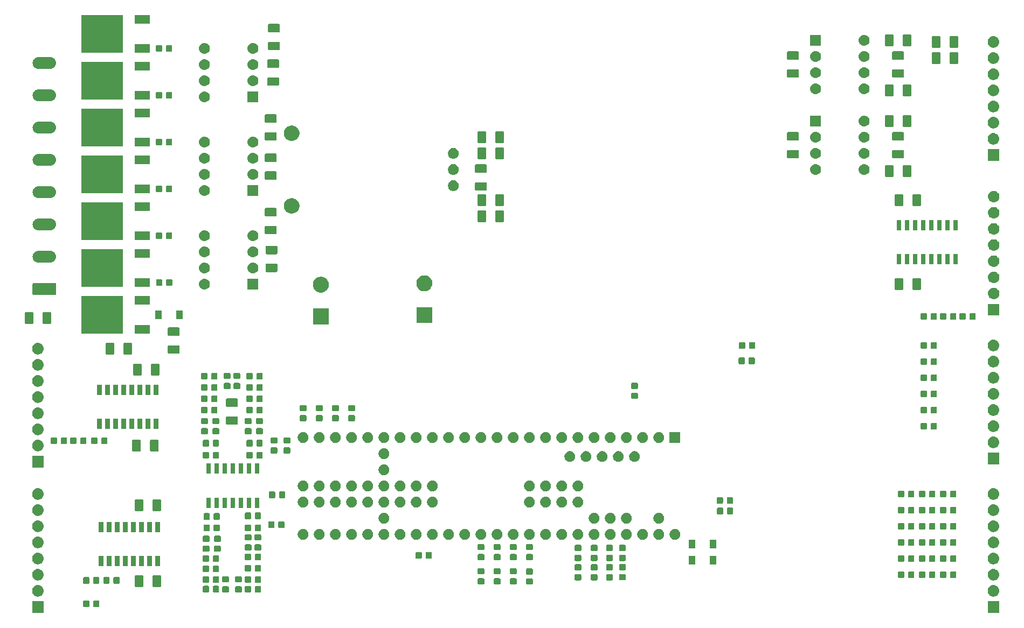
<source format=gbr>
G04 #@! TF.GenerationSoftware,KiCad,Pcbnew,5.1.4*
G04 #@! TF.CreationDate,2019-10-01T18:25:40-04:00*
G04 #@! TF.ProjectId,SolarCarECU,536f6c61-7243-4617-9245-43552e6b6963,rev?*
G04 #@! TF.SameCoordinates,Original*
G04 #@! TF.FileFunction,Soldermask,Top*
G04 #@! TF.FilePolarity,Negative*
%FSLAX46Y46*%
G04 Gerber Fmt 4.6, Leading zero omitted, Abs format (unit mm)*
G04 Created by KiCad (PCBNEW 5.1.4) date 2019-10-01 18:25:40*
%MOMM*%
%LPD*%
G04 APERTURE LIST*
%ADD10C,0.100000*%
G04 APERTURE END LIST*
D10*
G36*
X223913000Y-138569000D02*
G01*
X222111000Y-138569000D01*
X222111000Y-136767000D01*
X223913000Y-136767000D01*
X223913000Y-138569000D01*
X223913000Y-138569000D01*
G37*
G36*
X73799000Y-138569000D02*
G01*
X71997000Y-138569000D01*
X71997000Y-136767000D01*
X73799000Y-136767000D01*
X73799000Y-138569000D01*
X73799000Y-138569000D01*
G37*
G36*
X80834591Y-136638085D02*
G01*
X80868569Y-136648393D01*
X80899890Y-136665134D01*
X80927339Y-136687661D01*
X80949866Y-136715110D01*
X80966607Y-136746431D01*
X80976915Y-136780409D01*
X80981000Y-136821890D01*
X80981000Y-137498110D01*
X80976915Y-137539591D01*
X80966607Y-137573569D01*
X80949866Y-137604890D01*
X80927339Y-137632339D01*
X80899890Y-137654866D01*
X80868569Y-137671607D01*
X80834591Y-137681915D01*
X80793110Y-137686000D01*
X80191890Y-137686000D01*
X80150409Y-137681915D01*
X80116431Y-137671607D01*
X80085110Y-137654866D01*
X80057661Y-137632339D01*
X80035134Y-137604890D01*
X80018393Y-137573569D01*
X80008085Y-137539591D01*
X80004000Y-137498110D01*
X80004000Y-136821890D01*
X80008085Y-136780409D01*
X80018393Y-136746431D01*
X80035134Y-136715110D01*
X80057661Y-136687661D01*
X80085110Y-136665134D01*
X80116431Y-136648393D01*
X80150409Y-136638085D01*
X80191890Y-136634000D01*
X80793110Y-136634000D01*
X80834591Y-136638085D01*
X80834591Y-136638085D01*
G37*
G36*
X82409591Y-136638085D02*
G01*
X82443569Y-136648393D01*
X82474890Y-136665134D01*
X82502339Y-136687661D01*
X82524866Y-136715110D01*
X82541607Y-136746431D01*
X82551915Y-136780409D01*
X82556000Y-136821890D01*
X82556000Y-137498110D01*
X82551915Y-137539591D01*
X82541607Y-137573569D01*
X82524866Y-137604890D01*
X82502339Y-137632339D01*
X82474890Y-137654866D01*
X82443569Y-137671607D01*
X82409591Y-137681915D01*
X82368110Y-137686000D01*
X81766890Y-137686000D01*
X81725409Y-137681915D01*
X81691431Y-137671607D01*
X81660110Y-137654866D01*
X81632661Y-137632339D01*
X81610134Y-137604890D01*
X81593393Y-137573569D01*
X81583085Y-137539591D01*
X81579000Y-137498110D01*
X81579000Y-136821890D01*
X81583085Y-136780409D01*
X81593393Y-136746431D01*
X81610134Y-136715110D01*
X81632661Y-136687661D01*
X81660110Y-136665134D01*
X81691431Y-136648393D01*
X81725409Y-136638085D01*
X81766890Y-136634000D01*
X82368110Y-136634000D01*
X82409591Y-136638085D01*
X82409591Y-136638085D01*
G37*
G36*
X73008442Y-134233518D02*
G01*
X73074627Y-134240037D01*
X73244466Y-134291557D01*
X73400991Y-134375222D01*
X73417979Y-134389164D01*
X73538186Y-134487814D01*
X73595300Y-134557409D01*
X73650778Y-134625009D01*
X73734443Y-134781534D01*
X73785963Y-134951373D01*
X73803359Y-135128000D01*
X73785963Y-135304627D01*
X73734443Y-135474466D01*
X73650778Y-135630991D01*
X73621448Y-135666729D01*
X73538186Y-135768186D01*
X73436729Y-135851448D01*
X73400991Y-135880778D01*
X73244466Y-135964443D01*
X73074627Y-136015963D01*
X73008442Y-136022482D01*
X72942260Y-136029000D01*
X72853740Y-136029000D01*
X72787558Y-136022482D01*
X72721373Y-136015963D01*
X72551534Y-135964443D01*
X72395009Y-135880778D01*
X72359271Y-135851448D01*
X72257814Y-135768186D01*
X72174552Y-135666729D01*
X72145222Y-135630991D01*
X72061557Y-135474466D01*
X72010037Y-135304627D01*
X71992641Y-135128000D01*
X72010037Y-134951373D01*
X72061557Y-134781534D01*
X72145222Y-134625009D01*
X72200700Y-134557409D01*
X72257814Y-134487814D01*
X72378021Y-134389164D01*
X72395009Y-134375222D01*
X72551534Y-134291557D01*
X72721373Y-134240037D01*
X72787558Y-134233518D01*
X72853740Y-134227000D01*
X72942260Y-134227000D01*
X73008442Y-134233518D01*
X73008442Y-134233518D01*
G37*
G36*
X223122442Y-134233518D02*
G01*
X223188627Y-134240037D01*
X223358466Y-134291557D01*
X223514991Y-134375222D01*
X223531979Y-134389164D01*
X223652186Y-134487814D01*
X223709300Y-134557409D01*
X223764778Y-134625009D01*
X223848443Y-134781534D01*
X223899963Y-134951373D01*
X223917359Y-135128000D01*
X223899963Y-135304627D01*
X223848443Y-135474466D01*
X223764778Y-135630991D01*
X223735448Y-135666729D01*
X223652186Y-135768186D01*
X223550729Y-135851448D01*
X223514991Y-135880778D01*
X223358466Y-135964443D01*
X223188627Y-136015963D01*
X223122442Y-136022482D01*
X223056260Y-136029000D01*
X222967740Y-136029000D01*
X222901558Y-136022482D01*
X222835373Y-136015963D01*
X222665534Y-135964443D01*
X222509009Y-135880778D01*
X222473271Y-135851448D01*
X222371814Y-135768186D01*
X222288552Y-135666729D01*
X222259222Y-135630991D01*
X222175557Y-135474466D01*
X222124037Y-135304627D01*
X222106641Y-135128000D01*
X222124037Y-134951373D01*
X222175557Y-134781534D01*
X222259222Y-134625009D01*
X222314700Y-134557409D01*
X222371814Y-134487814D01*
X222492021Y-134389164D01*
X222509009Y-134375222D01*
X222665534Y-134291557D01*
X222835373Y-134240037D01*
X222901558Y-134233518D01*
X222967740Y-134227000D01*
X223056260Y-134227000D01*
X223122442Y-134233518D01*
X223122442Y-134233518D01*
G37*
G36*
X106234591Y-134352085D02*
G01*
X106268569Y-134362393D01*
X106299890Y-134379134D01*
X106327339Y-134401661D01*
X106349866Y-134429110D01*
X106366607Y-134460431D01*
X106376915Y-134494409D01*
X106381000Y-134535890D01*
X106381000Y-135212110D01*
X106376915Y-135253591D01*
X106366607Y-135287569D01*
X106349866Y-135318890D01*
X106327339Y-135346339D01*
X106299890Y-135368866D01*
X106268569Y-135385607D01*
X106234591Y-135395915D01*
X106193110Y-135400000D01*
X105591890Y-135400000D01*
X105550409Y-135395915D01*
X105516431Y-135385607D01*
X105485110Y-135368866D01*
X105457661Y-135346339D01*
X105435134Y-135318890D01*
X105418393Y-135287569D01*
X105408085Y-135253591D01*
X105404000Y-135212110D01*
X105404000Y-134535890D01*
X105408085Y-134494409D01*
X105418393Y-134460431D01*
X105435134Y-134429110D01*
X105457661Y-134401661D01*
X105485110Y-134379134D01*
X105516431Y-134362393D01*
X105550409Y-134352085D01*
X105591890Y-134348000D01*
X106193110Y-134348000D01*
X106234591Y-134352085D01*
X106234591Y-134352085D01*
G37*
G36*
X107809591Y-134352085D02*
G01*
X107843569Y-134362393D01*
X107874890Y-134379134D01*
X107902339Y-134401661D01*
X107924866Y-134429110D01*
X107941607Y-134460431D01*
X107951915Y-134494409D01*
X107956000Y-134535890D01*
X107956000Y-135212110D01*
X107951915Y-135253591D01*
X107941607Y-135287569D01*
X107924866Y-135318890D01*
X107902339Y-135346339D01*
X107874890Y-135368866D01*
X107843569Y-135385607D01*
X107809591Y-135395915D01*
X107768110Y-135400000D01*
X107166890Y-135400000D01*
X107125409Y-135395915D01*
X107091431Y-135385607D01*
X107060110Y-135368866D01*
X107032661Y-135346339D01*
X107010134Y-135318890D01*
X106993393Y-135287569D01*
X106983085Y-135253591D01*
X106979000Y-135212110D01*
X106979000Y-134535890D01*
X106983085Y-134494409D01*
X106993393Y-134460431D01*
X107010134Y-134429110D01*
X107032661Y-134401661D01*
X107060110Y-134379134D01*
X107091431Y-134362393D01*
X107125409Y-134352085D01*
X107166890Y-134348000D01*
X107768110Y-134348000D01*
X107809591Y-134352085D01*
X107809591Y-134352085D01*
G37*
G36*
X104773591Y-134415085D02*
G01*
X104807569Y-134425393D01*
X104838890Y-134442134D01*
X104866339Y-134464661D01*
X104888866Y-134492110D01*
X104905607Y-134523431D01*
X104915915Y-134557409D01*
X104920000Y-134598890D01*
X104920000Y-135200110D01*
X104915915Y-135241591D01*
X104905607Y-135275569D01*
X104888866Y-135306890D01*
X104866339Y-135334339D01*
X104838890Y-135356866D01*
X104807569Y-135373607D01*
X104773591Y-135383915D01*
X104732110Y-135388000D01*
X104055890Y-135388000D01*
X104014409Y-135383915D01*
X103980431Y-135373607D01*
X103949110Y-135356866D01*
X103921661Y-135334339D01*
X103899134Y-135306890D01*
X103882393Y-135275569D01*
X103872085Y-135241591D01*
X103868000Y-135200110D01*
X103868000Y-134598890D01*
X103872085Y-134557409D01*
X103882393Y-134523431D01*
X103899134Y-134492110D01*
X103921661Y-134464661D01*
X103949110Y-134442134D01*
X103980431Y-134425393D01*
X104014409Y-134415085D01*
X104055890Y-134411000D01*
X104732110Y-134411000D01*
X104773591Y-134415085D01*
X104773591Y-134415085D01*
G37*
G36*
X102741591Y-134415085D02*
G01*
X102775569Y-134425393D01*
X102806890Y-134442134D01*
X102834339Y-134464661D01*
X102856866Y-134492110D01*
X102873607Y-134523431D01*
X102883915Y-134557409D01*
X102888000Y-134598890D01*
X102888000Y-135200110D01*
X102883915Y-135241591D01*
X102873607Y-135275569D01*
X102856866Y-135306890D01*
X102834339Y-135334339D01*
X102806890Y-135356866D01*
X102775569Y-135373607D01*
X102741591Y-135383915D01*
X102700110Y-135388000D01*
X102023890Y-135388000D01*
X101982409Y-135383915D01*
X101948431Y-135373607D01*
X101917110Y-135356866D01*
X101889661Y-135334339D01*
X101867134Y-135306890D01*
X101850393Y-135275569D01*
X101840085Y-135241591D01*
X101836000Y-135200110D01*
X101836000Y-134598890D01*
X101840085Y-134557409D01*
X101850393Y-134523431D01*
X101867134Y-134492110D01*
X101889661Y-134464661D01*
X101917110Y-134442134D01*
X101948431Y-134425393D01*
X101982409Y-134415085D01*
X102023890Y-134411000D01*
X102700110Y-134411000D01*
X102741591Y-134415085D01*
X102741591Y-134415085D01*
G37*
G36*
X99630591Y-134329724D02*
G01*
X99664569Y-134340032D01*
X99695890Y-134356773D01*
X99723339Y-134379300D01*
X99745866Y-134406749D01*
X99762607Y-134438070D01*
X99772915Y-134472048D01*
X99777000Y-134513529D01*
X99777000Y-135189749D01*
X99772915Y-135231230D01*
X99762607Y-135265208D01*
X99745866Y-135296529D01*
X99723339Y-135323978D01*
X99695890Y-135346505D01*
X99664569Y-135363246D01*
X99630591Y-135373554D01*
X99589110Y-135377639D01*
X98987890Y-135377639D01*
X98946409Y-135373554D01*
X98912431Y-135363246D01*
X98881110Y-135346505D01*
X98853661Y-135323978D01*
X98831134Y-135296529D01*
X98814393Y-135265208D01*
X98804085Y-135231230D01*
X98800000Y-135189749D01*
X98800000Y-134513529D01*
X98804085Y-134472048D01*
X98814393Y-134438070D01*
X98831134Y-134406749D01*
X98853661Y-134379300D01*
X98881110Y-134356773D01*
X98912431Y-134340032D01*
X98946409Y-134329724D01*
X98987890Y-134325639D01*
X99589110Y-134325639D01*
X99630591Y-134329724D01*
X99630591Y-134329724D01*
G37*
G36*
X101205591Y-134329724D02*
G01*
X101239569Y-134340032D01*
X101270890Y-134356773D01*
X101298339Y-134379300D01*
X101320866Y-134406749D01*
X101337607Y-134438070D01*
X101347915Y-134472048D01*
X101352000Y-134513529D01*
X101352000Y-135189749D01*
X101347915Y-135231230D01*
X101337607Y-135265208D01*
X101320866Y-135296529D01*
X101298339Y-135323978D01*
X101270890Y-135346505D01*
X101239569Y-135363246D01*
X101205591Y-135373554D01*
X101164110Y-135377639D01*
X100562890Y-135377639D01*
X100521409Y-135373554D01*
X100487431Y-135363246D01*
X100456110Y-135346505D01*
X100428661Y-135323978D01*
X100406134Y-135296529D01*
X100389393Y-135265208D01*
X100379085Y-135231230D01*
X100375000Y-135189749D01*
X100375000Y-134513529D01*
X100379085Y-134472048D01*
X100389393Y-134438070D01*
X100406134Y-134406749D01*
X100428661Y-134379300D01*
X100456110Y-134356773D01*
X100487431Y-134340032D01*
X100521409Y-134329724D01*
X100562890Y-134325639D01*
X101164110Y-134325639D01*
X101205591Y-134329724D01*
X101205591Y-134329724D01*
G37*
G36*
X89288604Y-132682347D02*
G01*
X89325144Y-132693432D01*
X89358821Y-132711433D01*
X89388341Y-132735659D01*
X89412567Y-132765179D01*
X89430568Y-132798856D01*
X89441653Y-132835396D01*
X89446000Y-132879538D01*
X89446000Y-134328462D01*
X89441653Y-134372604D01*
X89430568Y-134409144D01*
X89412567Y-134442821D01*
X89388341Y-134472341D01*
X89358821Y-134496567D01*
X89325144Y-134514568D01*
X89288604Y-134525653D01*
X89244462Y-134530000D01*
X88295538Y-134530000D01*
X88251396Y-134525653D01*
X88214856Y-134514568D01*
X88181179Y-134496567D01*
X88151659Y-134472341D01*
X88127433Y-134442821D01*
X88109432Y-134409144D01*
X88098347Y-134372604D01*
X88094000Y-134328462D01*
X88094000Y-132879538D01*
X88098347Y-132835396D01*
X88109432Y-132798856D01*
X88127433Y-132765179D01*
X88151659Y-132735659D01*
X88181179Y-132711433D01*
X88214856Y-132693432D01*
X88251396Y-132682347D01*
X88295538Y-132678000D01*
X89244462Y-132678000D01*
X89288604Y-132682347D01*
X89288604Y-132682347D01*
G37*
G36*
X92088604Y-132682347D02*
G01*
X92125144Y-132693432D01*
X92158821Y-132711433D01*
X92188341Y-132735659D01*
X92212567Y-132765179D01*
X92230568Y-132798856D01*
X92241653Y-132835396D01*
X92246000Y-132879538D01*
X92246000Y-134328462D01*
X92241653Y-134372604D01*
X92230568Y-134409144D01*
X92212567Y-134442821D01*
X92188341Y-134472341D01*
X92158821Y-134496567D01*
X92125144Y-134514568D01*
X92088604Y-134525653D01*
X92044462Y-134530000D01*
X91095538Y-134530000D01*
X91051396Y-134525653D01*
X91014856Y-134514568D01*
X90981179Y-134496567D01*
X90951659Y-134472341D01*
X90927433Y-134442821D01*
X90909432Y-134409144D01*
X90898347Y-134372604D01*
X90894000Y-134328462D01*
X90894000Y-132879538D01*
X90898347Y-132835396D01*
X90909432Y-132798856D01*
X90927433Y-132765179D01*
X90951659Y-132735659D01*
X90981179Y-132711433D01*
X91014856Y-132693432D01*
X91051396Y-132682347D01*
X91095538Y-132678000D01*
X92044462Y-132678000D01*
X92088604Y-132682347D01*
X92088604Y-132682347D01*
G37*
G36*
X150493591Y-133170585D02*
G01*
X150527569Y-133180893D01*
X150558890Y-133197634D01*
X150586339Y-133220161D01*
X150608866Y-133247610D01*
X150625607Y-133278931D01*
X150635915Y-133312909D01*
X150640000Y-133354390D01*
X150640000Y-133955610D01*
X150635915Y-133997091D01*
X150625607Y-134031069D01*
X150608866Y-134062390D01*
X150586339Y-134089839D01*
X150558890Y-134112366D01*
X150527569Y-134129107D01*
X150493591Y-134139415D01*
X150452110Y-134143500D01*
X149775890Y-134143500D01*
X149734409Y-134139415D01*
X149700431Y-134129107D01*
X149669110Y-134112366D01*
X149641661Y-134089839D01*
X149619134Y-134062390D01*
X149602393Y-134031069D01*
X149592085Y-133997091D01*
X149588000Y-133955610D01*
X149588000Y-133354390D01*
X149592085Y-133312909D01*
X149602393Y-133278931D01*
X149619134Y-133247610D01*
X149641661Y-133220161D01*
X149669110Y-133197634D01*
X149700431Y-133180893D01*
X149734409Y-133170585D01*
X149775890Y-133166500D01*
X150452110Y-133166500D01*
X150493591Y-133170585D01*
X150493591Y-133170585D01*
G37*
G36*
X142873591Y-133145085D02*
G01*
X142907569Y-133155393D01*
X142938890Y-133172134D01*
X142966339Y-133194661D01*
X142988866Y-133222110D01*
X143005607Y-133253431D01*
X143015915Y-133287409D01*
X143020000Y-133328890D01*
X143020000Y-133930110D01*
X143015915Y-133971591D01*
X143005607Y-134005569D01*
X142988866Y-134036890D01*
X142966339Y-134064339D01*
X142938890Y-134086866D01*
X142907569Y-134103607D01*
X142873591Y-134113915D01*
X142832110Y-134118000D01*
X142155890Y-134118000D01*
X142114409Y-134113915D01*
X142080431Y-134103607D01*
X142049110Y-134086866D01*
X142021661Y-134064339D01*
X141999134Y-134036890D01*
X141982393Y-134005569D01*
X141972085Y-133971591D01*
X141968000Y-133930110D01*
X141968000Y-133328890D01*
X141972085Y-133287409D01*
X141982393Y-133253431D01*
X141999134Y-133222110D01*
X142021661Y-133194661D01*
X142049110Y-133172134D01*
X142080431Y-133155393D01*
X142114409Y-133145085D01*
X142155890Y-133141000D01*
X142832110Y-133141000D01*
X142873591Y-133145085D01*
X142873591Y-133145085D01*
G37*
G36*
X145413591Y-133145085D02*
G01*
X145447569Y-133155393D01*
X145478890Y-133172134D01*
X145506339Y-133194661D01*
X145528866Y-133222110D01*
X145545607Y-133253431D01*
X145555915Y-133287409D01*
X145560000Y-133328890D01*
X145560000Y-133930110D01*
X145555915Y-133971591D01*
X145545607Y-134005569D01*
X145528866Y-134036890D01*
X145506339Y-134064339D01*
X145478890Y-134086866D01*
X145447569Y-134103607D01*
X145413591Y-134113915D01*
X145372110Y-134118000D01*
X144695890Y-134118000D01*
X144654409Y-134113915D01*
X144620431Y-134103607D01*
X144589110Y-134086866D01*
X144561661Y-134064339D01*
X144539134Y-134036890D01*
X144522393Y-134005569D01*
X144512085Y-133971591D01*
X144508000Y-133930110D01*
X144508000Y-133328890D01*
X144512085Y-133287409D01*
X144522393Y-133253431D01*
X144539134Y-133222110D01*
X144561661Y-133194661D01*
X144589110Y-133172134D01*
X144620431Y-133155393D01*
X144654409Y-133145085D01*
X144695890Y-133141000D01*
X145372110Y-133141000D01*
X145413591Y-133145085D01*
X145413591Y-133145085D01*
G37*
G36*
X147953591Y-133145085D02*
G01*
X147987569Y-133155393D01*
X148018890Y-133172134D01*
X148046339Y-133194661D01*
X148068866Y-133222110D01*
X148085607Y-133253431D01*
X148095915Y-133287409D01*
X148100000Y-133328890D01*
X148100000Y-133930110D01*
X148095915Y-133971591D01*
X148085607Y-134005569D01*
X148068866Y-134036890D01*
X148046339Y-134064339D01*
X148018890Y-134086866D01*
X147987569Y-134103607D01*
X147953591Y-134113915D01*
X147912110Y-134118000D01*
X147235890Y-134118000D01*
X147194409Y-134113915D01*
X147160431Y-134103607D01*
X147129110Y-134086866D01*
X147101661Y-134064339D01*
X147079134Y-134036890D01*
X147062393Y-134005569D01*
X147052085Y-133971591D01*
X147048000Y-133930110D01*
X147048000Y-133328890D01*
X147052085Y-133287409D01*
X147062393Y-133253431D01*
X147079134Y-133222110D01*
X147101661Y-133194661D01*
X147129110Y-133172134D01*
X147160431Y-133155393D01*
X147194409Y-133145085D01*
X147235890Y-133141000D01*
X147912110Y-133141000D01*
X147953591Y-133145085D01*
X147953591Y-133145085D01*
G37*
G36*
X84009591Y-132955085D02*
G01*
X84043569Y-132965393D01*
X84074890Y-132982134D01*
X84102339Y-133004661D01*
X84124866Y-133032110D01*
X84141607Y-133063431D01*
X84151915Y-133097409D01*
X84156000Y-133138890D01*
X84156000Y-133815110D01*
X84151915Y-133856591D01*
X84141607Y-133890569D01*
X84124866Y-133921890D01*
X84102339Y-133949339D01*
X84074890Y-133971866D01*
X84043569Y-133988607D01*
X84009591Y-133998915D01*
X83968110Y-134003000D01*
X83366890Y-134003000D01*
X83325409Y-133998915D01*
X83291431Y-133988607D01*
X83260110Y-133971866D01*
X83232661Y-133949339D01*
X83210134Y-133921890D01*
X83193393Y-133890569D01*
X83183085Y-133856591D01*
X83179000Y-133815110D01*
X83179000Y-133138890D01*
X83183085Y-133097409D01*
X83193393Y-133063431D01*
X83210134Y-133032110D01*
X83232661Y-133004661D01*
X83260110Y-132982134D01*
X83291431Y-132965393D01*
X83325409Y-132955085D01*
X83366890Y-132951000D01*
X83968110Y-132951000D01*
X84009591Y-132955085D01*
X84009591Y-132955085D01*
G37*
G36*
X80834591Y-132955085D02*
G01*
X80868569Y-132965393D01*
X80899890Y-132982134D01*
X80927339Y-133004661D01*
X80949866Y-133032110D01*
X80966607Y-133063431D01*
X80976915Y-133097409D01*
X80981000Y-133138890D01*
X80981000Y-133815110D01*
X80976915Y-133856591D01*
X80966607Y-133890569D01*
X80949866Y-133921890D01*
X80927339Y-133949339D01*
X80899890Y-133971866D01*
X80868569Y-133988607D01*
X80834591Y-133998915D01*
X80793110Y-134003000D01*
X80191890Y-134003000D01*
X80150409Y-133998915D01*
X80116431Y-133988607D01*
X80085110Y-133971866D01*
X80057661Y-133949339D01*
X80035134Y-133921890D01*
X80018393Y-133890569D01*
X80008085Y-133856591D01*
X80004000Y-133815110D01*
X80004000Y-133138890D01*
X80008085Y-133097409D01*
X80018393Y-133063431D01*
X80035134Y-133032110D01*
X80057661Y-133004661D01*
X80085110Y-132982134D01*
X80116431Y-132965393D01*
X80150409Y-132955085D01*
X80191890Y-132951000D01*
X80793110Y-132951000D01*
X80834591Y-132955085D01*
X80834591Y-132955085D01*
G37*
G36*
X85584591Y-132955085D02*
G01*
X85618569Y-132965393D01*
X85649890Y-132982134D01*
X85677339Y-133004661D01*
X85699866Y-133032110D01*
X85716607Y-133063431D01*
X85726915Y-133097409D01*
X85731000Y-133138890D01*
X85731000Y-133815110D01*
X85726915Y-133856591D01*
X85716607Y-133890569D01*
X85699866Y-133921890D01*
X85677339Y-133949339D01*
X85649890Y-133971866D01*
X85618569Y-133988607D01*
X85584591Y-133998915D01*
X85543110Y-134003000D01*
X84941890Y-134003000D01*
X84900409Y-133998915D01*
X84866431Y-133988607D01*
X84835110Y-133971866D01*
X84807661Y-133949339D01*
X84785134Y-133921890D01*
X84768393Y-133890569D01*
X84758085Y-133856591D01*
X84754000Y-133815110D01*
X84754000Y-133138890D01*
X84758085Y-133097409D01*
X84768393Y-133063431D01*
X84785134Y-133032110D01*
X84807661Y-133004661D01*
X84835110Y-132982134D01*
X84866431Y-132965393D01*
X84900409Y-132955085D01*
X84941890Y-132951000D01*
X85543110Y-132951000D01*
X85584591Y-132955085D01*
X85584591Y-132955085D01*
G37*
G36*
X82409591Y-132955085D02*
G01*
X82443569Y-132965393D01*
X82474890Y-132982134D01*
X82502339Y-133004661D01*
X82524866Y-133032110D01*
X82541607Y-133063431D01*
X82551915Y-133097409D01*
X82556000Y-133138890D01*
X82556000Y-133815110D01*
X82551915Y-133856591D01*
X82541607Y-133890569D01*
X82524866Y-133921890D01*
X82502339Y-133949339D01*
X82474890Y-133971866D01*
X82443569Y-133988607D01*
X82409591Y-133998915D01*
X82368110Y-134003000D01*
X81766890Y-134003000D01*
X81725409Y-133998915D01*
X81691431Y-133988607D01*
X81660110Y-133971866D01*
X81632661Y-133949339D01*
X81610134Y-133921890D01*
X81593393Y-133890569D01*
X81583085Y-133856591D01*
X81579000Y-133815110D01*
X81579000Y-133138890D01*
X81583085Y-133097409D01*
X81593393Y-133063431D01*
X81610134Y-133032110D01*
X81632661Y-133004661D01*
X81660110Y-132982134D01*
X81691431Y-132965393D01*
X81725409Y-132955085D01*
X81766890Y-132951000D01*
X82368110Y-132951000D01*
X82409591Y-132955085D01*
X82409591Y-132955085D01*
G37*
G36*
X106234591Y-132828085D02*
G01*
X106268569Y-132838393D01*
X106299890Y-132855134D01*
X106327339Y-132877661D01*
X106349866Y-132905110D01*
X106366607Y-132936431D01*
X106376915Y-132970409D01*
X106381000Y-133011890D01*
X106381000Y-133688110D01*
X106376915Y-133729591D01*
X106366607Y-133763569D01*
X106349866Y-133794890D01*
X106327339Y-133822339D01*
X106299890Y-133844866D01*
X106268569Y-133861607D01*
X106234591Y-133871915D01*
X106193110Y-133876000D01*
X105591890Y-133876000D01*
X105550409Y-133871915D01*
X105516431Y-133861607D01*
X105485110Y-133844866D01*
X105457661Y-133822339D01*
X105435134Y-133794890D01*
X105418393Y-133763569D01*
X105408085Y-133729591D01*
X105404000Y-133688110D01*
X105404000Y-133011890D01*
X105408085Y-132970409D01*
X105418393Y-132936431D01*
X105435134Y-132905110D01*
X105457661Y-132877661D01*
X105485110Y-132855134D01*
X105516431Y-132838393D01*
X105550409Y-132828085D01*
X105591890Y-132824000D01*
X106193110Y-132824000D01*
X106234591Y-132828085D01*
X106234591Y-132828085D01*
G37*
G36*
X101205591Y-132828085D02*
G01*
X101239569Y-132838393D01*
X101270890Y-132855134D01*
X101298339Y-132877661D01*
X101320866Y-132905110D01*
X101337607Y-132936431D01*
X101347915Y-132970409D01*
X101352000Y-133011890D01*
X101352000Y-133688110D01*
X101347915Y-133729591D01*
X101337607Y-133763569D01*
X101320866Y-133794890D01*
X101298339Y-133822339D01*
X101270890Y-133844866D01*
X101239569Y-133861607D01*
X101205591Y-133871915D01*
X101164110Y-133876000D01*
X100562890Y-133876000D01*
X100521409Y-133871915D01*
X100487431Y-133861607D01*
X100456110Y-133844866D01*
X100428661Y-133822339D01*
X100406134Y-133794890D01*
X100389393Y-133763569D01*
X100379085Y-133729591D01*
X100375000Y-133688110D01*
X100375000Y-133011890D01*
X100379085Y-132970409D01*
X100389393Y-132936431D01*
X100406134Y-132905110D01*
X100428661Y-132877661D01*
X100456110Y-132855134D01*
X100487431Y-132838393D01*
X100521409Y-132828085D01*
X100562890Y-132824000D01*
X101164110Y-132824000D01*
X101205591Y-132828085D01*
X101205591Y-132828085D01*
G37*
G36*
X99630591Y-132828085D02*
G01*
X99664569Y-132838393D01*
X99695890Y-132855134D01*
X99723339Y-132877661D01*
X99745866Y-132905110D01*
X99762607Y-132936431D01*
X99772915Y-132970409D01*
X99777000Y-133011890D01*
X99777000Y-133688110D01*
X99772915Y-133729591D01*
X99762607Y-133763569D01*
X99745866Y-133794890D01*
X99723339Y-133822339D01*
X99695890Y-133844866D01*
X99664569Y-133861607D01*
X99630591Y-133871915D01*
X99589110Y-133876000D01*
X98987890Y-133876000D01*
X98946409Y-133871915D01*
X98912431Y-133861607D01*
X98881110Y-133844866D01*
X98853661Y-133822339D01*
X98831134Y-133794890D01*
X98814393Y-133763569D01*
X98804085Y-133729591D01*
X98800000Y-133688110D01*
X98800000Y-133011890D01*
X98804085Y-132970409D01*
X98814393Y-132936431D01*
X98831134Y-132905110D01*
X98853661Y-132877661D01*
X98881110Y-132855134D01*
X98912431Y-132838393D01*
X98946409Y-132828085D01*
X98987890Y-132824000D01*
X99589110Y-132824000D01*
X99630591Y-132828085D01*
X99630591Y-132828085D01*
G37*
G36*
X107809591Y-132828085D02*
G01*
X107843569Y-132838393D01*
X107874890Y-132855134D01*
X107902339Y-132877661D01*
X107924866Y-132905110D01*
X107941607Y-132936431D01*
X107951915Y-132970409D01*
X107956000Y-133011890D01*
X107956000Y-133688110D01*
X107951915Y-133729591D01*
X107941607Y-133763569D01*
X107924866Y-133794890D01*
X107902339Y-133822339D01*
X107874890Y-133844866D01*
X107843569Y-133861607D01*
X107809591Y-133871915D01*
X107768110Y-133876000D01*
X107166890Y-133876000D01*
X107125409Y-133871915D01*
X107091431Y-133861607D01*
X107060110Y-133844866D01*
X107032661Y-133822339D01*
X107010134Y-133794890D01*
X106993393Y-133763569D01*
X106983085Y-133729591D01*
X106979000Y-133688110D01*
X106979000Y-133011890D01*
X106983085Y-132970409D01*
X106993393Y-132936431D01*
X107010134Y-132905110D01*
X107032661Y-132877661D01*
X107060110Y-132855134D01*
X107091431Y-132838393D01*
X107125409Y-132828085D01*
X107166890Y-132824000D01*
X107768110Y-132824000D01*
X107809591Y-132828085D01*
X107809591Y-132828085D01*
G37*
G36*
X104773591Y-132840085D02*
G01*
X104807569Y-132850393D01*
X104838890Y-132867134D01*
X104866339Y-132889661D01*
X104888866Y-132917110D01*
X104905607Y-132948431D01*
X104915915Y-132982409D01*
X104920000Y-133023890D01*
X104920000Y-133625110D01*
X104915915Y-133666591D01*
X104905607Y-133700569D01*
X104888866Y-133731890D01*
X104866339Y-133759339D01*
X104838890Y-133781866D01*
X104807569Y-133798607D01*
X104773591Y-133808915D01*
X104732110Y-133813000D01*
X104055890Y-133813000D01*
X104014409Y-133808915D01*
X103980431Y-133798607D01*
X103949110Y-133781866D01*
X103921661Y-133759339D01*
X103899134Y-133731890D01*
X103882393Y-133700569D01*
X103872085Y-133666591D01*
X103868000Y-133625110D01*
X103868000Y-133023890D01*
X103872085Y-132982409D01*
X103882393Y-132948431D01*
X103899134Y-132917110D01*
X103921661Y-132889661D01*
X103949110Y-132867134D01*
X103980431Y-132850393D01*
X104014409Y-132840085D01*
X104055890Y-132836000D01*
X104732110Y-132836000D01*
X104773591Y-132840085D01*
X104773591Y-132840085D01*
G37*
G36*
X102741591Y-132840085D02*
G01*
X102775569Y-132850393D01*
X102806890Y-132867134D01*
X102834339Y-132889661D01*
X102856866Y-132917110D01*
X102873607Y-132948431D01*
X102883915Y-132982409D01*
X102888000Y-133023890D01*
X102888000Y-133625110D01*
X102883915Y-133666591D01*
X102873607Y-133700569D01*
X102856866Y-133731890D01*
X102834339Y-133759339D01*
X102806890Y-133781866D01*
X102775569Y-133798607D01*
X102741591Y-133808915D01*
X102700110Y-133813000D01*
X102023890Y-133813000D01*
X101982409Y-133808915D01*
X101948431Y-133798607D01*
X101917110Y-133781866D01*
X101889661Y-133759339D01*
X101867134Y-133731890D01*
X101850393Y-133700569D01*
X101840085Y-133666591D01*
X101836000Y-133625110D01*
X101836000Y-133023890D01*
X101840085Y-132982409D01*
X101850393Y-132948431D01*
X101867134Y-132917110D01*
X101889661Y-132889661D01*
X101917110Y-132867134D01*
X101948431Y-132850393D01*
X101982409Y-132840085D01*
X102023890Y-132836000D01*
X102700110Y-132836000D01*
X102741591Y-132840085D01*
X102741591Y-132840085D01*
G37*
G36*
X223122443Y-131693519D02*
G01*
X223188627Y-131700037D01*
X223358466Y-131751557D01*
X223358468Y-131751558D01*
X223426831Y-131788099D01*
X223514991Y-131835222D01*
X223534662Y-131851366D01*
X223652186Y-131947814D01*
X223707117Y-132014749D01*
X223764778Y-132085009D01*
X223848443Y-132241534D01*
X223899963Y-132411373D01*
X223917359Y-132588000D01*
X223899963Y-132764627D01*
X223848443Y-132934466D01*
X223848442Y-132934468D01*
X223839605Y-132951000D01*
X223764778Y-133090991D01*
X223749746Y-133109307D01*
X223652186Y-133228186D01*
X223556491Y-133306720D01*
X223514991Y-133340778D01*
X223514989Y-133340779D01*
X223382754Y-133411461D01*
X223358466Y-133424443D01*
X223188627Y-133475963D01*
X223122442Y-133482482D01*
X223056260Y-133489000D01*
X222967740Y-133489000D01*
X222901558Y-133482482D01*
X222835373Y-133475963D01*
X222665534Y-133424443D01*
X222641247Y-133411461D01*
X222509011Y-133340779D01*
X222509009Y-133340778D01*
X222467509Y-133306720D01*
X222371814Y-133228186D01*
X222274254Y-133109307D01*
X222259222Y-133090991D01*
X222184395Y-132951000D01*
X222175558Y-132934468D01*
X222175557Y-132934466D01*
X222124037Y-132764627D01*
X222106641Y-132588000D01*
X222124037Y-132411373D01*
X222175557Y-132241534D01*
X222259222Y-132085009D01*
X222316883Y-132014749D01*
X222371814Y-131947814D01*
X222489338Y-131851366D01*
X222509009Y-131835222D01*
X222597169Y-131788099D01*
X222665532Y-131751558D01*
X222665534Y-131751557D01*
X222835373Y-131700037D01*
X222901557Y-131693519D01*
X222967740Y-131687000D01*
X223056260Y-131687000D01*
X223122443Y-131693519D01*
X223122443Y-131693519D01*
G37*
G36*
X73008443Y-131693519D02*
G01*
X73074627Y-131700037D01*
X73244466Y-131751557D01*
X73244468Y-131751558D01*
X73312831Y-131788099D01*
X73400991Y-131835222D01*
X73420662Y-131851366D01*
X73538186Y-131947814D01*
X73593117Y-132014749D01*
X73650778Y-132085009D01*
X73734443Y-132241534D01*
X73785963Y-132411373D01*
X73803359Y-132588000D01*
X73785963Y-132764627D01*
X73734443Y-132934466D01*
X73734442Y-132934468D01*
X73725605Y-132951000D01*
X73650778Y-133090991D01*
X73635746Y-133109307D01*
X73538186Y-133228186D01*
X73442491Y-133306720D01*
X73400991Y-133340778D01*
X73400989Y-133340779D01*
X73268754Y-133411461D01*
X73244466Y-133424443D01*
X73074627Y-133475963D01*
X73008442Y-133482482D01*
X72942260Y-133489000D01*
X72853740Y-133489000D01*
X72787558Y-133482482D01*
X72721373Y-133475963D01*
X72551534Y-133424443D01*
X72527247Y-133411461D01*
X72395011Y-133340779D01*
X72395009Y-133340778D01*
X72353509Y-133306720D01*
X72257814Y-133228186D01*
X72160254Y-133109307D01*
X72145222Y-133090991D01*
X72070395Y-132951000D01*
X72061558Y-132934468D01*
X72061557Y-132934466D01*
X72010037Y-132764627D01*
X71992641Y-132588000D01*
X72010037Y-132411373D01*
X72061557Y-132241534D01*
X72145222Y-132085009D01*
X72202883Y-132014749D01*
X72257814Y-131947814D01*
X72375338Y-131851366D01*
X72395009Y-131835222D01*
X72483169Y-131788099D01*
X72551532Y-131751558D01*
X72551534Y-131751557D01*
X72721373Y-131700037D01*
X72787557Y-131693519D01*
X72853740Y-131687000D01*
X72942260Y-131687000D01*
X73008443Y-131693519D01*
X73008443Y-131693519D01*
G37*
G36*
X160653591Y-132510085D02*
G01*
X160687569Y-132520393D01*
X160718890Y-132537134D01*
X160746339Y-132559661D01*
X160768866Y-132587110D01*
X160785607Y-132618431D01*
X160795915Y-132652409D01*
X160800000Y-132693890D01*
X160800000Y-133295110D01*
X160795915Y-133336591D01*
X160785607Y-133370569D01*
X160768866Y-133401890D01*
X160746339Y-133429339D01*
X160718890Y-133451866D01*
X160687569Y-133468607D01*
X160653591Y-133478915D01*
X160612110Y-133483000D01*
X159935890Y-133483000D01*
X159894409Y-133478915D01*
X159860431Y-133468607D01*
X159829110Y-133451866D01*
X159801661Y-133429339D01*
X159779134Y-133401890D01*
X159762393Y-133370569D01*
X159752085Y-133336591D01*
X159748000Y-133295110D01*
X159748000Y-132693890D01*
X159752085Y-132652409D01*
X159762393Y-132618431D01*
X159779134Y-132587110D01*
X159801661Y-132559661D01*
X159829110Y-132537134D01*
X159860431Y-132520393D01*
X159894409Y-132510085D01*
X159935890Y-132506000D01*
X160612110Y-132506000D01*
X160653591Y-132510085D01*
X160653591Y-132510085D01*
G37*
G36*
X158113591Y-132510085D02*
G01*
X158147569Y-132520393D01*
X158178890Y-132537134D01*
X158206339Y-132559661D01*
X158228866Y-132587110D01*
X158245607Y-132618431D01*
X158255915Y-132652409D01*
X158260000Y-132693890D01*
X158260000Y-133295110D01*
X158255915Y-133336591D01*
X158245607Y-133370569D01*
X158228866Y-133401890D01*
X158206339Y-133429339D01*
X158178890Y-133451866D01*
X158147569Y-133468607D01*
X158113591Y-133478915D01*
X158072110Y-133483000D01*
X157395890Y-133483000D01*
X157354409Y-133478915D01*
X157320431Y-133468607D01*
X157289110Y-133451866D01*
X157261661Y-133429339D01*
X157239134Y-133401890D01*
X157222393Y-133370569D01*
X157212085Y-133336591D01*
X157208000Y-133295110D01*
X157208000Y-132693890D01*
X157212085Y-132652409D01*
X157222393Y-132618431D01*
X157239134Y-132587110D01*
X157261661Y-132559661D01*
X157289110Y-132537134D01*
X157320431Y-132520393D01*
X157354409Y-132510085D01*
X157395890Y-132506000D01*
X158072110Y-132506000D01*
X158113591Y-132510085D01*
X158113591Y-132510085D01*
G37*
G36*
X163066591Y-132510085D02*
G01*
X163100569Y-132520393D01*
X163131890Y-132537134D01*
X163159339Y-132559661D01*
X163181866Y-132587110D01*
X163198607Y-132618431D01*
X163208915Y-132652409D01*
X163213000Y-132693890D01*
X163213000Y-133295110D01*
X163208915Y-133336591D01*
X163198607Y-133370569D01*
X163181866Y-133401890D01*
X163159339Y-133429339D01*
X163131890Y-133451866D01*
X163100569Y-133468607D01*
X163066591Y-133478915D01*
X163025110Y-133483000D01*
X162348890Y-133483000D01*
X162307409Y-133478915D01*
X162273431Y-133468607D01*
X162242110Y-133451866D01*
X162214661Y-133429339D01*
X162192134Y-133401890D01*
X162175393Y-133370569D01*
X162165085Y-133336591D01*
X162161000Y-133295110D01*
X162161000Y-132693890D01*
X162165085Y-132652409D01*
X162175393Y-132618431D01*
X162192134Y-132587110D01*
X162214661Y-132559661D01*
X162242110Y-132537134D01*
X162273431Y-132520393D01*
X162307409Y-132510085D01*
X162348890Y-132506000D01*
X163025110Y-132506000D01*
X163066591Y-132510085D01*
X163066591Y-132510085D01*
G37*
G36*
X165098591Y-132484585D02*
G01*
X165132569Y-132494893D01*
X165163890Y-132511634D01*
X165191339Y-132534161D01*
X165213866Y-132561610D01*
X165230607Y-132592931D01*
X165240915Y-132626909D01*
X165245000Y-132668390D01*
X165245000Y-133269610D01*
X165240915Y-133311091D01*
X165230607Y-133345069D01*
X165213866Y-133376390D01*
X165191339Y-133403839D01*
X165163890Y-133426366D01*
X165132569Y-133443107D01*
X165098591Y-133453415D01*
X165057110Y-133457500D01*
X164380890Y-133457500D01*
X164339409Y-133453415D01*
X164305431Y-133443107D01*
X164274110Y-133426366D01*
X164246661Y-133403839D01*
X164224134Y-133376390D01*
X164207393Y-133345069D01*
X164197085Y-133311091D01*
X164193000Y-133269610D01*
X164193000Y-132668390D01*
X164197085Y-132626909D01*
X164207393Y-132592931D01*
X164224134Y-132561610D01*
X164246661Y-132534161D01*
X164274110Y-132511634D01*
X164305431Y-132494893D01*
X164339409Y-132484585D01*
X164380890Y-132480500D01*
X165057110Y-132480500D01*
X165098591Y-132484585D01*
X165098591Y-132484585D01*
G37*
G36*
X212152591Y-132066085D02*
G01*
X212186569Y-132076393D01*
X212217890Y-132093134D01*
X212245339Y-132115661D01*
X212267866Y-132143110D01*
X212284607Y-132174431D01*
X212294915Y-132208409D01*
X212299000Y-132249890D01*
X212299000Y-132926110D01*
X212294915Y-132967591D01*
X212284607Y-133001569D01*
X212267866Y-133032890D01*
X212245339Y-133060339D01*
X212217890Y-133082866D01*
X212186569Y-133099607D01*
X212152591Y-133109915D01*
X212111110Y-133114000D01*
X211509890Y-133114000D01*
X211468409Y-133109915D01*
X211434431Y-133099607D01*
X211403110Y-133082866D01*
X211375661Y-133060339D01*
X211353134Y-133032890D01*
X211336393Y-133001569D01*
X211326085Y-132967591D01*
X211322000Y-132926110D01*
X211322000Y-132249890D01*
X211326085Y-132208409D01*
X211336393Y-132174431D01*
X211353134Y-132143110D01*
X211375661Y-132115661D01*
X211403110Y-132093134D01*
X211434431Y-132076393D01*
X211468409Y-132066085D01*
X211509890Y-132062000D01*
X212111110Y-132062000D01*
X212152591Y-132066085D01*
X212152591Y-132066085D01*
G37*
G36*
X208850591Y-132066085D02*
G01*
X208884569Y-132076393D01*
X208915890Y-132093134D01*
X208943339Y-132115661D01*
X208965866Y-132143110D01*
X208982607Y-132174431D01*
X208992915Y-132208409D01*
X208997000Y-132249890D01*
X208997000Y-132926110D01*
X208992915Y-132967591D01*
X208982607Y-133001569D01*
X208965866Y-133032890D01*
X208943339Y-133060339D01*
X208915890Y-133082866D01*
X208884569Y-133099607D01*
X208850591Y-133109915D01*
X208809110Y-133114000D01*
X208207890Y-133114000D01*
X208166409Y-133109915D01*
X208132431Y-133099607D01*
X208101110Y-133082866D01*
X208073661Y-133060339D01*
X208051134Y-133032890D01*
X208034393Y-133001569D01*
X208024085Y-132967591D01*
X208020000Y-132926110D01*
X208020000Y-132249890D01*
X208024085Y-132208409D01*
X208034393Y-132174431D01*
X208051134Y-132143110D01*
X208073661Y-132115661D01*
X208101110Y-132093134D01*
X208132431Y-132076393D01*
X208166409Y-132066085D01*
X208207890Y-132062000D01*
X208809110Y-132062000D01*
X208850591Y-132066085D01*
X208850591Y-132066085D01*
G37*
G36*
X210425591Y-132066085D02*
G01*
X210459569Y-132076393D01*
X210490890Y-132093134D01*
X210518339Y-132115661D01*
X210540866Y-132143110D01*
X210557607Y-132174431D01*
X210567915Y-132208409D01*
X210572000Y-132249890D01*
X210572000Y-132926110D01*
X210567915Y-132967591D01*
X210557607Y-133001569D01*
X210540866Y-133032890D01*
X210518339Y-133060339D01*
X210490890Y-133082866D01*
X210459569Y-133099607D01*
X210425591Y-133109915D01*
X210384110Y-133114000D01*
X209782890Y-133114000D01*
X209741409Y-133109915D01*
X209707431Y-133099607D01*
X209676110Y-133082866D01*
X209648661Y-133060339D01*
X209626134Y-133032890D01*
X209609393Y-133001569D01*
X209599085Y-132967591D01*
X209595000Y-132926110D01*
X209595000Y-132249890D01*
X209599085Y-132208409D01*
X209609393Y-132174431D01*
X209626134Y-132143110D01*
X209648661Y-132115661D01*
X209676110Y-132093134D01*
X209707431Y-132076393D01*
X209741409Y-132066085D01*
X209782890Y-132062000D01*
X210384110Y-132062000D01*
X210425591Y-132066085D01*
X210425591Y-132066085D01*
G37*
G36*
X215454591Y-132066085D02*
G01*
X215488569Y-132076393D01*
X215519890Y-132093134D01*
X215547339Y-132115661D01*
X215569866Y-132143110D01*
X215586607Y-132174431D01*
X215596915Y-132208409D01*
X215601000Y-132249890D01*
X215601000Y-132926110D01*
X215596915Y-132967591D01*
X215586607Y-133001569D01*
X215569866Y-133032890D01*
X215547339Y-133060339D01*
X215519890Y-133082866D01*
X215488569Y-133099607D01*
X215454591Y-133109915D01*
X215413110Y-133114000D01*
X214811890Y-133114000D01*
X214770409Y-133109915D01*
X214736431Y-133099607D01*
X214705110Y-133082866D01*
X214677661Y-133060339D01*
X214655134Y-133032890D01*
X214638393Y-133001569D01*
X214628085Y-132967591D01*
X214624000Y-132926110D01*
X214624000Y-132249890D01*
X214628085Y-132208409D01*
X214638393Y-132174431D01*
X214655134Y-132143110D01*
X214677661Y-132115661D01*
X214705110Y-132093134D01*
X214736431Y-132076393D01*
X214770409Y-132066085D01*
X214811890Y-132062000D01*
X215413110Y-132062000D01*
X215454591Y-132066085D01*
X215454591Y-132066085D01*
G37*
G36*
X217029591Y-132066085D02*
G01*
X217063569Y-132076393D01*
X217094890Y-132093134D01*
X217122339Y-132115661D01*
X217144866Y-132143110D01*
X217161607Y-132174431D01*
X217171915Y-132208409D01*
X217176000Y-132249890D01*
X217176000Y-132926110D01*
X217171915Y-132967591D01*
X217161607Y-133001569D01*
X217144866Y-133032890D01*
X217122339Y-133060339D01*
X217094890Y-133082866D01*
X217063569Y-133099607D01*
X217029591Y-133109915D01*
X216988110Y-133114000D01*
X216386890Y-133114000D01*
X216345409Y-133109915D01*
X216311431Y-133099607D01*
X216280110Y-133082866D01*
X216252661Y-133060339D01*
X216230134Y-133032890D01*
X216213393Y-133001569D01*
X216203085Y-132967591D01*
X216199000Y-132926110D01*
X216199000Y-132249890D01*
X216203085Y-132208409D01*
X216213393Y-132174431D01*
X216230134Y-132143110D01*
X216252661Y-132115661D01*
X216280110Y-132093134D01*
X216311431Y-132076393D01*
X216345409Y-132066085D01*
X216386890Y-132062000D01*
X216988110Y-132062000D01*
X217029591Y-132066085D01*
X217029591Y-132066085D01*
G37*
G36*
X213727591Y-132066085D02*
G01*
X213761569Y-132076393D01*
X213792890Y-132093134D01*
X213820339Y-132115661D01*
X213842866Y-132143110D01*
X213859607Y-132174431D01*
X213869915Y-132208409D01*
X213874000Y-132249890D01*
X213874000Y-132926110D01*
X213869915Y-132967591D01*
X213859607Y-133001569D01*
X213842866Y-133032890D01*
X213820339Y-133060339D01*
X213792890Y-133082866D01*
X213761569Y-133099607D01*
X213727591Y-133109915D01*
X213686110Y-133114000D01*
X213084890Y-133114000D01*
X213043409Y-133109915D01*
X213009431Y-133099607D01*
X212978110Y-133082866D01*
X212950661Y-133060339D01*
X212928134Y-133032890D01*
X212911393Y-133001569D01*
X212901085Y-132967591D01*
X212897000Y-132926110D01*
X212897000Y-132249890D01*
X212901085Y-132208409D01*
X212911393Y-132174431D01*
X212928134Y-132143110D01*
X212950661Y-132115661D01*
X212978110Y-132093134D01*
X213009431Y-132076393D01*
X213043409Y-132066085D01*
X213084890Y-132062000D01*
X213686110Y-132062000D01*
X213727591Y-132066085D01*
X213727591Y-132066085D01*
G37*
G36*
X150493591Y-131595585D02*
G01*
X150527569Y-131605893D01*
X150558890Y-131622634D01*
X150586339Y-131645161D01*
X150608866Y-131672610D01*
X150625607Y-131703931D01*
X150635915Y-131737909D01*
X150640000Y-131779390D01*
X150640000Y-132380610D01*
X150635915Y-132422091D01*
X150625607Y-132456069D01*
X150608866Y-132487390D01*
X150586339Y-132514839D01*
X150558890Y-132537366D01*
X150527569Y-132554107D01*
X150493591Y-132564415D01*
X150452110Y-132568500D01*
X149775890Y-132568500D01*
X149734409Y-132564415D01*
X149700431Y-132554107D01*
X149669110Y-132537366D01*
X149641661Y-132514839D01*
X149619134Y-132487390D01*
X149602393Y-132456069D01*
X149592085Y-132422091D01*
X149588000Y-132380610D01*
X149588000Y-131779390D01*
X149592085Y-131737909D01*
X149602393Y-131703931D01*
X149619134Y-131672610D01*
X149641661Y-131645161D01*
X149669110Y-131622634D01*
X149700431Y-131605893D01*
X149734409Y-131595585D01*
X149775890Y-131591500D01*
X150452110Y-131591500D01*
X150493591Y-131595585D01*
X150493591Y-131595585D01*
G37*
G36*
X147953591Y-131570085D02*
G01*
X147987569Y-131580393D01*
X148018890Y-131597134D01*
X148046339Y-131619661D01*
X148068866Y-131647110D01*
X148085607Y-131678431D01*
X148095915Y-131712409D01*
X148100000Y-131753890D01*
X148100000Y-132355110D01*
X148095915Y-132396591D01*
X148085607Y-132430569D01*
X148068866Y-132461890D01*
X148046339Y-132489339D01*
X148018890Y-132511866D01*
X147987569Y-132528607D01*
X147953591Y-132538915D01*
X147912110Y-132543000D01*
X147235890Y-132543000D01*
X147194409Y-132538915D01*
X147160431Y-132528607D01*
X147129110Y-132511866D01*
X147101661Y-132489339D01*
X147079134Y-132461890D01*
X147062393Y-132430569D01*
X147052085Y-132396591D01*
X147048000Y-132355110D01*
X147048000Y-131753890D01*
X147052085Y-131712409D01*
X147062393Y-131678431D01*
X147079134Y-131647110D01*
X147101661Y-131619661D01*
X147129110Y-131597134D01*
X147160431Y-131580393D01*
X147194409Y-131570085D01*
X147235890Y-131566000D01*
X147912110Y-131566000D01*
X147953591Y-131570085D01*
X147953591Y-131570085D01*
G37*
G36*
X145413591Y-131570085D02*
G01*
X145447569Y-131580393D01*
X145478890Y-131597134D01*
X145506339Y-131619661D01*
X145528866Y-131647110D01*
X145545607Y-131678431D01*
X145555915Y-131712409D01*
X145560000Y-131753890D01*
X145560000Y-132355110D01*
X145555915Y-132396591D01*
X145545607Y-132430569D01*
X145528866Y-132461890D01*
X145506339Y-132489339D01*
X145478890Y-132511866D01*
X145447569Y-132528607D01*
X145413591Y-132538915D01*
X145372110Y-132543000D01*
X144695890Y-132543000D01*
X144654409Y-132538915D01*
X144620431Y-132528607D01*
X144589110Y-132511866D01*
X144561661Y-132489339D01*
X144539134Y-132461890D01*
X144522393Y-132430569D01*
X144512085Y-132396591D01*
X144508000Y-132355110D01*
X144508000Y-131753890D01*
X144512085Y-131712409D01*
X144522393Y-131678431D01*
X144539134Y-131647110D01*
X144561661Y-131619661D01*
X144589110Y-131597134D01*
X144620431Y-131580393D01*
X144654409Y-131570085D01*
X144695890Y-131566000D01*
X145372110Y-131566000D01*
X145413591Y-131570085D01*
X145413591Y-131570085D01*
G37*
G36*
X142873591Y-131570085D02*
G01*
X142907569Y-131580393D01*
X142938890Y-131597134D01*
X142966339Y-131619661D01*
X142988866Y-131647110D01*
X143005607Y-131678431D01*
X143015915Y-131712409D01*
X143020000Y-131753890D01*
X143020000Y-132355110D01*
X143015915Y-132396591D01*
X143005607Y-132430569D01*
X142988866Y-132461890D01*
X142966339Y-132489339D01*
X142938890Y-132511866D01*
X142907569Y-132528607D01*
X142873591Y-132538915D01*
X142832110Y-132543000D01*
X142155890Y-132543000D01*
X142114409Y-132538915D01*
X142080431Y-132528607D01*
X142049110Y-132511866D01*
X142021661Y-132489339D01*
X141999134Y-132461890D01*
X141982393Y-132430569D01*
X141972085Y-132396591D01*
X141968000Y-132355110D01*
X141968000Y-131753890D01*
X141972085Y-131712409D01*
X141982393Y-131678431D01*
X141999134Y-131647110D01*
X142021661Y-131619661D01*
X142049110Y-131597134D01*
X142080431Y-131580393D01*
X142114409Y-131570085D01*
X142155890Y-131566000D01*
X142832110Y-131566000D01*
X142873591Y-131570085D01*
X142873591Y-131570085D01*
G37*
G36*
X99630591Y-131154724D02*
G01*
X99664569Y-131165032D01*
X99695890Y-131181773D01*
X99723339Y-131204300D01*
X99745866Y-131231749D01*
X99762607Y-131263070D01*
X99772915Y-131297048D01*
X99777000Y-131338529D01*
X99777000Y-132014749D01*
X99772915Y-132056230D01*
X99762607Y-132090208D01*
X99745866Y-132121529D01*
X99723339Y-132148978D01*
X99695890Y-132171505D01*
X99664569Y-132188246D01*
X99630591Y-132198554D01*
X99589110Y-132202639D01*
X98987890Y-132202639D01*
X98946409Y-132198554D01*
X98912431Y-132188246D01*
X98881110Y-132171505D01*
X98853661Y-132148978D01*
X98831134Y-132121529D01*
X98814393Y-132090208D01*
X98804085Y-132056230D01*
X98800000Y-132014749D01*
X98800000Y-131338529D01*
X98804085Y-131297048D01*
X98814393Y-131263070D01*
X98831134Y-131231749D01*
X98853661Y-131204300D01*
X98881110Y-131181773D01*
X98912431Y-131165032D01*
X98946409Y-131154724D01*
X98987890Y-131150639D01*
X99589110Y-131150639D01*
X99630591Y-131154724D01*
X99630591Y-131154724D01*
G37*
G36*
X101205591Y-131154724D02*
G01*
X101239569Y-131165032D01*
X101270890Y-131181773D01*
X101298339Y-131204300D01*
X101320866Y-131231749D01*
X101337607Y-131263070D01*
X101347915Y-131297048D01*
X101352000Y-131338529D01*
X101352000Y-132014749D01*
X101347915Y-132056230D01*
X101337607Y-132090208D01*
X101320866Y-132121529D01*
X101298339Y-132148978D01*
X101270890Y-132171505D01*
X101239569Y-132188246D01*
X101205591Y-132198554D01*
X101164110Y-132202639D01*
X100562890Y-132202639D01*
X100521409Y-132198554D01*
X100487431Y-132188246D01*
X100456110Y-132171505D01*
X100428661Y-132148978D01*
X100406134Y-132121529D01*
X100389393Y-132090208D01*
X100379085Y-132056230D01*
X100375000Y-132014749D01*
X100375000Y-131338529D01*
X100379085Y-131297048D01*
X100389393Y-131263070D01*
X100406134Y-131231749D01*
X100428661Y-131204300D01*
X100456110Y-131181773D01*
X100487431Y-131165032D01*
X100521409Y-131154724D01*
X100562890Y-131150639D01*
X101164110Y-131150639D01*
X101205591Y-131154724D01*
X101205591Y-131154724D01*
G37*
G36*
X106234591Y-131050085D02*
G01*
X106268569Y-131060393D01*
X106299890Y-131077134D01*
X106327339Y-131099661D01*
X106349866Y-131127110D01*
X106366607Y-131158431D01*
X106376915Y-131192409D01*
X106381000Y-131233890D01*
X106381000Y-131910110D01*
X106376915Y-131951591D01*
X106366607Y-131985569D01*
X106349866Y-132016890D01*
X106327339Y-132044339D01*
X106299890Y-132066866D01*
X106268569Y-132083607D01*
X106234591Y-132093915D01*
X106193110Y-132098000D01*
X105591890Y-132098000D01*
X105550409Y-132093915D01*
X105516431Y-132083607D01*
X105485110Y-132066866D01*
X105457661Y-132044339D01*
X105435134Y-132016890D01*
X105418393Y-131985569D01*
X105408085Y-131951591D01*
X105404000Y-131910110D01*
X105404000Y-131233890D01*
X105408085Y-131192409D01*
X105418393Y-131158431D01*
X105435134Y-131127110D01*
X105457661Y-131099661D01*
X105485110Y-131077134D01*
X105516431Y-131060393D01*
X105550409Y-131050085D01*
X105591890Y-131046000D01*
X106193110Y-131046000D01*
X106234591Y-131050085D01*
X106234591Y-131050085D01*
G37*
G36*
X107809591Y-131050085D02*
G01*
X107843569Y-131060393D01*
X107874890Y-131077134D01*
X107902339Y-131099661D01*
X107924866Y-131127110D01*
X107941607Y-131158431D01*
X107951915Y-131192409D01*
X107956000Y-131233890D01*
X107956000Y-131910110D01*
X107951915Y-131951591D01*
X107941607Y-131985569D01*
X107924866Y-132016890D01*
X107902339Y-132044339D01*
X107874890Y-132066866D01*
X107843569Y-132083607D01*
X107809591Y-132093915D01*
X107768110Y-132098000D01*
X107166890Y-132098000D01*
X107125409Y-132093915D01*
X107091431Y-132083607D01*
X107060110Y-132066866D01*
X107032661Y-132044339D01*
X107010134Y-132016890D01*
X106993393Y-131985569D01*
X106983085Y-131951591D01*
X106979000Y-131910110D01*
X106979000Y-131233890D01*
X106983085Y-131192409D01*
X106993393Y-131158431D01*
X107010134Y-131127110D01*
X107032661Y-131099661D01*
X107060110Y-131077134D01*
X107091431Y-131060393D01*
X107125409Y-131050085D01*
X107166890Y-131046000D01*
X107768110Y-131046000D01*
X107809591Y-131050085D01*
X107809591Y-131050085D01*
G37*
G36*
X158113591Y-130935085D02*
G01*
X158147569Y-130945393D01*
X158178890Y-130962134D01*
X158206339Y-130984661D01*
X158228866Y-131012110D01*
X158245607Y-131043431D01*
X158255915Y-131077409D01*
X158260000Y-131118890D01*
X158260000Y-131720110D01*
X158255915Y-131761591D01*
X158245607Y-131795569D01*
X158228866Y-131826890D01*
X158206339Y-131854339D01*
X158178890Y-131876866D01*
X158147569Y-131893607D01*
X158113591Y-131903915D01*
X158072110Y-131908000D01*
X157395890Y-131908000D01*
X157354409Y-131903915D01*
X157320431Y-131893607D01*
X157289110Y-131876866D01*
X157261661Y-131854339D01*
X157239134Y-131826890D01*
X157222393Y-131795569D01*
X157212085Y-131761591D01*
X157208000Y-131720110D01*
X157208000Y-131118890D01*
X157212085Y-131077409D01*
X157222393Y-131043431D01*
X157239134Y-131012110D01*
X157261661Y-130984661D01*
X157289110Y-130962134D01*
X157320431Y-130945393D01*
X157354409Y-130935085D01*
X157395890Y-130931000D01*
X158072110Y-130931000D01*
X158113591Y-130935085D01*
X158113591Y-130935085D01*
G37*
G36*
X163066591Y-130935085D02*
G01*
X163100569Y-130945393D01*
X163131890Y-130962134D01*
X163159339Y-130984661D01*
X163181866Y-131012110D01*
X163198607Y-131043431D01*
X163208915Y-131077409D01*
X163213000Y-131118890D01*
X163213000Y-131720110D01*
X163208915Y-131761591D01*
X163198607Y-131795569D01*
X163181866Y-131826890D01*
X163159339Y-131854339D01*
X163131890Y-131876866D01*
X163100569Y-131893607D01*
X163066591Y-131903915D01*
X163025110Y-131908000D01*
X162348890Y-131908000D01*
X162307409Y-131903915D01*
X162273431Y-131893607D01*
X162242110Y-131876866D01*
X162214661Y-131854339D01*
X162192134Y-131826890D01*
X162175393Y-131795569D01*
X162165085Y-131761591D01*
X162161000Y-131720110D01*
X162161000Y-131118890D01*
X162165085Y-131077409D01*
X162175393Y-131043431D01*
X162192134Y-131012110D01*
X162214661Y-130984661D01*
X162242110Y-130962134D01*
X162273431Y-130945393D01*
X162307409Y-130935085D01*
X162348890Y-130931000D01*
X163025110Y-130931000D01*
X163066591Y-130935085D01*
X163066591Y-130935085D01*
G37*
G36*
X160653591Y-130935085D02*
G01*
X160687569Y-130945393D01*
X160718890Y-130962134D01*
X160746339Y-130984661D01*
X160768866Y-131012110D01*
X160785607Y-131043431D01*
X160795915Y-131077409D01*
X160800000Y-131118890D01*
X160800000Y-131720110D01*
X160795915Y-131761591D01*
X160785607Y-131795569D01*
X160768866Y-131826890D01*
X160746339Y-131854339D01*
X160718890Y-131876866D01*
X160687569Y-131893607D01*
X160653591Y-131903915D01*
X160612110Y-131908000D01*
X159935890Y-131908000D01*
X159894409Y-131903915D01*
X159860431Y-131893607D01*
X159829110Y-131876866D01*
X159801661Y-131854339D01*
X159779134Y-131826890D01*
X159762393Y-131795569D01*
X159752085Y-131761591D01*
X159748000Y-131720110D01*
X159748000Y-131118890D01*
X159752085Y-131077409D01*
X159762393Y-131043431D01*
X159779134Y-131012110D01*
X159801661Y-130984661D01*
X159829110Y-130962134D01*
X159860431Y-130945393D01*
X159894409Y-130935085D01*
X159935890Y-130931000D01*
X160612110Y-130931000D01*
X160653591Y-130935085D01*
X160653591Y-130935085D01*
G37*
G36*
X165098591Y-130909585D02*
G01*
X165132569Y-130919893D01*
X165163890Y-130936634D01*
X165191339Y-130959161D01*
X165213866Y-130986610D01*
X165230607Y-131017931D01*
X165240915Y-131051909D01*
X165245000Y-131093390D01*
X165245000Y-131694610D01*
X165240915Y-131736091D01*
X165230607Y-131770069D01*
X165213866Y-131801390D01*
X165191339Y-131828839D01*
X165163890Y-131851366D01*
X165132569Y-131868107D01*
X165098591Y-131878415D01*
X165057110Y-131882500D01*
X164380890Y-131882500D01*
X164339409Y-131878415D01*
X164305431Y-131868107D01*
X164274110Y-131851366D01*
X164246661Y-131828839D01*
X164224134Y-131801390D01*
X164207393Y-131770069D01*
X164197085Y-131736091D01*
X164193000Y-131694610D01*
X164193000Y-131093390D01*
X164197085Y-131051909D01*
X164207393Y-131017931D01*
X164224134Y-130986610D01*
X164246661Y-130959161D01*
X164274110Y-130936634D01*
X164305431Y-130919893D01*
X164339409Y-130909585D01*
X164380890Y-130905500D01*
X165057110Y-130905500D01*
X165098591Y-130909585D01*
X165098591Y-130909585D01*
G37*
G36*
X83155000Y-131263000D02*
G01*
X82453000Y-131263000D01*
X82453000Y-129661000D01*
X83155000Y-129661000D01*
X83155000Y-131263000D01*
X83155000Y-131263000D01*
G37*
G36*
X92045000Y-131263000D02*
G01*
X91343000Y-131263000D01*
X91343000Y-129661000D01*
X92045000Y-129661000D01*
X92045000Y-131263000D01*
X92045000Y-131263000D01*
G37*
G36*
X84425000Y-131263000D02*
G01*
X83723000Y-131263000D01*
X83723000Y-129661000D01*
X84425000Y-129661000D01*
X84425000Y-131263000D01*
X84425000Y-131263000D01*
G37*
G36*
X85695000Y-131263000D02*
G01*
X84993000Y-131263000D01*
X84993000Y-129661000D01*
X85695000Y-129661000D01*
X85695000Y-131263000D01*
X85695000Y-131263000D01*
G37*
G36*
X86965000Y-131263000D02*
G01*
X86263000Y-131263000D01*
X86263000Y-129661000D01*
X86965000Y-129661000D01*
X86965000Y-131263000D01*
X86965000Y-131263000D01*
G37*
G36*
X88235000Y-131263000D02*
G01*
X87533000Y-131263000D01*
X87533000Y-129661000D01*
X88235000Y-129661000D01*
X88235000Y-131263000D01*
X88235000Y-131263000D01*
G37*
G36*
X89505000Y-131263000D02*
G01*
X88803000Y-131263000D01*
X88803000Y-129661000D01*
X89505000Y-129661000D01*
X89505000Y-131263000D01*
X89505000Y-131263000D01*
G37*
G36*
X90775000Y-131263000D02*
G01*
X90073000Y-131263000D01*
X90073000Y-129661000D01*
X90775000Y-129661000D01*
X90775000Y-131263000D01*
X90775000Y-131263000D01*
G37*
G36*
X176143000Y-130953000D02*
G01*
X175141000Y-130953000D01*
X175141000Y-129651000D01*
X176143000Y-129651000D01*
X176143000Y-130953000D01*
X176143000Y-130953000D01*
G37*
G36*
X179443000Y-130953000D02*
G01*
X178441000Y-130953000D01*
X178441000Y-129651000D01*
X179443000Y-129651000D01*
X179443000Y-130953000D01*
X179443000Y-130953000D01*
G37*
G36*
X73008443Y-129153519D02*
G01*
X73074627Y-129160037D01*
X73244466Y-129211557D01*
X73400991Y-129295222D01*
X73417979Y-129309164D01*
X73538186Y-129407814D01*
X73613154Y-129499164D01*
X73650778Y-129545009D01*
X73734443Y-129701534D01*
X73785963Y-129871373D01*
X73803359Y-130048000D01*
X73785963Y-130224627D01*
X73734443Y-130394466D01*
X73650778Y-130550991D01*
X73635746Y-130569307D01*
X73538186Y-130688186D01*
X73436729Y-130771448D01*
X73400991Y-130800778D01*
X73244466Y-130884443D01*
X73074627Y-130935963D01*
X73008443Y-130942481D01*
X72942260Y-130949000D01*
X72853740Y-130949000D01*
X72787557Y-130942481D01*
X72721373Y-130935963D01*
X72551534Y-130884443D01*
X72395009Y-130800778D01*
X72359271Y-130771448D01*
X72257814Y-130688186D01*
X72160254Y-130569307D01*
X72145222Y-130550991D01*
X72061557Y-130394466D01*
X72010037Y-130224627D01*
X71992641Y-130048000D01*
X72010037Y-129871373D01*
X72061557Y-129701534D01*
X72145222Y-129545009D01*
X72182846Y-129499164D01*
X72257814Y-129407814D01*
X72378021Y-129309164D01*
X72395009Y-129295222D01*
X72551534Y-129211557D01*
X72721373Y-129160037D01*
X72787557Y-129153519D01*
X72853740Y-129147000D01*
X72942260Y-129147000D01*
X73008443Y-129153519D01*
X73008443Y-129153519D01*
G37*
G36*
X223122443Y-129153519D02*
G01*
X223188627Y-129160037D01*
X223358466Y-129211557D01*
X223514991Y-129295222D01*
X223531979Y-129309164D01*
X223652186Y-129407814D01*
X223727154Y-129499164D01*
X223764778Y-129545009D01*
X223848443Y-129701534D01*
X223899963Y-129871373D01*
X223917359Y-130048000D01*
X223899963Y-130224627D01*
X223848443Y-130394466D01*
X223764778Y-130550991D01*
X223749746Y-130569307D01*
X223652186Y-130688186D01*
X223550729Y-130771448D01*
X223514991Y-130800778D01*
X223358466Y-130884443D01*
X223188627Y-130935963D01*
X223122443Y-130942481D01*
X223056260Y-130949000D01*
X222967740Y-130949000D01*
X222901557Y-130942481D01*
X222835373Y-130935963D01*
X222665534Y-130884443D01*
X222509009Y-130800778D01*
X222473271Y-130771448D01*
X222371814Y-130688186D01*
X222274254Y-130569307D01*
X222259222Y-130550991D01*
X222175557Y-130394466D01*
X222124037Y-130224627D01*
X222106641Y-130048000D01*
X222124037Y-129871373D01*
X222175557Y-129701534D01*
X222259222Y-129545009D01*
X222296846Y-129499164D01*
X222371814Y-129407814D01*
X222492021Y-129309164D01*
X222509009Y-129295222D01*
X222665534Y-129211557D01*
X222835373Y-129160037D01*
X222901557Y-129153519D01*
X222967740Y-129147000D01*
X223056260Y-129147000D01*
X223122443Y-129153519D01*
X223122443Y-129153519D01*
G37*
G36*
X99630591Y-129526085D02*
G01*
X99664569Y-129536393D01*
X99695890Y-129553134D01*
X99723339Y-129575661D01*
X99745866Y-129603110D01*
X99762607Y-129634431D01*
X99772915Y-129668409D01*
X99777000Y-129709890D01*
X99777000Y-130386110D01*
X99772915Y-130427591D01*
X99762607Y-130461569D01*
X99745866Y-130492890D01*
X99723339Y-130520339D01*
X99695890Y-130542866D01*
X99664569Y-130559607D01*
X99630591Y-130569915D01*
X99589110Y-130574000D01*
X98987890Y-130574000D01*
X98946409Y-130569915D01*
X98912431Y-130559607D01*
X98881110Y-130542866D01*
X98853661Y-130520339D01*
X98831134Y-130492890D01*
X98814393Y-130461569D01*
X98804085Y-130427591D01*
X98800000Y-130386110D01*
X98800000Y-129709890D01*
X98804085Y-129668409D01*
X98814393Y-129634431D01*
X98831134Y-129603110D01*
X98853661Y-129575661D01*
X98881110Y-129553134D01*
X98912431Y-129536393D01*
X98946409Y-129526085D01*
X98987890Y-129522000D01*
X99589110Y-129522000D01*
X99630591Y-129526085D01*
X99630591Y-129526085D01*
G37*
G36*
X101205591Y-129526085D02*
G01*
X101239569Y-129536393D01*
X101270890Y-129553134D01*
X101298339Y-129575661D01*
X101320866Y-129603110D01*
X101337607Y-129634431D01*
X101347915Y-129668409D01*
X101352000Y-129709890D01*
X101352000Y-130386110D01*
X101347915Y-130427591D01*
X101337607Y-130461569D01*
X101320866Y-130492890D01*
X101298339Y-130520339D01*
X101270890Y-130542866D01*
X101239569Y-130559607D01*
X101205591Y-130569915D01*
X101164110Y-130574000D01*
X100562890Y-130574000D01*
X100521409Y-130569915D01*
X100487431Y-130559607D01*
X100456110Y-130542866D01*
X100428661Y-130520339D01*
X100406134Y-130492890D01*
X100389393Y-130461569D01*
X100379085Y-130427591D01*
X100375000Y-130386110D01*
X100375000Y-129709890D01*
X100379085Y-129668409D01*
X100389393Y-129634431D01*
X100406134Y-129603110D01*
X100428661Y-129575661D01*
X100456110Y-129553134D01*
X100487431Y-129536393D01*
X100521409Y-129526085D01*
X100562890Y-129522000D01*
X101164110Y-129522000D01*
X101205591Y-129526085D01*
X101205591Y-129526085D01*
G37*
G36*
X215454591Y-129526085D02*
G01*
X215488569Y-129536393D01*
X215519890Y-129553134D01*
X215547339Y-129575661D01*
X215569866Y-129603110D01*
X215586607Y-129634431D01*
X215596915Y-129668409D01*
X215601000Y-129709890D01*
X215601000Y-130386110D01*
X215596915Y-130427591D01*
X215586607Y-130461569D01*
X215569866Y-130492890D01*
X215547339Y-130520339D01*
X215519890Y-130542866D01*
X215488569Y-130559607D01*
X215454591Y-130569915D01*
X215413110Y-130574000D01*
X214811890Y-130574000D01*
X214770409Y-130569915D01*
X214736431Y-130559607D01*
X214705110Y-130542866D01*
X214677661Y-130520339D01*
X214655134Y-130492890D01*
X214638393Y-130461569D01*
X214628085Y-130427591D01*
X214624000Y-130386110D01*
X214624000Y-129709890D01*
X214628085Y-129668409D01*
X214638393Y-129634431D01*
X214655134Y-129603110D01*
X214677661Y-129575661D01*
X214705110Y-129553134D01*
X214736431Y-129536393D01*
X214770409Y-129526085D01*
X214811890Y-129522000D01*
X215413110Y-129522000D01*
X215454591Y-129526085D01*
X215454591Y-129526085D01*
G37*
G36*
X208850591Y-129526085D02*
G01*
X208884569Y-129536393D01*
X208915890Y-129553134D01*
X208943339Y-129575661D01*
X208965866Y-129603110D01*
X208982607Y-129634431D01*
X208992915Y-129668409D01*
X208997000Y-129709890D01*
X208997000Y-130386110D01*
X208992915Y-130427591D01*
X208982607Y-130461569D01*
X208965866Y-130492890D01*
X208943339Y-130520339D01*
X208915890Y-130542866D01*
X208884569Y-130559607D01*
X208850591Y-130569915D01*
X208809110Y-130574000D01*
X208207890Y-130574000D01*
X208166409Y-130569915D01*
X208132431Y-130559607D01*
X208101110Y-130542866D01*
X208073661Y-130520339D01*
X208051134Y-130492890D01*
X208034393Y-130461569D01*
X208024085Y-130427591D01*
X208020000Y-130386110D01*
X208020000Y-129709890D01*
X208024085Y-129668409D01*
X208034393Y-129634431D01*
X208051134Y-129603110D01*
X208073661Y-129575661D01*
X208101110Y-129553134D01*
X208132431Y-129536393D01*
X208166409Y-129526085D01*
X208207890Y-129522000D01*
X208809110Y-129522000D01*
X208850591Y-129526085D01*
X208850591Y-129526085D01*
G37*
G36*
X213727591Y-129526085D02*
G01*
X213761569Y-129536393D01*
X213792890Y-129553134D01*
X213820339Y-129575661D01*
X213842866Y-129603110D01*
X213859607Y-129634431D01*
X213869915Y-129668409D01*
X213874000Y-129709890D01*
X213874000Y-130386110D01*
X213869915Y-130427591D01*
X213859607Y-130461569D01*
X213842866Y-130492890D01*
X213820339Y-130520339D01*
X213792890Y-130542866D01*
X213761569Y-130559607D01*
X213727591Y-130569915D01*
X213686110Y-130574000D01*
X213084890Y-130574000D01*
X213043409Y-130569915D01*
X213009431Y-130559607D01*
X212978110Y-130542866D01*
X212950661Y-130520339D01*
X212928134Y-130492890D01*
X212911393Y-130461569D01*
X212901085Y-130427591D01*
X212897000Y-130386110D01*
X212897000Y-129709890D01*
X212901085Y-129668409D01*
X212911393Y-129634431D01*
X212928134Y-129603110D01*
X212950661Y-129575661D01*
X212978110Y-129553134D01*
X213009431Y-129536393D01*
X213043409Y-129526085D01*
X213084890Y-129522000D01*
X213686110Y-129522000D01*
X213727591Y-129526085D01*
X213727591Y-129526085D01*
G37*
G36*
X217029591Y-129526085D02*
G01*
X217063569Y-129536393D01*
X217094890Y-129553134D01*
X217122339Y-129575661D01*
X217144866Y-129603110D01*
X217161607Y-129634431D01*
X217171915Y-129668409D01*
X217176000Y-129709890D01*
X217176000Y-130386110D01*
X217171915Y-130427591D01*
X217161607Y-130461569D01*
X217144866Y-130492890D01*
X217122339Y-130520339D01*
X217094890Y-130542866D01*
X217063569Y-130559607D01*
X217029591Y-130569915D01*
X216988110Y-130574000D01*
X216386890Y-130574000D01*
X216345409Y-130569915D01*
X216311431Y-130559607D01*
X216280110Y-130542866D01*
X216252661Y-130520339D01*
X216230134Y-130492890D01*
X216213393Y-130461569D01*
X216203085Y-130427591D01*
X216199000Y-130386110D01*
X216199000Y-129709890D01*
X216203085Y-129668409D01*
X216213393Y-129634431D01*
X216230134Y-129603110D01*
X216252661Y-129575661D01*
X216280110Y-129553134D01*
X216311431Y-129536393D01*
X216345409Y-129526085D01*
X216386890Y-129522000D01*
X216988110Y-129522000D01*
X217029591Y-129526085D01*
X217029591Y-129526085D01*
G37*
G36*
X212152591Y-129526085D02*
G01*
X212186569Y-129536393D01*
X212217890Y-129553134D01*
X212245339Y-129575661D01*
X212267866Y-129603110D01*
X212284607Y-129634431D01*
X212294915Y-129668409D01*
X212299000Y-129709890D01*
X212299000Y-130386110D01*
X212294915Y-130427591D01*
X212284607Y-130461569D01*
X212267866Y-130492890D01*
X212245339Y-130520339D01*
X212217890Y-130542866D01*
X212186569Y-130559607D01*
X212152591Y-130569915D01*
X212111110Y-130574000D01*
X211509890Y-130574000D01*
X211468409Y-130569915D01*
X211434431Y-130559607D01*
X211403110Y-130542866D01*
X211375661Y-130520339D01*
X211353134Y-130492890D01*
X211336393Y-130461569D01*
X211326085Y-130427591D01*
X211322000Y-130386110D01*
X211322000Y-129709890D01*
X211326085Y-129668409D01*
X211336393Y-129634431D01*
X211353134Y-129603110D01*
X211375661Y-129575661D01*
X211403110Y-129553134D01*
X211434431Y-129536393D01*
X211468409Y-129526085D01*
X211509890Y-129522000D01*
X212111110Y-129522000D01*
X212152591Y-129526085D01*
X212152591Y-129526085D01*
G37*
G36*
X210425591Y-129526085D02*
G01*
X210459569Y-129536393D01*
X210490890Y-129553134D01*
X210518339Y-129575661D01*
X210540866Y-129603110D01*
X210557607Y-129634431D01*
X210567915Y-129668409D01*
X210572000Y-129709890D01*
X210572000Y-130386110D01*
X210567915Y-130427591D01*
X210557607Y-130461569D01*
X210540866Y-130492890D01*
X210518339Y-130520339D01*
X210490890Y-130542866D01*
X210459569Y-130559607D01*
X210425591Y-130569915D01*
X210384110Y-130574000D01*
X209782890Y-130574000D01*
X209741409Y-130569915D01*
X209707431Y-130559607D01*
X209676110Y-130542866D01*
X209648661Y-130520339D01*
X209626134Y-130492890D01*
X209609393Y-130461569D01*
X209599085Y-130427591D01*
X209595000Y-130386110D01*
X209595000Y-129709890D01*
X209599085Y-129668409D01*
X209609393Y-129634431D01*
X209626134Y-129603110D01*
X209648661Y-129575661D01*
X209676110Y-129553134D01*
X209707431Y-129536393D01*
X209741409Y-129526085D01*
X209782890Y-129522000D01*
X210384110Y-129522000D01*
X210425591Y-129526085D01*
X210425591Y-129526085D01*
G37*
G36*
X158113591Y-129462085D02*
G01*
X158147569Y-129472393D01*
X158178890Y-129489134D01*
X158206339Y-129511661D01*
X158228866Y-129539110D01*
X158245607Y-129570431D01*
X158255915Y-129604409D01*
X158260000Y-129645890D01*
X158260000Y-130247110D01*
X158255915Y-130288591D01*
X158245607Y-130322569D01*
X158228866Y-130353890D01*
X158206339Y-130381339D01*
X158178890Y-130403866D01*
X158147569Y-130420607D01*
X158113591Y-130430915D01*
X158072110Y-130435000D01*
X157395890Y-130435000D01*
X157354409Y-130430915D01*
X157320431Y-130420607D01*
X157289110Y-130403866D01*
X157261661Y-130381339D01*
X157239134Y-130353890D01*
X157222393Y-130322569D01*
X157212085Y-130288591D01*
X157208000Y-130247110D01*
X157208000Y-129645890D01*
X157212085Y-129604409D01*
X157222393Y-129570431D01*
X157239134Y-129539110D01*
X157261661Y-129511661D01*
X157289110Y-129489134D01*
X157320431Y-129472393D01*
X157354409Y-129462085D01*
X157395890Y-129458000D01*
X158072110Y-129458000D01*
X158113591Y-129462085D01*
X158113591Y-129462085D01*
G37*
G36*
X165098591Y-129462085D02*
G01*
X165132569Y-129472393D01*
X165163890Y-129489134D01*
X165191339Y-129511661D01*
X165213866Y-129539110D01*
X165230607Y-129570431D01*
X165240915Y-129604409D01*
X165245000Y-129645890D01*
X165245000Y-130247110D01*
X165240915Y-130288591D01*
X165230607Y-130322569D01*
X165213866Y-130353890D01*
X165191339Y-130381339D01*
X165163890Y-130403866D01*
X165132569Y-130420607D01*
X165098591Y-130430915D01*
X165057110Y-130435000D01*
X164380890Y-130435000D01*
X164339409Y-130430915D01*
X164305431Y-130420607D01*
X164274110Y-130403866D01*
X164246661Y-130381339D01*
X164224134Y-130353890D01*
X164207393Y-130322569D01*
X164197085Y-130288591D01*
X164193000Y-130247110D01*
X164193000Y-129645890D01*
X164197085Y-129604409D01*
X164207393Y-129570431D01*
X164224134Y-129539110D01*
X164246661Y-129511661D01*
X164274110Y-129489134D01*
X164305431Y-129472393D01*
X164339409Y-129462085D01*
X164380890Y-129458000D01*
X165057110Y-129458000D01*
X165098591Y-129462085D01*
X165098591Y-129462085D01*
G37*
G36*
X163066591Y-129462085D02*
G01*
X163100569Y-129472393D01*
X163131890Y-129489134D01*
X163159339Y-129511661D01*
X163181866Y-129539110D01*
X163198607Y-129570431D01*
X163208915Y-129604409D01*
X163213000Y-129645890D01*
X163213000Y-130247110D01*
X163208915Y-130288591D01*
X163198607Y-130322569D01*
X163181866Y-130353890D01*
X163159339Y-130381339D01*
X163131890Y-130403866D01*
X163100569Y-130420607D01*
X163066591Y-130430915D01*
X163025110Y-130435000D01*
X162348890Y-130435000D01*
X162307409Y-130430915D01*
X162273431Y-130420607D01*
X162242110Y-130403866D01*
X162214661Y-130381339D01*
X162192134Y-130353890D01*
X162175393Y-130322569D01*
X162165085Y-130288591D01*
X162161000Y-130247110D01*
X162161000Y-129645890D01*
X162165085Y-129604409D01*
X162175393Y-129570431D01*
X162192134Y-129539110D01*
X162214661Y-129511661D01*
X162242110Y-129489134D01*
X162273431Y-129472393D01*
X162307409Y-129462085D01*
X162348890Y-129458000D01*
X163025110Y-129458000D01*
X163066591Y-129462085D01*
X163066591Y-129462085D01*
G37*
G36*
X160653591Y-129462085D02*
G01*
X160687569Y-129472393D01*
X160718890Y-129489134D01*
X160746339Y-129511661D01*
X160768866Y-129539110D01*
X160785607Y-129570431D01*
X160795915Y-129604409D01*
X160800000Y-129645890D01*
X160800000Y-130247110D01*
X160795915Y-130288591D01*
X160785607Y-130322569D01*
X160768866Y-130353890D01*
X160746339Y-130381339D01*
X160718890Y-130403866D01*
X160687569Y-130420607D01*
X160653591Y-130430915D01*
X160612110Y-130435000D01*
X159935890Y-130435000D01*
X159894409Y-130430915D01*
X159860431Y-130420607D01*
X159829110Y-130403866D01*
X159801661Y-130381339D01*
X159779134Y-130353890D01*
X159762393Y-130322569D01*
X159752085Y-130288591D01*
X159748000Y-130247110D01*
X159748000Y-129645890D01*
X159752085Y-129604409D01*
X159762393Y-129570431D01*
X159779134Y-129539110D01*
X159801661Y-129511661D01*
X159829110Y-129489134D01*
X159860431Y-129472393D01*
X159894409Y-129462085D01*
X159935890Y-129458000D01*
X160612110Y-129458000D01*
X160653591Y-129462085D01*
X160653591Y-129462085D01*
G37*
G36*
X107809591Y-129272085D02*
G01*
X107843569Y-129282393D01*
X107874890Y-129299134D01*
X107902339Y-129321661D01*
X107924866Y-129349110D01*
X107941607Y-129380431D01*
X107951915Y-129414409D01*
X107956000Y-129455890D01*
X107956000Y-130132110D01*
X107951915Y-130173591D01*
X107941607Y-130207569D01*
X107924866Y-130238890D01*
X107902339Y-130266339D01*
X107874890Y-130288866D01*
X107843569Y-130305607D01*
X107809591Y-130315915D01*
X107768110Y-130320000D01*
X107166890Y-130320000D01*
X107125409Y-130315915D01*
X107091431Y-130305607D01*
X107060110Y-130288866D01*
X107032661Y-130266339D01*
X107010134Y-130238890D01*
X106993393Y-130207569D01*
X106983085Y-130173591D01*
X106979000Y-130132110D01*
X106979000Y-129455890D01*
X106983085Y-129414409D01*
X106993393Y-129380431D01*
X107010134Y-129349110D01*
X107032661Y-129321661D01*
X107060110Y-129299134D01*
X107091431Y-129282393D01*
X107125409Y-129272085D01*
X107166890Y-129268000D01*
X107768110Y-129268000D01*
X107809591Y-129272085D01*
X107809591Y-129272085D01*
G37*
G36*
X106234591Y-129272085D02*
G01*
X106268569Y-129282393D01*
X106299890Y-129299134D01*
X106327339Y-129321661D01*
X106349866Y-129349110D01*
X106366607Y-129380431D01*
X106376915Y-129414409D01*
X106381000Y-129455890D01*
X106381000Y-130132110D01*
X106376915Y-130173591D01*
X106366607Y-130207569D01*
X106349866Y-130238890D01*
X106327339Y-130266339D01*
X106299890Y-130288866D01*
X106268569Y-130305607D01*
X106234591Y-130315915D01*
X106193110Y-130320000D01*
X105591890Y-130320000D01*
X105550409Y-130315915D01*
X105516431Y-130305607D01*
X105485110Y-130288866D01*
X105457661Y-130266339D01*
X105435134Y-130238890D01*
X105418393Y-130207569D01*
X105408085Y-130173591D01*
X105404000Y-130132110D01*
X105404000Y-129455890D01*
X105408085Y-129414409D01*
X105418393Y-129380431D01*
X105435134Y-129349110D01*
X105457661Y-129321661D01*
X105485110Y-129299134D01*
X105516431Y-129282393D01*
X105550409Y-129272085D01*
X105591890Y-129268000D01*
X106193110Y-129268000D01*
X106234591Y-129272085D01*
X106234591Y-129272085D01*
G37*
G36*
X150493591Y-129335085D02*
G01*
X150527569Y-129345393D01*
X150558890Y-129362134D01*
X150586339Y-129384661D01*
X150608866Y-129412110D01*
X150625607Y-129443431D01*
X150635915Y-129477409D01*
X150640000Y-129518890D01*
X150640000Y-130120110D01*
X150635915Y-130161591D01*
X150625607Y-130195569D01*
X150608866Y-130226890D01*
X150586339Y-130254339D01*
X150558890Y-130276866D01*
X150527569Y-130293607D01*
X150493591Y-130303915D01*
X150452110Y-130308000D01*
X149775890Y-130308000D01*
X149734409Y-130303915D01*
X149700431Y-130293607D01*
X149669110Y-130276866D01*
X149641661Y-130254339D01*
X149619134Y-130226890D01*
X149602393Y-130195569D01*
X149592085Y-130161591D01*
X149588000Y-130120110D01*
X149588000Y-129518890D01*
X149592085Y-129477409D01*
X149602393Y-129443431D01*
X149619134Y-129412110D01*
X149641661Y-129384661D01*
X149669110Y-129362134D01*
X149700431Y-129345393D01*
X149734409Y-129335085D01*
X149775890Y-129331000D01*
X150452110Y-129331000D01*
X150493591Y-129335085D01*
X150493591Y-129335085D01*
G37*
G36*
X147953591Y-129335085D02*
G01*
X147987569Y-129345393D01*
X148018890Y-129362134D01*
X148046339Y-129384661D01*
X148068866Y-129412110D01*
X148085607Y-129443431D01*
X148095915Y-129477409D01*
X148100000Y-129518890D01*
X148100000Y-130120110D01*
X148095915Y-130161591D01*
X148085607Y-130195569D01*
X148068866Y-130226890D01*
X148046339Y-130254339D01*
X148018890Y-130276866D01*
X147987569Y-130293607D01*
X147953591Y-130303915D01*
X147912110Y-130308000D01*
X147235890Y-130308000D01*
X147194409Y-130303915D01*
X147160431Y-130293607D01*
X147129110Y-130276866D01*
X147101661Y-130254339D01*
X147079134Y-130226890D01*
X147062393Y-130195569D01*
X147052085Y-130161591D01*
X147048000Y-130120110D01*
X147048000Y-129518890D01*
X147052085Y-129477409D01*
X147062393Y-129443431D01*
X147079134Y-129412110D01*
X147101661Y-129384661D01*
X147129110Y-129362134D01*
X147160431Y-129345393D01*
X147194409Y-129335085D01*
X147235890Y-129331000D01*
X147912110Y-129331000D01*
X147953591Y-129335085D01*
X147953591Y-129335085D01*
G37*
G36*
X145413591Y-129335085D02*
G01*
X145447569Y-129345393D01*
X145478890Y-129362134D01*
X145506339Y-129384661D01*
X145528866Y-129412110D01*
X145545607Y-129443431D01*
X145555915Y-129477409D01*
X145560000Y-129518890D01*
X145560000Y-130120110D01*
X145555915Y-130161591D01*
X145545607Y-130195569D01*
X145528866Y-130226890D01*
X145506339Y-130254339D01*
X145478890Y-130276866D01*
X145447569Y-130293607D01*
X145413591Y-130303915D01*
X145372110Y-130308000D01*
X144695890Y-130308000D01*
X144654409Y-130303915D01*
X144620431Y-130293607D01*
X144589110Y-130276866D01*
X144561661Y-130254339D01*
X144539134Y-130226890D01*
X144522393Y-130195569D01*
X144512085Y-130161591D01*
X144508000Y-130120110D01*
X144508000Y-129518890D01*
X144512085Y-129477409D01*
X144522393Y-129443431D01*
X144539134Y-129412110D01*
X144561661Y-129384661D01*
X144589110Y-129362134D01*
X144620431Y-129345393D01*
X144654409Y-129335085D01*
X144695890Y-129331000D01*
X145372110Y-129331000D01*
X145413591Y-129335085D01*
X145413591Y-129335085D01*
G37*
G36*
X142873591Y-129335085D02*
G01*
X142907569Y-129345393D01*
X142938890Y-129362134D01*
X142966339Y-129384661D01*
X142988866Y-129412110D01*
X143005607Y-129443431D01*
X143015915Y-129477409D01*
X143020000Y-129518890D01*
X143020000Y-130120110D01*
X143015915Y-130161591D01*
X143005607Y-130195569D01*
X142988866Y-130226890D01*
X142966339Y-130254339D01*
X142938890Y-130276866D01*
X142907569Y-130293607D01*
X142873591Y-130303915D01*
X142832110Y-130308000D01*
X142155890Y-130308000D01*
X142114409Y-130303915D01*
X142080431Y-130293607D01*
X142049110Y-130276866D01*
X142021661Y-130254339D01*
X141999134Y-130226890D01*
X141982393Y-130195569D01*
X141972085Y-130161591D01*
X141968000Y-130120110D01*
X141968000Y-129518890D01*
X141972085Y-129477409D01*
X141982393Y-129443431D01*
X141999134Y-129412110D01*
X142021661Y-129384661D01*
X142049110Y-129362134D01*
X142080431Y-129345393D01*
X142114409Y-129335085D01*
X142155890Y-129331000D01*
X142832110Y-129331000D01*
X142873591Y-129335085D01*
X142873591Y-129335085D01*
G37*
G36*
X133057091Y-129018085D02*
G01*
X133091069Y-129028393D01*
X133122390Y-129045134D01*
X133149839Y-129067661D01*
X133172366Y-129095110D01*
X133189107Y-129126431D01*
X133199415Y-129160409D01*
X133203500Y-129201890D01*
X133203500Y-129878110D01*
X133199415Y-129919591D01*
X133189107Y-129953569D01*
X133172366Y-129984890D01*
X133149839Y-130012339D01*
X133122390Y-130034866D01*
X133091069Y-130051607D01*
X133057091Y-130061915D01*
X133015610Y-130066000D01*
X132414390Y-130066000D01*
X132372909Y-130061915D01*
X132338931Y-130051607D01*
X132307610Y-130034866D01*
X132280161Y-130012339D01*
X132257634Y-129984890D01*
X132240893Y-129953569D01*
X132230585Y-129919591D01*
X132226500Y-129878110D01*
X132226500Y-129201890D01*
X132230585Y-129160409D01*
X132240893Y-129126431D01*
X132257634Y-129095110D01*
X132280161Y-129067661D01*
X132307610Y-129045134D01*
X132338931Y-129028393D01*
X132372909Y-129018085D01*
X132414390Y-129014000D01*
X133015610Y-129014000D01*
X133057091Y-129018085D01*
X133057091Y-129018085D01*
G37*
G36*
X134632091Y-129018085D02*
G01*
X134666069Y-129028393D01*
X134697390Y-129045134D01*
X134724839Y-129067661D01*
X134747366Y-129095110D01*
X134764107Y-129126431D01*
X134774415Y-129160409D01*
X134778500Y-129201890D01*
X134778500Y-129878110D01*
X134774415Y-129919591D01*
X134764107Y-129953569D01*
X134747366Y-129984890D01*
X134724839Y-130012339D01*
X134697390Y-130034866D01*
X134666069Y-130051607D01*
X134632091Y-130061915D01*
X134590610Y-130066000D01*
X133989390Y-130066000D01*
X133947909Y-130061915D01*
X133913931Y-130051607D01*
X133882610Y-130034866D01*
X133855161Y-130012339D01*
X133832634Y-129984890D01*
X133815893Y-129953569D01*
X133805585Y-129919591D01*
X133801500Y-129878110D01*
X133801500Y-129201890D01*
X133805585Y-129160409D01*
X133815893Y-129126431D01*
X133832634Y-129095110D01*
X133855161Y-129067661D01*
X133882610Y-129045134D01*
X133913931Y-129028393D01*
X133947909Y-129018085D01*
X133989390Y-129014000D01*
X134590610Y-129014000D01*
X134632091Y-129018085D01*
X134632091Y-129018085D01*
G37*
G36*
X101471591Y-128017224D02*
G01*
X101505569Y-128027532D01*
X101536890Y-128044273D01*
X101564339Y-128066800D01*
X101586866Y-128094249D01*
X101603607Y-128125570D01*
X101613915Y-128159548D01*
X101618000Y-128201029D01*
X101618000Y-128802249D01*
X101613915Y-128843730D01*
X101603607Y-128877708D01*
X101586866Y-128909029D01*
X101564339Y-128936478D01*
X101536890Y-128959005D01*
X101505569Y-128975746D01*
X101471591Y-128986054D01*
X101430110Y-128990139D01*
X100753890Y-128990139D01*
X100712409Y-128986054D01*
X100678431Y-128975746D01*
X100647110Y-128959005D01*
X100619661Y-128936478D01*
X100597134Y-128909029D01*
X100580393Y-128877708D01*
X100570085Y-128843730D01*
X100566000Y-128802249D01*
X100566000Y-128201029D01*
X100570085Y-128159548D01*
X100580393Y-128125570D01*
X100597134Y-128094249D01*
X100619661Y-128066800D01*
X100647110Y-128044273D01*
X100678431Y-128027532D01*
X100712409Y-128017224D01*
X100753890Y-128013139D01*
X101430110Y-128013139D01*
X101471591Y-128017224D01*
X101471591Y-128017224D01*
G37*
G36*
X99693591Y-128017224D02*
G01*
X99727569Y-128027532D01*
X99758890Y-128044273D01*
X99786339Y-128066800D01*
X99808866Y-128094249D01*
X99825607Y-128125570D01*
X99835915Y-128159548D01*
X99840000Y-128201029D01*
X99840000Y-128802249D01*
X99835915Y-128843730D01*
X99825607Y-128877708D01*
X99808866Y-128909029D01*
X99786339Y-128936478D01*
X99758890Y-128959005D01*
X99727569Y-128975746D01*
X99693591Y-128986054D01*
X99652110Y-128990139D01*
X98975890Y-128990139D01*
X98934409Y-128986054D01*
X98900431Y-128975746D01*
X98869110Y-128959005D01*
X98841661Y-128936478D01*
X98819134Y-128909029D01*
X98802393Y-128877708D01*
X98792085Y-128843730D01*
X98788000Y-128802249D01*
X98788000Y-128201029D01*
X98792085Y-128159548D01*
X98802393Y-128125570D01*
X98819134Y-128094249D01*
X98841661Y-128066800D01*
X98869110Y-128044273D01*
X98900431Y-128027532D01*
X98934409Y-128017224D01*
X98975890Y-128013139D01*
X99652110Y-128013139D01*
X99693591Y-128017224D01*
X99693591Y-128017224D01*
G37*
G36*
X158113591Y-127887085D02*
G01*
X158147569Y-127897393D01*
X158178890Y-127914134D01*
X158206339Y-127936661D01*
X158228866Y-127964110D01*
X158245607Y-127995431D01*
X158255915Y-128029409D01*
X158260000Y-128070890D01*
X158260000Y-128672110D01*
X158255915Y-128713591D01*
X158245607Y-128747569D01*
X158228866Y-128778890D01*
X158206339Y-128806339D01*
X158178890Y-128828866D01*
X158147569Y-128845607D01*
X158113591Y-128855915D01*
X158072110Y-128860000D01*
X157395890Y-128860000D01*
X157354409Y-128855915D01*
X157320431Y-128845607D01*
X157289110Y-128828866D01*
X157261661Y-128806339D01*
X157239134Y-128778890D01*
X157222393Y-128747569D01*
X157212085Y-128713591D01*
X157208000Y-128672110D01*
X157208000Y-128070890D01*
X157212085Y-128029409D01*
X157222393Y-127995431D01*
X157239134Y-127964110D01*
X157261661Y-127936661D01*
X157289110Y-127914134D01*
X157320431Y-127897393D01*
X157354409Y-127887085D01*
X157395890Y-127883000D01*
X158072110Y-127883000D01*
X158113591Y-127887085D01*
X158113591Y-127887085D01*
G37*
G36*
X160653591Y-127887085D02*
G01*
X160687569Y-127897393D01*
X160718890Y-127914134D01*
X160746339Y-127936661D01*
X160768866Y-127964110D01*
X160785607Y-127995431D01*
X160795915Y-128029409D01*
X160800000Y-128070890D01*
X160800000Y-128672110D01*
X160795915Y-128713591D01*
X160785607Y-128747569D01*
X160768866Y-128778890D01*
X160746339Y-128806339D01*
X160718890Y-128828866D01*
X160687569Y-128845607D01*
X160653591Y-128855915D01*
X160612110Y-128860000D01*
X159935890Y-128860000D01*
X159894409Y-128855915D01*
X159860431Y-128845607D01*
X159829110Y-128828866D01*
X159801661Y-128806339D01*
X159779134Y-128778890D01*
X159762393Y-128747569D01*
X159752085Y-128713591D01*
X159748000Y-128672110D01*
X159748000Y-128070890D01*
X159752085Y-128029409D01*
X159762393Y-127995431D01*
X159779134Y-127964110D01*
X159801661Y-127936661D01*
X159829110Y-127914134D01*
X159860431Y-127897393D01*
X159894409Y-127887085D01*
X159935890Y-127883000D01*
X160612110Y-127883000D01*
X160653591Y-127887085D01*
X160653591Y-127887085D01*
G37*
G36*
X163066591Y-127887085D02*
G01*
X163100569Y-127897393D01*
X163131890Y-127914134D01*
X163159339Y-127936661D01*
X163181866Y-127964110D01*
X163198607Y-127995431D01*
X163208915Y-128029409D01*
X163213000Y-128070890D01*
X163213000Y-128672110D01*
X163208915Y-128713591D01*
X163198607Y-128747569D01*
X163181866Y-128778890D01*
X163159339Y-128806339D01*
X163131890Y-128828866D01*
X163100569Y-128845607D01*
X163066591Y-128855915D01*
X163025110Y-128860000D01*
X162348890Y-128860000D01*
X162307409Y-128855915D01*
X162273431Y-128845607D01*
X162242110Y-128828866D01*
X162214661Y-128806339D01*
X162192134Y-128778890D01*
X162175393Y-128747569D01*
X162165085Y-128713591D01*
X162161000Y-128672110D01*
X162161000Y-128070890D01*
X162165085Y-128029409D01*
X162175393Y-127995431D01*
X162192134Y-127964110D01*
X162214661Y-127936661D01*
X162242110Y-127914134D01*
X162273431Y-127897393D01*
X162307409Y-127887085D01*
X162348890Y-127883000D01*
X163025110Y-127883000D01*
X163066591Y-127887085D01*
X163066591Y-127887085D01*
G37*
G36*
X165098591Y-127887085D02*
G01*
X165132569Y-127897393D01*
X165163890Y-127914134D01*
X165191339Y-127936661D01*
X165213866Y-127964110D01*
X165230607Y-127995431D01*
X165240915Y-128029409D01*
X165245000Y-128070890D01*
X165245000Y-128672110D01*
X165240915Y-128713591D01*
X165230607Y-128747569D01*
X165213866Y-128778890D01*
X165191339Y-128806339D01*
X165163890Y-128828866D01*
X165132569Y-128845607D01*
X165098591Y-128855915D01*
X165057110Y-128860000D01*
X164380890Y-128860000D01*
X164339409Y-128855915D01*
X164305431Y-128845607D01*
X164274110Y-128828866D01*
X164246661Y-128806339D01*
X164224134Y-128778890D01*
X164207393Y-128747569D01*
X164197085Y-128713591D01*
X164193000Y-128672110D01*
X164193000Y-128070890D01*
X164197085Y-128029409D01*
X164207393Y-127995431D01*
X164224134Y-127964110D01*
X164246661Y-127936661D01*
X164274110Y-127914134D01*
X164305431Y-127897393D01*
X164339409Y-127887085D01*
X164380890Y-127883000D01*
X165057110Y-127883000D01*
X165098591Y-127887085D01*
X165098591Y-127887085D01*
G37*
G36*
X107821591Y-127811085D02*
G01*
X107855569Y-127821393D01*
X107886890Y-127838134D01*
X107914339Y-127860661D01*
X107936866Y-127888110D01*
X107953607Y-127919431D01*
X107963915Y-127953409D01*
X107968000Y-127994890D01*
X107968000Y-128596110D01*
X107963915Y-128637591D01*
X107953607Y-128671569D01*
X107936866Y-128702890D01*
X107914339Y-128730339D01*
X107886890Y-128752866D01*
X107855569Y-128769607D01*
X107821591Y-128779915D01*
X107780110Y-128784000D01*
X107103890Y-128784000D01*
X107062409Y-128779915D01*
X107028431Y-128769607D01*
X106997110Y-128752866D01*
X106969661Y-128730339D01*
X106947134Y-128702890D01*
X106930393Y-128671569D01*
X106920085Y-128637591D01*
X106916000Y-128596110D01*
X106916000Y-127994890D01*
X106920085Y-127953409D01*
X106930393Y-127919431D01*
X106947134Y-127888110D01*
X106969661Y-127860661D01*
X106997110Y-127838134D01*
X107028431Y-127821393D01*
X107062409Y-127811085D01*
X107103890Y-127807000D01*
X107780110Y-127807000D01*
X107821591Y-127811085D01*
X107821591Y-127811085D01*
G37*
G36*
X106297591Y-127811085D02*
G01*
X106331569Y-127821393D01*
X106362890Y-127838134D01*
X106390339Y-127860661D01*
X106412866Y-127888110D01*
X106429607Y-127919431D01*
X106439915Y-127953409D01*
X106444000Y-127994890D01*
X106444000Y-128596110D01*
X106439915Y-128637591D01*
X106429607Y-128671569D01*
X106412866Y-128702890D01*
X106390339Y-128730339D01*
X106362890Y-128752866D01*
X106331569Y-128769607D01*
X106297591Y-128779915D01*
X106256110Y-128784000D01*
X105579890Y-128784000D01*
X105538409Y-128779915D01*
X105504431Y-128769607D01*
X105473110Y-128752866D01*
X105445661Y-128730339D01*
X105423134Y-128702890D01*
X105406393Y-128671569D01*
X105396085Y-128637591D01*
X105392000Y-128596110D01*
X105392000Y-127994890D01*
X105396085Y-127953409D01*
X105406393Y-127919431D01*
X105423134Y-127888110D01*
X105445661Y-127860661D01*
X105473110Y-127838134D01*
X105504431Y-127821393D01*
X105538409Y-127811085D01*
X105579890Y-127807000D01*
X106256110Y-127807000D01*
X106297591Y-127811085D01*
X106297591Y-127811085D01*
G37*
G36*
X145413591Y-127760085D02*
G01*
X145447569Y-127770393D01*
X145478890Y-127787134D01*
X145506339Y-127809661D01*
X145528866Y-127837110D01*
X145545607Y-127868431D01*
X145555915Y-127902409D01*
X145560000Y-127943890D01*
X145560000Y-128545110D01*
X145555915Y-128586591D01*
X145545607Y-128620569D01*
X145528866Y-128651890D01*
X145506339Y-128679339D01*
X145478890Y-128701866D01*
X145447569Y-128718607D01*
X145413591Y-128728915D01*
X145372110Y-128733000D01*
X144695890Y-128733000D01*
X144654409Y-128728915D01*
X144620431Y-128718607D01*
X144589110Y-128701866D01*
X144561661Y-128679339D01*
X144539134Y-128651890D01*
X144522393Y-128620569D01*
X144512085Y-128586591D01*
X144508000Y-128545110D01*
X144508000Y-127943890D01*
X144512085Y-127902409D01*
X144522393Y-127868431D01*
X144539134Y-127837110D01*
X144561661Y-127809661D01*
X144589110Y-127787134D01*
X144620431Y-127770393D01*
X144654409Y-127760085D01*
X144695890Y-127756000D01*
X145372110Y-127756000D01*
X145413591Y-127760085D01*
X145413591Y-127760085D01*
G37*
G36*
X142873591Y-127760085D02*
G01*
X142907569Y-127770393D01*
X142938890Y-127787134D01*
X142966339Y-127809661D01*
X142988866Y-127837110D01*
X143005607Y-127868431D01*
X143015915Y-127902409D01*
X143020000Y-127943890D01*
X143020000Y-128545110D01*
X143015915Y-128586591D01*
X143005607Y-128620569D01*
X142988866Y-128651890D01*
X142966339Y-128679339D01*
X142938890Y-128701866D01*
X142907569Y-128718607D01*
X142873591Y-128728915D01*
X142832110Y-128733000D01*
X142155890Y-128733000D01*
X142114409Y-128728915D01*
X142080431Y-128718607D01*
X142049110Y-128701866D01*
X142021661Y-128679339D01*
X141999134Y-128651890D01*
X141982393Y-128620569D01*
X141972085Y-128586591D01*
X141968000Y-128545110D01*
X141968000Y-127943890D01*
X141972085Y-127902409D01*
X141982393Y-127868431D01*
X141999134Y-127837110D01*
X142021661Y-127809661D01*
X142049110Y-127787134D01*
X142080431Y-127770393D01*
X142114409Y-127760085D01*
X142155890Y-127756000D01*
X142832110Y-127756000D01*
X142873591Y-127760085D01*
X142873591Y-127760085D01*
G37*
G36*
X150493591Y-127760085D02*
G01*
X150527569Y-127770393D01*
X150558890Y-127787134D01*
X150586339Y-127809661D01*
X150608866Y-127837110D01*
X150625607Y-127868431D01*
X150635915Y-127902409D01*
X150640000Y-127943890D01*
X150640000Y-128545110D01*
X150635915Y-128586591D01*
X150625607Y-128620569D01*
X150608866Y-128651890D01*
X150586339Y-128679339D01*
X150558890Y-128701866D01*
X150527569Y-128718607D01*
X150493591Y-128728915D01*
X150452110Y-128733000D01*
X149775890Y-128733000D01*
X149734409Y-128728915D01*
X149700431Y-128718607D01*
X149669110Y-128701866D01*
X149641661Y-128679339D01*
X149619134Y-128651890D01*
X149602393Y-128620569D01*
X149592085Y-128586591D01*
X149588000Y-128545110D01*
X149588000Y-127943890D01*
X149592085Y-127902409D01*
X149602393Y-127868431D01*
X149619134Y-127837110D01*
X149641661Y-127809661D01*
X149669110Y-127787134D01*
X149700431Y-127770393D01*
X149734409Y-127760085D01*
X149775890Y-127756000D01*
X150452110Y-127756000D01*
X150493591Y-127760085D01*
X150493591Y-127760085D01*
G37*
G36*
X147953591Y-127760085D02*
G01*
X147987569Y-127770393D01*
X148018890Y-127787134D01*
X148046339Y-127809661D01*
X148068866Y-127837110D01*
X148085607Y-127868431D01*
X148095915Y-127902409D01*
X148100000Y-127943890D01*
X148100000Y-128545110D01*
X148095915Y-128586591D01*
X148085607Y-128620569D01*
X148068866Y-128651890D01*
X148046339Y-128679339D01*
X148018890Y-128701866D01*
X147987569Y-128718607D01*
X147953591Y-128728915D01*
X147912110Y-128733000D01*
X147235890Y-128733000D01*
X147194409Y-128728915D01*
X147160431Y-128718607D01*
X147129110Y-128701866D01*
X147101661Y-128679339D01*
X147079134Y-128651890D01*
X147062393Y-128620569D01*
X147052085Y-128586591D01*
X147048000Y-128545110D01*
X147048000Y-127943890D01*
X147052085Y-127902409D01*
X147062393Y-127868431D01*
X147079134Y-127837110D01*
X147101661Y-127809661D01*
X147129110Y-127787134D01*
X147160431Y-127770393D01*
X147194409Y-127760085D01*
X147235890Y-127756000D01*
X147912110Y-127756000D01*
X147953591Y-127760085D01*
X147953591Y-127760085D01*
G37*
G36*
X176143000Y-128413000D02*
G01*
X175141000Y-128413000D01*
X175141000Y-127111000D01*
X176143000Y-127111000D01*
X176143000Y-128413000D01*
X176143000Y-128413000D01*
G37*
G36*
X179443000Y-128413000D02*
G01*
X178441000Y-128413000D01*
X178441000Y-127111000D01*
X179443000Y-127111000D01*
X179443000Y-128413000D01*
X179443000Y-128413000D01*
G37*
G36*
X73008442Y-126613518D02*
G01*
X73074627Y-126620037D01*
X73244466Y-126671557D01*
X73400991Y-126755222D01*
X73431768Y-126780480D01*
X73538186Y-126867814D01*
X73617738Y-126964750D01*
X73650778Y-127005009D01*
X73734443Y-127161534D01*
X73785963Y-127331373D01*
X73803359Y-127508000D01*
X73785963Y-127684627D01*
X73734443Y-127854466D01*
X73734442Y-127854468D01*
X73721576Y-127878539D01*
X73650778Y-128010991D01*
X73635247Y-128029915D01*
X73538186Y-128148186D01*
X73436729Y-128231448D01*
X73400991Y-128260778D01*
X73244466Y-128344443D01*
X73074627Y-128395963D01*
X73008443Y-128402481D01*
X72942260Y-128409000D01*
X72853740Y-128409000D01*
X72787557Y-128402481D01*
X72721373Y-128395963D01*
X72551534Y-128344443D01*
X72395009Y-128260778D01*
X72359271Y-128231448D01*
X72257814Y-128148186D01*
X72160753Y-128029915D01*
X72145222Y-128010991D01*
X72074424Y-127878539D01*
X72061558Y-127854468D01*
X72061557Y-127854466D01*
X72010037Y-127684627D01*
X71992641Y-127508000D01*
X72010037Y-127331373D01*
X72061557Y-127161534D01*
X72145222Y-127005009D01*
X72178262Y-126964750D01*
X72257814Y-126867814D01*
X72364232Y-126780480D01*
X72395009Y-126755222D01*
X72551534Y-126671557D01*
X72721373Y-126620037D01*
X72787558Y-126613518D01*
X72853740Y-126607000D01*
X72942260Y-126607000D01*
X73008442Y-126613518D01*
X73008442Y-126613518D01*
G37*
G36*
X223122442Y-126613518D02*
G01*
X223188627Y-126620037D01*
X223358466Y-126671557D01*
X223514991Y-126755222D01*
X223545768Y-126780480D01*
X223652186Y-126867814D01*
X223731738Y-126964750D01*
X223764778Y-127005009D01*
X223848443Y-127161534D01*
X223899963Y-127331373D01*
X223917359Y-127508000D01*
X223899963Y-127684627D01*
X223848443Y-127854466D01*
X223848442Y-127854468D01*
X223835576Y-127878539D01*
X223764778Y-128010991D01*
X223749247Y-128029915D01*
X223652186Y-128148186D01*
X223550729Y-128231448D01*
X223514991Y-128260778D01*
X223358466Y-128344443D01*
X223188627Y-128395963D01*
X223122443Y-128402481D01*
X223056260Y-128409000D01*
X222967740Y-128409000D01*
X222901557Y-128402481D01*
X222835373Y-128395963D01*
X222665534Y-128344443D01*
X222509009Y-128260778D01*
X222473271Y-128231448D01*
X222371814Y-128148186D01*
X222274753Y-128029915D01*
X222259222Y-128010991D01*
X222188424Y-127878539D01*
X222175558Y-127854468D01*
X222175557Y-127854466D01*
X222124037Y-127684627D01*
X222106641Y-127508000D01*
X222124037Y-127331373D01*
X222175557Y-127161534D01*
X222259222Y-127005009D01*
X222292262Y-126964750D01*
X222371814Y-126867814D01*
X222478232Y-126780480D01*
X222509009Y-126755222D01*
X222665534Y-126671557D01*
X222835373Y-126620037D01*
X222901558Y-126613518D01*
X222967740Y-126607000D01*
X223056260Y-126607000D01*
X223122442Y-126613518D01*
X223122442Y-126613518D01*
G37*
G36*
X210425591Y-126986085D02*
G01*
X210459569Y-126996393D01*
X210490890Y-127013134D01*
X210518339Y-127035661D01*
X210540866Y-127063110D01*
X210557607Y-127094431D01*
X210567915Y-127128409D01*
X210572000Y-127169890D01*
X210572000Y-127846110D01*
X210567915Y-127887591D01*
X210557607Y-127921569D01*
X210540866Y-127952890D01*
X210518339Y-127980339D01*
X210490890Y-128002866D01*
X210459569Y-128019607D01*
X210425591Y-128029915D01*
X210384110Y-128034000D01*
X209782890Y-128034000D01*
X209741409Y-128029915D01*
X209707431Y-128019607D01*
X209676110Y-128002866D01*
X209648661Y-127980339D01*
X209626134Y-127952890D01*
X209609393Y-127921569D01*
X209599085Y-127887591D01*
X209595000Y-127846110D01*
X209595000Y-127169890D01*
X209599085Y-127128409D01*
X209609393Y-127094431D01*
X209626134Y-127063110D01*
X209648661Y-127035661D01*
X209676110Y-127013134D01*
X209707431Y-126996393D01*
X209741409Y-126986085D01*
X209782890Y-126982000D01*
X210384110Y-126982000D01*
X210425591Y-126986085D01*
X210425591Y-126986085D01*
G37*
G36*
X212152591Y-126986085D02*
G01*
X212186569Y-126996393D01*
X212217890Y-127013134D01*
X212245339Y-127035661D01*
X212267866Y-127063110D01*
X212284607Y-127094431D01*
X212294915Y-127128409D01*
X212299000Y-127169890D01*
X212299000Y-127846110D01*
X212294915Y-127887591D01*
X212284607Y-127921569D01*
X212267866Y-127952890D01*
X212245339Y-127980339D01*
X212217890Y-128002866D01*
X212186569Y-128019607D01*
X212152591Y-128029915D01*
X212111110Y-128034000D01*
X211509890Y-128034000D01*
X211468409Y-128029915D01*
X211434431Y-128019607D01*
X211403110Y-128002866D01*
X211375661Y-127980339D01*
X211353134Y-127952890D01*
X211336393Y-127921569D01*
X211326085Y-127887591D01*
X211322000Y-127846110D01*
X211322000Y-127169890D01*
X211326085Y-127128409D01*
X211336393Y-127094431D01*
X211353134Y-127063110D01*
X211375661Y-127035661D01*
X211403110Y-127013134D01*
X211434431Y-126996393D01*
X211468409Y-126986085D01*
X211509890Y-126982000D01*
X212111110Y-126982000D01*
X212152591Y-126986085D01*
X212152591Y-126986085D01*
G37*
G36*
X217029591Y-126986085D02*
G01*
X217063569Y-126996393D01*
X217094890Y-127013134D01*
X217122339Y-127035661D01*
X217144866Y-127063110D01*
X217161607Y-127094431D01*
X217171915Y-127128409D01*
X217176000Y-127169890D01*
X217176000Y-127846110D01*
X217171915Y-127887591D01*
X217161607Y-127921569D01*
X217144866Y-127952890D01*
X217122339Y-127980339D01*
X217094890Y-128002866D01*
X217063569Y-128019607D01*
X217029591Y-128029915D01*
X216988110Y-128034000D01*
X216386890Y-128034000D01*
X216345409Y-128029915D01*
X216311431Y-128019607D01*
X216280110Y-128002866D01*
X216252661Y-127980339D01*
X216230134Y-127952890D01*
X216213393Y-127921569D01*
X216203085Y-127887591D01*
X216199000Y-127846110D01*
X216199000Y-127169890D01*
X216203085Y-127128409D01*
X216213393Y-127094431D01*
X216230134Y-127063110D01*
X216252661Y-127035661D01*
X216280110Y-127013134D01*
X216311431Y-126996393D01*
X216345409Y-126986085D01*
X216386890Y-126982000D01*
X216988110Y-126982000D01*
X217029591Y-126986085D01*
X217029591Y-126986085D01*
G37*
G36*
X215454591Y-126986085D02*
G01*
X215488569Y-126996393D01*
X215519890Y-127013134D01*
X215547339Y-127035661D01*
X215569866Y-127063110D01*
X215586607Y-127094431D01*
X215596915Y-127128409D01*
X215601000Y-127169890D01*
X215601000Y-127846110D01*
X215596915Y-127887591D01*
X215586607Y-127921569D01*
X215569866Y-127952890D01*
X215547339Y-127980339D01*
X215519890Y-128002866D01*
X215488569Y-128019607D01*
X215454591Y-128029915D01*
X215413110Y-128034000D01*
X214811890Y-128034000D01*
X214770409Y-128029915D01*
X214736431Y-128019607D01*
X214705110Y-128002866D01*
X214677661Y-127980339D01*
X214655134Y-127952890D01*
X214638393Y-127921569D01*
X214628085Y-127887591D01*
X214624000Y-127846110D01*
X214624000Y-127169890D01*
X214628085Y-127128409D01*
X214638393Y-127094431D01*
X214655134Y-127063110D01*
X214677661Y-127035661D01*
X214705110Y-127013134D01*
X214736431Y-126996393D01*
X214770409Y-126986085D01*
X214811890Y-126982000D01*
X215413110Y-126982000D01*
X215454591Y-126986085D01*
X215454591Y-126986085D01*
G37*
G36*
X208850591Y-126986085D02*
G01*
X208884569Y-126996393D01*
X208915890Y-127013134D01*
X208943339Y-127035661D01*
X208965866Y-127063110D01*
X208982607Y-127094431D01*
X208992915Y-127128409D01*
X208997000Y-127169890D01*
X208997000Y-127846110D01*
X208992915Y-127887591D01*
X208982607Y-127921569D01*
X208965866Y-127952890D01*
X208943339Y-127980339D01*
X208915890Y-128002866D01*
X208884569Y-128019607D01*
X208850591Y-128029915D01*
X208809110Y-128034000D01*
X208207890Y-128034000D01*
X208166409Y-128029915D01*
X208132431Y-128019607D01*
X208101110Y-128002866D01*
X208073661Y-127980339D01*
X208051134Y-127952890D01*
X208034393Y-127921569D01*
X208024085Y-127887591D01*
X208020000Y-127846110D01*
X208020000Y-127169890D01*
X208024085Y-127128409D01*
X208034393Y-127094431D01*
X208051134Y-127063110D01*
X208073661Y-127035661D01*
X208101110Y-127013134D01*
X208132431Y-126996393D01*
X208166409Y-126986085D01*
X208207890Y-126982000D01*
X208809110Y-126982000D01*
X208850591Y-126986085D01*
X208850591Y-126986085D01*
G37*
G36*
X213727591Y-126986085D02*
G01*
X213761569Y-126996393D01*
X213792890Y-127013134D01*
X213820339Y-127035661D01*
X213842866Y-127063110D01*
X213859607Y-127094431D01*
X213869915Y-127128409D01*
X213874000Y-127169890D01*
X213874000Y-127846110D01*
X213869915Y-127887591D01*
X213859607Y-127921569D01*
X213842866Y-127952890D01*
X213820339Y-127980339D01*
X213792890Y-128002866D01*
X213761569Y-128019607D01*
X213727591Y-128029915D01*
X213686110Y-128034000D01*
X213084890Y-128034000D01*
X213043409Y-128029915D01*
X213009431Y-128019607D01*
X212978110Y-128002866D01*
X212950661Y-127980339D01*
X212928134Y-127952890D01*
X212911393Y-127921569D01*
X212901085Y-127887591D01*
X212897000Y-127846110D01*
X212897000Y-127169890D01*
X212901085Y-127128409D01*
X212911393Y-127094431D01*
X212928134Y-127063110D01*
X212950661Y-127035661D01*
X212978110Y-127013134D01*
X213009431Y-126996393D01*
X213043409Y-126986085D01*
X213084890Y-126982000D01*
X213686110Y-126982000D01*
X213727591Y-126986085D01*
X213727591Y-126986085D01*
G37*
G36*
X101471591Y-126442224D02*
G01*
X101505569Y-126452532D01*
X101536890Y-126469273D01*
X101564339Y-126491800D01*
X101586866Y-126519249D01*
X101603607Y-126550570D01*
X101613915Y-126584548D01*
X101618000Y-126626029D01*
X101618000Y-127227249D01*
X101613915Y-127268730D01*
X101603607Y-127302708D01*
X101586866Y-127334029D01*
X101564339Y-127361478D01*
X101536890Y-127384005D01*
X101505569Y-127400746D01*
X101471591Y-127411054D01*
X101430110Y-127415139D01*
X100753890Y-127415139D01*
X100712409Y-127411054D01*
X100678431Y-127400746D01*
X100647110Y-127384005D01*
X100619661Y-127361478D01*
X100597134Y-127334029D01*
X100580393Y-127302708D01*
X100570085Y-127268730D01*
X100566000Y-127227249D01*
X100566000Y-126626029D01*
X100570085Y-126584548D01*
X100580393Y-126550570D01*
X100597134Y-126519249D01*
X100619661Y-126491800D01*
X100647110Y-126469273D01*
X100678431Y-126452532D01*
X100712409Y-126442224D01*
X100753890Y-126438139D01*
X101430110Y-126438139D01*
X101471591Y-126442224D01*
X101471591Y-126442224D01*
G37*
G36*
X99693591Y-126442224D02*
G01*
X99727569Y-126452532D01*
X99758890Y-126469273D01*
X99786339Y-126491800D01*
X99808866Y-126519249D01*
X99825607Y-126550570D01*
X99835915Y-126584548D01*
X99840000Y-126626029D01*
X99840000Y-127227249D01*
X99835915Y-127268730D01*
X99825607Y-127302708D01*
X99808866Y-127334029D01*
X99786339Y-127361478D01*
X99758890Y-127384005D01*
X99727569Y-127400746D01*
X99693591Y-127411054D01*
X99652110Y-127415139D01*
X98975890Y-127415139D01*
X98934409Y-127411054D01*
X98900431Y-127400746D01*
X98869110Y-127384005D01*
X98841661Y-127361478D01*
X98819134Y-127334029D01*
X98802393Y-127302708D01*
X98792085Y-127268730D01*
X98788000Y-127227249D01*
X98788000Y-126626029D01*
X98792085Y-126584548D01*
X98802393Y-126550570D01*
X98819134Y-126519249D01*
X98841661Y-126491800D01*
X98869110Y-126469273D01*
X98900431Y-126452532D01*
X98934409Y-126442224D01*
X98975890Y-126438139D01*
X99652110Y-126438139D01*
X99693591Y-126442224D01*
X99693591Y-126442224D01*
G37*
G36*
X107821591Y-126236085D02*
G01*
X107855569Y-126246393D01*
X107886890Y-126263134D01*
X107914339Y-126285661D01*
X107936866Y-126313110D01*
X107953607Y-126344431D01*
X107963915Y-126378409D01*
X107968000Y-126419890D01*
X107968000Y-127021110D01*
X107963915Y-127062591D01*
X107953607Y-127096569D01*
X107936866Y-127127890D01*
X107914339Y-127155339D01*
X107886890Y-127177866D01*
X107855569Y-127194607D01*
X107821591Y-127204915D01*
X107780110Y-127209000D01*
X107103890Y-127209000D01*
X107062409Y-127204915D01*
X107028431Y-127194607D01*
X106997110Y-127177866D01*
X106969661Y-127155339D01*
X106947134Y-127127890D01*
X106930393Y-127096569D01*
X106920085Y-127062591D01*
X106916000Y-127021110D01*
X106916000Y-126419890D01*
X106920085Y-126378409D01*
X106930393Y-126344431D01*
X106947134Y-126313110D01*
X106969661Y-126285661D01*
X106997110Y-126263134D01*
X107028431Y-126246393D01*
X107062409Y-126236085D01*
X107103890Y-126232000D01*
X107780110Y-126232000D01*
X107821591Y-126236085D01*
X107821591Y-126236085D01*
G37*
G36*
X106297591Y-126236085D02*
G01*
X106331569Y-126246393D01*
X106362890Y-126263134D01*
X106390339Y-126285661D01*
X106412866Y-126313110D01*
X106429607Y-126344431D01*
X106439915Y-126378409D01*
X106444000Y-126419890D01*
X106444000Y-127021110D01*
X106439915Y-127062591D01*
X106429607Y-127096569D01*
X106412866Y-127127890D01*
X106390339Y-127155339D01*
X106362890Y-127177866D01*
X106331569Y-127194607D01*
X106297591Y-127204915D01*
X106256110Y-127209000D01*
X105579890Y-127209000D01*
X105538409Y-127204915D01*
X105504431Y-127194607D01*
X105473110Y-127177866D01*
X105445661Y-127155339D01*
X105423134Y-127127890D01*
X105406393Y-127096569D01*
X105396085Y-127062591D01*
X105392000Y-127021110D01*
X105392000Y-126419890D01*
X105396085Y-126378409D01*
X105406393Y-126344431D01*
X105423134Y-126313110D01*
X105445661Y-126285661D01*
X105473110Y-126263134D01*
X105504431Y-126246393D01*
X105538409Y-126236085D01*
X105579890Y-126232000D01*
X106256110Y-126232000D01*
X106297591Y-126236085D01*
X106297591Y-126236085D01*
G37*
G36*
X135122228Y-125419703D02*
G01*
X135277100Y-125483853D01*
X135416481Y-125576985D01*
X135535015Y-125695519D01*
X135628147Y-125834900D01*
X135692297Y-125989772D01*
X135725000Y-126154184D01*
X135725000Y-126321816D01*
X135692297Y-126486228D01*
X135628147Y-126641100D01*
X135535015Y-126780481D01*
X135416481Y-126899015D01*
X135277100Y-126992147D01*
X135122228Y-127056297D01*
X134957816Y-127089000D01*
X134790184Y-127089000D01*
X134625772Y-127056297D01*
X134470900Y-126992147D01*
X134331519Y-126899015D01*
X134212985Y-126780481D01*
X134119853Y-126641100D01*
X134055703Y-126486228D01*
X134023000Y-126321816D01*
X134023000Y-126154184D01*
X134055703Y-125989772D01*
X134119853Y-125834900D01*
X134212985Y-125695519D01*
X134331519Y-125576985D01*
X134470900Y-125483853D01*
X134625772Y-125419703D01*
X134790184Y-125387000D01*
X134957816Y-125387000D01*
X135122228Y-125419703D01*
X135122228Y-125419703D01*
G37*
G36*
X140202228Y-125419703D02*
G01*
X140357100Y-125483853D01*
X140496481Y-125576985D01*
X140615015Y-125695519D01*
X140708147Y-125834900D01*
X140772297Y-125989772D01*
X140805000Y-126154184D01*
X140805000Y-126321816D01*
X140772297Y-126486228D01*
X140708147Y-126641100D01*
X140615015Y-126780481D01*
X140496481Y-126899015D01*
X140357100Y-126992147D01*
X140202228Y-127056297D01*
X140037816Y-127089000D01*
X139870184Y-127089000D01*
X139705772Y-127056297D01*
X139550900Y-126992147D01*
X139411519Y-126899015D01*
X139292985Y-126780481D01*
X139199853Y-126641100D01*
X139135703Y-126486228D01*
X139103000Y-126321816D01*
X139103000Y-126154184D01*
X139135703Y-125989772D01*
X139199853Y-125834900D01*
X139292985Y-125695519D01*
X139411519Y-125576985D01*
X139550900Y-125483853D01*
X139705772Y-125419703D01*
X139870184Y-125387000D01*
X140037816Y-125387000D01*
X140202228Y-125419703D01*
X140202228Y-125419703D01*
G37*
G36*
X168142228Y-125419703D02*
G01*
X168297100Y-125483853D01*
X168436481Y-125576985D01*
X168555015Y-125695519D01*
X168648147Y-125834900D01*
X168712297Y-125989772D01*
X168745000Y-126154184D01*
X168745000Y-126321816D01*
X168712297Y-126486228D01*
X168648147Y-126641100D01*
X168555015Y-126780481D01*
X168436481Y-126899015D01*
X168297100Y-126992147D01*
X168142228Y-127056297D01*
X167977816Y-127089000D01*
X167810184Y-127089000D01*
X167645772Y-127056297D01*
X167490900Y-126992147D01*
X167351519Y-126899015D01*
X167232985Y-126780481D01*
X167139853Y-126641100D01*
X167075703Y-126486228D01*
X167043000Y-126321816D01*
X167043000Y-126154184D01*
X167075703Y-125989772D01*
X167139853Y-125834900D01*
X167232985Y-125695519D01*
X167351519Y-125576985D01*
X167490900Y-125483853D01*
X167645772Y-125419703D01*
X167810184Y-125387000D01*
X167977816Y-125387000D01*
X168142228Y-125419703D01*
X168142228Y-125419703D01*
G37*
G36*
X145282228Y-125419703D02*
G01*
X145437100Y-125483853D01*
X145576481Y-125576985D01*
X145695015Y-125695519D01*
X145788147Y-125834900D01*
X145852297Y-125989772D01*
X145885000Y-126154184D01*
X145885000Y-126321816D01*
X145852297Y-126486228D01*
X145788147Y-126641100D01*
X145695015Y-126780481D01*
X145576481Y-126899015D01*
X145437100Y-126992147D01*
X145282228Y-127056297D01*
X145117816Y-127089000D01*
X144950184Y-127089000D01*
X144785772Y-127056297D01*
X144630900Y-126992147D01*
X144491519Y-126899015D01*
X144372985Y-126780481D01*
X144279853Y-126641100D01*
X144215703Y-126486228D01*
X144183000Y-126321816D01*
X144183000Y-126154184D01*
X144215703Y-125989772D01*
X144279853Y-125834900D01*
X144372985Y-125695519D01*
X144491519Y-125576985D01*
X144630900Y-125483853D01*
X144785772Y-125419703D01*
X144950184Y-125387000D01*
X145117816Y-125387000D01*
X145282228Y-125419703D01*
X145282228Y-125419703D01*
G37*
G36*
X147822228Y-125419703D02*
G01*
X147977100Y-125483853D01*
X148116481Y-125576985D01*
X148235015Y-125695519D01*
X148328147Y-125834900D01*
X148392297Y-125989772D01*
X148425000Y-126154184D01*
X148425000Y-126321816D01*
X148392297Y-126486228D01*
X148328147Y-126641100D01*
X148235015Y-126780481D01*
X148116481Y-126899015D01*
X147977100Y-126992147D01*
X147822228Y-127056297D01*
X147657816Y-127089000D01*
X147490184Y-127089000D01*
X147325772Y-127056297D01*
X147170900Y-126992147D01*
X147031519Y-126899015D01*
X146912985Y-126780481D01*
X146819853Y-126641100D01*
X146755703Y-126486228D01*
X146723000Y-126321816D01*
X146723000Y-126154184D01*
X146755703Y-125989772D01*
X146819853Y-125834900D01*
X146912985Y-125695519D01*
X147031519Y-125576985D01*
X147170900Y-125483853D01*
X147325772Y-125419703D01*
X147490184Y-125387000D01*
X147657816Y-125387000D01*
X147822228Y-125419703D01*
X147822228Y-125419703D01*
G37*
G36*
X150362228Y-125419703D02*
G01*
X150517100Y-125483853D01*
X150656481Y-125576985D01*
X150775015Y-125695519D01*
X150868147Y-125834900D01*
X150932297Y-125989772D01*
X150965000Y-126154184D01*
X150965000Y-126321816D01*
X150932297Y-126486228D01*
X150868147Y-126641100D01*
X150775015Y-126780481D01*
X150656481Y-126899015D01*
X150517100Y-126992147D01*
X150362228Y-127056297D01*
X150197816Y-127089000D01*
X150030184Y-127089000D01*
X149865772Y-127056297D01*
X149710900Y-126992147D01*
X149571519Y-126899015D01*
X149452985Y-126780481D01*
X149359853Y-126641100D01*
X149295703Y-126486228D01*
X149263000Y-126321816D01*
X149263000Y-126154184D01*
X149295703Y-125989772D01*
X149359853Y-125834900D01*
X149452985Y-125695519D01*
X149571519Y-125576985D01*
X149710900Y-125483853D01*
X149865772Y-125419703D01*
X150030184Y-125387000D01*
X150197816Y-125387000D01*
X150362228Y-125419703D01*
X150362228Y-125419703D01*
G37*
G36*
X152902228Y-125419703D02*
G01*
X153057100Y-125483853D01*
X153196481Y-125576985D01*
X153315015Y-125695519D01*
X153408147Y-125834900D01*
X153472297Y-125989772D01*
X153505000Y-126154184D01*
X153505000Y-126321816D01*
X153472297Y-126486228D01*
X153408147Y-126641100D01*
X153315015Y-126780481D01*
X153196481Y-126899015D01*
X153057100Y-126992147D01*
X152902228Y-127056297D01*
X152737816Y-127089000D01*
X152570184Y-127089000D01*
X152405772Y-127056297D01*
X152250900Y-126992147D01*
X152111519Y-126899015D01*
X151992985Y-126780481D01*
X151899853Y-126641100D01*
X151835703Y-126486228D01*
X151803000Y-126321816D01*
X151803000Y-126154184D01*
X151835703Y-125989772D01*
X151899853Y-125834900D01*
X151992985Y-125695519D01*
X152111519Y-125576985D01*
X152250900Y-125483853D01*
X152405772Y-125419703D01*
X152570184Y-125387000D01*
X152737816Y-125387000D01*
X152902228Y-125419703D01*
X152902228Y-125419703D01*
G37*
G36*
X155442228Y-125419703D02*
G01*
X155597100Y-125483853D01*
X155736481Y-125576985D01*
X155855015Y-125695519D01*
X155948147Y-125834900D01*
X156012297Y-125989772D01*
X156045000Y-126154184D01*
X156045000Y-126321816D01*
X156012297Y-126486228D01*
X155948147Y-126641100D01*
X155855015Y-126780481D01*
X155736481Y-126899015D01*
X155597100Y-126992147D01*
X155442228Y-127056297D01*
X155277816Y-127089000D01*
X155110184Y-127089000D01*
X154945772Y-127056297D01*
X154790900Y-126992147D01*
X154651519Y-126899015D01*
X154532985Y-126780481D01*
X154439853Y-126641100D01*
X154375703Y-126486228D01*
X154343000Y-126321816D01*
X154343000Y-126154184D01*
X154375703Y-125989772D01*
X154439853Y-125834900D01*
X154532985Y-125695519D01*
X154651519Y-125576985D01*
X154790900Y-125483853D01*
X154945772Y-125419703D01*
X155110184Y-125387000D01*
X155277816Y-125387000D01*
X155442228Y-125419703D01*
X155442228Y-125419703D01*
G37*
G36*
X157982228Y-125419703D02*
G01*
X158137100Y-125483853D01*
X158276481Y-125576985D01*
X158395015Y-125695519D01*
X158488147Y-125834900D01*
X158552297Y-125989772D01*
X158585000Y-126154184D01*
X158585000Y-126321816D01*
X158552297Y-126486228D01*
X158488147Y-126641100D01*
X158395015Y-126780481D01*
X158276481Y-126899015D01*
X158137100Y-126992147D01*
X157982228Y-127056297D01*
X157817816Y-127089000D01*
X157650184Y-127089000D01*
X157485772Y-127056297D01*
X157330900Y-126992147D01*
X157191519Y-126899015D01*
X157072985Y-126780481D01*
X156979853Y-126641100D01*
X156915703Y-126486228D01*
X156883000Y-126321816D01*
X156883000Y-126154184D01*
X156915703Y-125989772D01*
X156979853Y-125834900D01*
X157072985Y-125695519D01*
X157191519Y-125576985D01*
X157330900Y-125483853D01*
X157485772Y-125419703D01*
X157650184Y-125387000D01*
X157817816Y-125387000D01*
X157982228Y-125419703D01*
X157982228Y-125419703D01*
G37*
G36*
X160522228Y-125419703D02*
G01*
X160677100Y-125483853D01*
X160816481Y-125576985D01*
X160935015Y-125695519D01*
X161028147Y-125834900D01*
X161092297Y-125989772D01*
X161125000Y-126154184D01*
X161125000Y-126321816D01*
X161092297Y-126486228D01*
X161028147Y-126641100D01*
X160935015Y-126780481D01*
X160816481Y-126899015D01*
X160677100Y-126992147D01*
X160522228Y-127056297D01*
X160357816Y-127089000D01*
X160190184Y-127089000D01*
X160025772Y-127056297D01*
X159870900Y-126992147D01*
X159731519Y-126899015D01*
X159612985Y-126780481D01*
X159519853Y-126641100D01*
X159455703Y-126486228D01*
X159423000Y-126321816D01*
X159423000Y-126154184D01*
X159455703Y-125989772D01*
X159519853Y-125834900D01*
X159612985Y-125695519D01*
X159731519Y-125576985D01*
X159870900Y-125483853D01*
X160025772Y-125419703D01*
X160190184Y-125387000D01*
X160357816Y-125387000D01*
X160522228Y-125419703D01*
X160522228Y-125419703D01*
G37*
G36*
X163062228Y-125419703D02*
G01*
X163217100Y-125483853D01*
X163356481Y-125576985D01*
X163475015Y-125695519D01*
X163568147Y-125834900D01*
X163632297Y-125989772D01*
X163665000Y-126154184D01*
X163665000Y-126321816D01*
X163632297Y-126486228D01*
X163568147Y-126641100D01*
X163475015Y-126780481D01*
X163356481Y-126899015D01*
X163217100Y-126992147D01*
X163062228Y-127056297D01*
X162897816Y-127089000D01*
X162730184Y-127089000D01*
X162565772Y-127056297D01*
X162410900Y-126992147D01*
X162271519Y-126899015D01*
X162152985Y-126780481D01*
X162059853Y-126641100D01*
X161995703Y-126486228D01*
X161963000Y-126321816D01*
X161963000Y-126154184D01*
X161995703Y-125989772D01*
X162059853Y-125834900D01*
X162152985Y-125695519D01*
X162271519Y-125576985D01*
X162410900Y-125483853D01*
X162565772Y-125419703D01*
X162730184Y-125387000D01*
X162897816Y-125387000D01*
X163062228Y-125419703D01*
X163062228Y-125419703D01*
G37*
G36*
X165602228Y-125419703D02*
G01*
X165757100Y-125483853D01*
X165896481Y-125576985D01*
X166015015Y-125695519D01*
X166108147Y-125834900D01*
X166172297Y-125989772D01*
X166205000Y-126154184D01*
X166205000Y-126321816D01*
X166172297Y-126486228D01*
X166108147Y-126641100D01*
X166015015Y-126780481D01*
X165896481Y-126899015D01*
X165757100Y-126992147D01*
X165602228Y-127056297D01*
X165437816Y-127089000D01*
X165270184Y-127089000D01*
X165105772Y-127056297D01*
X164950900Y-126992147D01*
X164811519Y-126899015D01*
X164692985Y-126780481D01*
X164599853Y-126641100D01*
X164535703Y-126486228D01*
X164503000Y-126321816D01*
X164503000Y-126154184D01*
X164535703Y-125989772D01*
X164599853Y-125834900D01*
X164692985Y-125695519D01*
X164811519Y-125576985D01*
X164950900Y-125483853D01*
X165105772Y-125419703D01*
X165270184Y-125387000D01*
X165437816Y-125387000D01*
X165602228Y-125419703D01*
X165602228Y-125419703D01*
G37*
G36*
X132582228Y-125419703D02*
G01*
X132737100Y-125483853D01*
X132876481Y-125576985D01*
X132995015Y-125695519D01*
X133088147Y-125834900D01*
X133152297Y-125989772D01*
X133185000Y-126154184D01*
X133185000Y-126321816D01*
X133152297Y-126486228D01*
X133088147Y-126641100D01*
X132995015Y-126780481D01*
X132876481Y-126899015D01*
X132737100Y-126992147D01*
X132582228Y-127056297D01*
X132417816Y-127089000D01*
X132250184Y-127089000D01*
X132085772Y-127056297D01*
X131930900Y-126992147D01*
X131791519Y-126899015D01*
X131672985Y-126780481D01*
X131579853Y-126641100D01*
X131515703Y-126486228D01*
X131483000Y-126321816D01*
X131483000Y-126154184D01*
X131515703Y-125989772D01*
X131579853Y-125834900D01*
X131672985Y-125695519D01*
X131791519Y-125576985D01*
X131930900Y-125483853D01*
X132085772Y-125419703D01*
X132250184Y-125387000D01*
X132417816Y-125387000D01*
X132582228Y-125419703D01*
X132582228Y-125419703D01*
G37*
G36*
X124962228Y-125419703D02*
G01*
X125117100Y-125483853D01*
X125256481Y-125576985D01*
X125375015Y-125695519D01*
X125468147Y-125834900D01*
X125532297Y-125989772D01*
X125565000Y-126154184D01*
X125565000Y-126321816D01*
X125532297Y-126486228D01*
X125468147Y-126641100D01*
X125375015Y-126780481D01*
X125256481Y-126899015D01*
X125117100Y-126992147D01*
X124962228Y-127056297D01*
X124797816Y-127089000D01*
X124630184Y-127089000D01*
X124465772Y-127056297D01*
X124310900Y-126992147D01*
X124171519Y-126899015D01*
X124052985Y-126780481D01*
X123959853Y-126641100D01*
X123895703Y-126486228D01*
X123863000Y-126321816D01*
X123863000Y-126154184D01*
X123895703Y-125989772D01*
X123959853Y-125834900D01*
X124052985Y-125695519D01*
X124171519Y-125576985D01*
X124310900Y-125483853D01*
X124465772Y-125419703D01*
X124630184Y-125387000D01*
X124797816Y-125387000D01*
X124962228Y-125419703D01*
X124962228Y-125419703D01*
G37*
G36*
X173222228Y-125419703D02*
G01*
X173377100Y-125483853D01*
X173516481Y-125576985D01*
X173635015Y-125695519D01*
X173728147Y-125834900D01*
X173792297Y-125989772D01*
X173825000Y-126154184D01*
X173825000Y-126321816D01*
X173792297Y-126486228D01*
X173728147Y-126641100D01*
X173635015Y-126780481D01*
X173516481Y-126899015D01*
X173377100Y-126992147D01*
X173222228Y-127056297D01*
X173057816Y-127089000D01*
X172890184Y-127089000D01*
X172725772Y-127056297D01*
X172570900Y-126992147D01*
X172431519Y-126899015D01*
X172312985Y-126780481D01*
X172219853Y-126641100D01*
X172155703Y-126486228D01*
X172123000Y-126321816D01*
X172123000Y-126154184D01*
X172155703Y-125989772D01*
X172219853Y-125834900D01*
X172312985Y-125695519D01*
X172431519Y-125576985D01*
X172570900Y-125483853D01*
X172725772Y-125419703D01*
X172890184Y-125387000D01*
X173057816Y-125387000D01*
X173222228Y-125419703D01*
X173222228Y-125419703D01*
G37*
G36*
X170682228Y-125419703D02*
G01*
X170837100Y-125483853D01*
X170976481Y-125576985D01*
X171095015Y-125695519D01*
X171188147Y-125834900D01*
X171252297Y-125989772D01*
X171285000Y-126154184D01*
X171285000Y-126321816D01*
X171252297Y-126486228D01*
X171188147Y-126641100D01*
X171095015Y-126780481D01*
X170976481Y-126899015D01*
X170837100Y-126992147D01*
X170682228Y-127056297D01*
X170517816Y-127089000D01*
X170350184Y-127089000D01*
X170185772Y-127056297D01*
X170030900Y-126992147D01*
X169891519Y-126899015D01*
X169772985Y-126780481D01*
X169679853Y-126641100D01*
X169615703Y-126486228D01*
X169583000Y-126321816D01*
X169583000Y-126154184D01*
X169615703Y-125989772D01*
X169679853Y-125834900D01*
X169772985Y-125695519D01*
X169891519Y-125576985D01*
X170030900Y-125483853D01*
X170185772Y-125419703D01*
X170350184Y-125387000D01*
X170517816Y-125387000D01*
X170682228Y-125419703D01*
X170682228Y-125419703D01*
G37*
G36*
X114802228Y-125419703D02*
G01*
X114957100Y-125483853D01*
X115096481Y-125576985D01*
X115215015Y-125695519D01*
X115308147Y-125834900D01*
X115372297Y-125989772D01*
X115405000Y-126154184D01*
X115405000Y-126321816D01*
X115372297Y-126486228D01*
X115308147Y-126641100D01*
X115215015Y-126780481D01*
X115096481Y-126899015D01*
X114957100Y-126992147D01*
X114802228Y-127056297D01*
X114637816Y-127089000D01*
X114470184Y-127089000D01*
X114305772Y-127056297D01*
X114150900Y-126992147D01*
X114011519Y-126899015D01*
X113892985Y-126780481D01*
X113799853Y-126641100D01*
X113735703Y-126486228D01*
X113703000Y-126321816D01*
X113703000Y-126154184D01*
X113735703Y-125989772D01*
X113799853Y-125834900D01*
X113892985Y-125695519D01*
X114011519Y-125576985D01*
X114150900Y-125483853D01*
X114305772Y-125419703D01*
X114470184Y-125387000D01*
X114637816Y-125387000D01*
X114802228Y-125419703D01*
X114802228Y-125419703D01*
G37*
G36*
X117342228Y-125419703D02*
G01*
X117497100Y-125483853D01*
X117636481Y-125576985D01*
X117755015Y-125695519D01*
X117848147Y-125834900D01*
X117912297Y-125989772D01*
X117945000Y-126154184D01*
X117945000Y-126321816D01*
X117912297Y-126486228D01*
X117848147Y-126641100D01*
X117755015Y-126780481D01*
X117636481Y-126899015D01*
X117497100Y-126992147D01*
X117342228Y-127056297D01*
X117177816Y-127089000D01*
X117010184Y-127089000D01*
X116845772Y-127056297D01*
X116690900Y-126992147D01*
X116551519Y-126899015D01*
X116432985Y-126780481D01*
X116339853Y-126641100D01*
X116275703Y-126486228D01*
X116243000Y-126321816D01*
X116243000Y-126154184D01*
X116275703Y-125989772D01*
X116339853Y-125834900D01*
X116432985Y-125695519D01*
X116551519Y-125576985D01*
X116690900Y-125483853D01*
X116845772Y-125419703D01*
X117010184Y-125387000D01*
X117177816Y-125387000D01*
X117342228Y-125419703D01*
X117342228Y-125419703D01*
G37*
G36*
X119882228Y-125419703D02*
G01*
X120037100Y-125483853D01*
X120176481Y-125576985D01*
X120295015Y-125695519D01*
X120388147Y-125834900D01*
X120452297Y-125989772D01*
X120485000Y-126154184D01*
X120485000Y-126321816D01*
X120452297Y-126486228D01*
X120388147Y-126641100D01*
X120295015Y-126780481D01*
X120176481Y-126899015D01*
X120037100Y-126992147D01*
X119882228Y-127056297D01*
X119717816Y-127089000D01*
X119550184Y-127089000D01*
X119385772Y-127056297D01*
X119230900Y-126992147D01*
X119091519Y-126899015D01*
X118972985Y-126780481D01*
X118879853Y-126641100D01*
X118815703Y-126486228D01*
X118783000Y-126321816D01*
X118783000Y-126154184D01*
X118815703Y-125989772D01*
X118879853Y-125834900D01*
X118972985Y-125695519D01*
X119091519Y-125576985D01*
X119230900Y-125483853D01*
X119385772Y-125419703D01*
X119550184Y-125387000D01*
X119717816Y-125387000D01*
X119882228Y-125419703D01*
X119882228Y-125419703D01*
G37*
G36*
X122422228Y-125419703D02*
G01*
X122577100Y-125483853D01*
X122716481Y-125576985D01*
X122835015Y-125695519D01*
X122928147Y-125834900D01*
X122992297Y-125989772D01*
X123025000Y-126154184D01*
X123025000Y-126321816D01*
X122992297Y-126486228D01*
X122928147Y-126641100D01*
X122835015Y-126780481D01*
X122716481Y-126899015D01*
X122577100Y-126992147D01*
X122422228Y-127056297D01*
X122257816Y-127089000D01*
X122090184Y-127089000D01*
X121925772Y-127056297D01*
X121770900Y-126992147D01*
X121631519Y-126899015D01*
X121512985Y-126780481D01*
X121419853Y-126641100D01*
X121355703Y-126486228D01*
X121323000Y-126321816D01*
X121323000Y-126154184D01*
X121355703Y-125989772D01*
X121419853Y-125834900D01*
X121512985Y-125695519D01*
X121631519Y-125576985D01*
X121770900Y-125483853D01*
X121925772Y-125419703D01*
X122090184Y-125387000D01*
X122257816Y-125387000D01*
X122422228Y-125419703D01*
X122422228Y-125419703D01*
G37*
G36*
X130042228Y-125419703D02*
G01*
X130197100Y-125483853D01*
X130336481Y-125576985D01*
X130455015Y-125695519D01*
X130548147Y-125834900D01*
X130612297Y-125989772D01*
X130645000Y-126154184D01*
X130645000Y-126321816D01*
X130612297Y-126486228D01*
X130548147Y-126641100D01*
X130455015Y-126780481D01*
X130336481Y-126899015D01*
X130197100Y-126992147D01*
X130042228Y-127056297D01*
X129877816Y-127089000D01*
X129710184Y-127089000D01*
X129545772Y-127056297D01*
X129390900Y-126992147D01*
X129251519Y-126899015D01*
X129132985Y-126780481D01*
X129039853Y-126641100D01*
X128975703Y-126486228D01*
X128943000Y-126321816D01*
X128943000Y-126154184D01*
X128975703Y-125989772D01*
X129039853Y-125834900D01*
X129132985Y-125695519D01*
X129251519Y-125576985D01*
X129390900Y-125483853D01*
X129545772Y-125419703D01*
X129710184Y-125387000D01*
X129877816Y-125387000D01*
X130042228Y-125419703D01*
X130042228Y-125419703D01*
G37*
G36*
X142742228Y-125419703D02*
G01*
X142897100Y-125483853D01*
X143036481Y-125576985D01*
X143155015Y-125695519D01*
X143248147Y-125834900D01*
X143312297Y-125989772D01*
X143345000Y-126154184D01*
X143345000Y-126321816D01*
X143312297Y-126486228D01*
X143248147Y-126641100D01*
X143155015Y-126780481D01*
X143036481Y-126899015D01*
X142897100Y-126992147D01*
X142742228Y-127056297D01*
X142577816Y-127089000D01*
X142410184Y-127089000D01*
X142245772Y-127056297D01*
X142090900Y-126992147D01*
X141951519Y-126899015D01*
X141832985Y-126780481D01*
X141739853Y-126641100D01*
X141675703Y-126486228D01*
X141643000Y-126321816D01*
X141643000Y-126154184D01*
X141675703Y-125989772D01*
X141739853Y-125834900D01*
X141832985Y-125695519D01*
X141951519Y-125576985D01*
X142090900Y-125483853D01*
X142245772Y-125419703D01*
X142410184Y-125387000D01*
X142577816Y-125387000D01*
X142742228Y-125419703D01*
X142742228Y-125419703D01*
G37*
G36*
X127502228Y-125419703D02*
G01*
X127657100Y-125483853D01*
X127796481Y-125576985D01*
X127915015Y-125695519D01*
X128008147Y-125834900D01*
X128072297Y-125989772D01*
X128105000Y-126154184D01*
X128105000Y-126321816D01*
X128072297Y-126486228D01*
X128008147Y-126641100D01*
X127915015Y-126780481D01*
X127796481Y-126899015D01*
X127657100Y-126992147D01*
X127502228Y-127056297D01*
X127337816Y-127089000D01*
X127170184Y-127089000D01*
X127005772Y-127056297D01*
X126850900Y-126992147D01*
X126711519Y-126899015D01*
X126592985Y-126780481D01*
X126499853Y-126641100D01*
X126435703Y-126486228D01*
X126403000Y-126321816D01*
X126403000Y-126154184D01*
X126435703Y-125989772D01*
X126499853Y-125834900D01*
X126592985Y-125695519D01*
X126711519Y-125576985D01*
X126850900Y-125483853D01*
X127005772Y-125419703D01*
X127170184Y-125387000D01*
X127337816Y-125387000D01*
X127502228Y-125419703D01*
X127502228Y-125419703D01*
G37*
G36*
X137662228Y-125419703D02*
G01*
X137817100Y-125483853D01*
X137956481Y-125576985D01*
X138075015Y-125695519D01*
X138168147Y-125834900D01*
X138232297Y-125989772D01*
X138265000Y-126154184D01*
X138265000Y-126321816D01*
X138232297Y-126486228D01*
X138168147Y-126641100D01*
X138075015Y-126780481D01*
X137956481Y-126899015D01*
X137817100Y-126992147D01*
X137662228Y-127056297D01*
X137497816Y-127089000D01*
X137330184Y-127089000D01*
X137165772Y-127056297D01*
X137010900Y-126992147D01*
X136871519Y-126899015D01*
X136752985Y-126780481D01*
X136659853Y-126641100D01*
X136595703Y-126486228D01*
X136563000Y-126321816D01*
X136563000Y-126154184D01*
X136595703Y-125989772D01*
X136659853Y-125834900D01*
X136752985Y-125695519D01*
X136871519Y-125576985D01*
X137010900Y-125483853D01*
X137165772Y-125419703D01*
X137330184Y-125387000D01*
X137497816Y-125387000D01*
X137662228Y-125419703D01*
X137662228Y-125419703D01*
G37*
G36*
X73008443Y-124073519D02*
G01*
X73074627Y-124080037D01*
X73244466Y-124131557D01*
X73400991Y-124215222D01*
X73417979Y-124229164D01*
X73538186Y-124327814D01*
X73621448Y-124429271D01*
X73650778Y-124465009D01*
X73734443Y-124621534D01*
X73785963Y-124791373D01*
X73803359Y-124968000D01*
X73785963Y-125144627D01*
X73734443Y-125314466D01*
X73650778Y-125470991D01*
X73640223Y-125483852D01*
X73538186Y-125608186D01*
X73454991Y-125676461D01*
X73400991Y-125720778D01*
X73244466Y-125804443D01*
X73074627Y-125855963D01*
X73008443Y-125862481D01*
X72942260Y-125869000D01*
X72853740Y-125869000D01*
X72787557Y-125862481D01*
X72721373Y-125855963D01*
X72551534Y-125804443D01*
X72395009Y-125720778D01*
X72341009Y-125676461D01*
X72257814Y-125608186D01*
X72155777Y-125483852D01*
X72145222Y-125470991D01*
X72061557Y-125314466D01*
X72010037Y-125144627D01*
X71992641Y-124968000D01*
X72010037Y-124791373D01*
X72061557Y-124621534D01*
X72145222Y-124465009D01*
X72174552Y-124429271D01*
X72257814Y-124327814D01*
X72378021Y-124229164D01*
X72395009Y-124215222D01*
X72551534Y-124131557D01*
X72721373Y-124080037D01*
X72787557Y-124073519D01*
X72853740Y-124067000D01*
X72942260Y-124067000D01*
X73008443Y-124073519D01*
X73008443Y-124073519D01*
G37*
G36*
X223122443Y-124073519D02*
G01*
X223188627Y-124080037D01*
X223358466Y-124131557D01*
X223514991Y-124215222D01*
X223531979Y-124229164D01*
X223652186Y-124327814D01*
X223735448Y-124429271D01*
X223764778Y-124465009D01*
X223848443Y-124621534D01*
X223899963Y-124791373D01*
X223917359Y-124968000D01*
X223899963Y-125144627D01*
X223848443Y-125314466D01*
X223764778Y-125470991D01*
X223754223Y-125483852D01*
X223652186Y-125608186D01*
X223568991Y-125676461D01*
X223514991Y-125720778D01*
X223358466Y-125804443D01*
X223188627Y-125855963D01*
X223122443Y-125862481D01*
X223056260Y-125869000D01*
X222967740Y-125869000D01*
X222901557Y-125862481D01*
X222835373Y-125855963D01*
X222665534Y-125804443D01*
X222509009Y-125720778D01*
X222455009Y-125676461D01*
X222371814Y-125608186D01*
X222269777Y-125483852D01*
X222259222Y-125470991D01*
X222175557Y-125314466D01*
X222124037Y-125144627D01*
X222106641Y-124968000D01*
X222124037Y-124791373D01*
X222175557Y-124621534D01*
X222259222Y-124465009D01*
X222288552Y-124429271D01*
X222371814Y-124327814D01*
X222492021Y-124229164D01*
X222509009Y-124215222D01*
X222665534Y-124131557D01*
X222835373Y-124080037D01*
X222901557Y-124073519D01*
X222967740Y-124067000D01*
X223056260Y-124067000D01*
X223122443Y-124073519D01*
X223122443Y-124073519D01*
G37*
G36*
X83155000Y-125863000D02*
G01*
X82453000Y-125863000D01*
X82453000Y-124261000D01*
X83155000Y-124261000D01*
X83155000Y-125863000D01*
X83155000Y-125863000D01*
G37*
G36*
X86965000Y-125863000D02*
G01*
X86263000Y-125863000D01*
X86263000Y-124261000D01*
X86965000Y-124261000D01*
X86965000Y-125863000D01*
X86965000Y-125863000D01*
G37*
G36*
X85695000Y-125863000D02*
G01*
X84993000Y-125863000D01*
X84993000Y-124261000D01*
X85695000Y-124261000D01*
X85695000Y-125863000D01*
X85695000Y-125863000D01*
G37*
G36*
X84425000Y-125863000D02*
G01*
X83723000Y-125863000D01*
X83723000Y-124261000D01*
X84425000Y-124261000D01*
X84425000Y-125863000D01*
X84425000Y-125863000D01*
G37*
G36*
X88235000Y-125863000D02*
G01*
X87533000Y-125863000D01*
X87533000Y-124261000D01*
X88235000Y-124261000D01*
X88235000Y-125863000D01*
X88235000Y-125863000D01*
G37*
G36*
X92045000Y-125863000D02*
G01*
X91343000Y-125863000D01*
X91343000Y-124261000D01*
X92045000Y-124261000D01*
X92045000Y-125863000D01*
X92045000Y-125863000D01*
G37*
G36*
X90775000Y-125863000D02*
G01*
X90073000Y-125863000D01*
X90073000Y-124261000D01*
X90775000Y-124261000D01*
X90775000Y-125863000D01*
X90775000Y-125863000D01*
G37*
G36*
X89505000Y-125863000D02*
G01*
X88803000Y-125863000D01*
X88803000Y-124261000D01*
X89505000Y-124261000D01*
X89505000Y-125863000D01*
X89505000Y-125863000D01*
G37*
G36*
X101326712Y-124700085D02*
G01*
X101360690Y-124710393D01*
X101392011Y-124727134D01*
X101419460Y-124749661D01*
X101441987Y-124777110D01*
X101458728Y-124808431D01*
X101469036Y-124842409D01*
X101473121Y-124883890D01*
X101473121Y-125560110D01*
X101469036Y-125601591D01*
X101458728Y-125635569D01*
X101441987Y-125666890D01*
X101419460Y-125694339D01*
X101392011Y-125716866D01*
X101360690Y-125733607D01*
X101326712Y-125743915D01*
X101285231Y-125748000D01*
X100684011Y-125748000D01*
X100642530Y-125743915D01*
X100608552Y-125733607D01*
X100577231Y-125716866D01*
X100549782Y-125694339D01*
X100527255Y-125666890D01*
X100510514Y-125635569D01*
X100500206Y-125601591D01*
X100496121Y-125560110D01*
X100496121Y-124883890D01*
X100500206Y-124842409D01*
X100510514Y-124808431D01*
X100527255Y-124777110D01*
X100549782Y-124749661D01*
X100577231Y-124727134D01*
X100608552Y-124710393D01*
X100642530Y-124700085D01*
X100684011Y-124696000D01*
X101285231Y-124696000D01*
X101326712Y-124700085D01*
X101326712Y-124700085D01*
G37*
G36*
X99751712Y-124700085D02*
G01*
X99785690Y-124710393D01*
X99817011Y-124727134D01*
X99844460Y-124749661D01*
X99866987Y-124777110D01*
X99883728Y-124808431D01*
X99894036Y-124842409D01*
X99898121Y-124883890D01*
X99898121Y-125560110D01*
X99894036Y-125601591D01*
X99883728Y-125635569D01*
X99866987Y-125666890D01*
X99844460Y-125694339D01*
X99817011Y-125716866D01*
X99785690Y-125733607D01*
X99751712Y-125743915D01*
X99710231Y-125748000D01*
X99109011Y-125748000D01*
X99067530Y-125743915D01*
X99033552Y-125733607D01*
X99002231Y-125716866D01*
X98974782Y-125694339D01*
X98952255Y-125666890D01*
X98935514Y-125635569D01*
X98925206Y-125601591D01*
X98921121Y-125560110D01*
X98921121Y-124883890D01*
X98925206Y-124842409D01*
X98935514Y-124808431D01*
X98952255Y-124777110D01*
X98974782Y-124749661D01*
X99002231Y-124727134D01*
X99033552Y-124710393D01*
X99067530Y-124700085D01*
X99109011Y-124696000D01*
X99710231Y-124696000D01*
X99751712Y-124700085D01*
X99751712Y-124700085D01*
G37*
G36*
X106234591Y-124700085D02*
G01*
X106268569Y-124710393D01*
X106299890Y-124727134D01*
X106327339Y-124749661D01*
X106349866Y-124777110D01*
X106366607Y-124808431D01*
X106376915Y-124842409D01*
X106381000Y-124883890D01*
X106381000Y-125560110D01*
X106376915Y-125601591D01*
X106366607Y-125635569D01*
X106349866Y-125666890D01*
X106327339Y-125694339D01*
X106299890Y-125716866D01*
X106268569Y-125733607D01*
X106234591Y-125743915D01*
X106193110Y-125748000D01*
X105591890Y-125748000D01*
X105550409Y-125743915D01*
X105516431Y-125733607D01*
X105485110Y-125716866D01*
X105457661Y-125694339D01*
X105435134Y-125666890D01*
X105418393Y-125635569D01*
X105408085Y-125601591D01*
X105404000Y-125560110D01*
X105404000Y-124883890D01*
X105408085Y-124842409D01*
X105418393Y-124808431D01*
X105435134Y-124777110D01*
X105457661Y-124749661D01*
X105485110Y-124727134D01*
X105516431Y-124710393D01*
X105550409Y-124700085D01*
X105591890Y-124696000D01*
X106193110Y-124696000D01*
X106234591Y-124700085D01*
X106234591Y-124700085D01*
G37*
G36*
X107809591Y-124700085D02*
G01*
X107843569Y-124710393D01*
X107874890Y-124727134D01*
X107902339Y-124749661D01*
X107924866Y-124777110D01*
X107941607Y-124808431D01*
X107951915Y-124842409D01*
X107956000Y-124883890D01*
X107956000Y-125560110D01*
X107951915Y-125601591D01*
X107941607Y-125635569D01*
X107924866Y-125666890D01*
X107902339Y-125694339D01*
X107874890Y-125716866D01*
X107843569Y-125733607D01*
X107809591Y-125743915D01*
X107768110Y-125748000D01*
X107166890Y-125748000D01*
X107125409Y-125743915D01*
X107091431Y-125733607D01*
X107060110Y-125716866D01*
X107032661Y-125694339D01*
X107010134Y-125666890D01*
X106993393Y-125635569D01*
X106983085Y-125601591D01*
X106979000Y-125560110D01*
X106979000Y-124883890D01*
X106983085Y-124842409D01*
X106993393Y-124808431D01*
X107010134Y-124777110D01*
X107032661Y-124749661D01*
X107060110Y-124727134D01*
X107091431Y-124710393D01*
X107125409Y-124700085D01*
X107166890Y-124696000D01*
X107768110Y-124696000D01*
X107809591Y-124700085D01*
X107809591Y-124700085D01*
G37*
G36*
X210425591Y-124446085D02*
G01*
X210459569Y-124456393D01*
X210490890Y-124473134D01*
X210518339Y-124495661D01*
X210540866Y-124523110D01*
X210557607Y-124554431D01*
X210567915Y-124588409D01*
X210572000Y-124629890D01*
X210572000Y-125306110D01*
X210567915Y-125347591D01*
X210557607Y-125381569D01*
X210540866Y-125412890D01*
X210518339Y-125440339D01*
X210490890Y-125462866D01*
X210459569Y-125479607D01*
X210425591Y-125489915D01*
X210384110Y-125494000D01*
X209782890Y-125494000D01*
X209741409Y-125489915D01*
X209707431Y-125479607D01*
X209676110Y-125462866D01*
X209648661Y-125440339D01*
X209626134Y-125412890D01*
X209609393Y-125381569D01*
X209599085Y-125347591D01*
X209595000Y-125306110D01*
X209595000Y-124629890D01*
X209599085Y-124588409D01*
X209609393Y-124554431D01*
X209626134Y-124523110D01*
X209648661Y-124495661D01*
X209676110Y-124473134D01*
X209707431Y-124456393D01*
X209741409Y-124446085D01*
X209782890Y-124442000D01*
X210384110Y-124442000D01*
X210425591Y-124446085D01*
X210425591Y-124446085D01*
G37*
G36*
X217029591Y-124446085D02*
G01*
X217063569Y-124456393D01*
X217094890Y-124473134D01*
X217122339Y-124495661D01*
X217144866Y-124523110D01*
X217161607Y-124554431D01*
X217171915Y-124588409D01*
X217176000Y-124629890D01*
X217176000Y-125306110D01*
X217171915Y-125347591D01*
X217161607Y-125381569D01*
X217144866Y-125412890D01*
X217122339Y-125440339D01*
X217094890Y-125462866D01*
X217063569Y-125479607D01*
X217029591Y-125489915D01*
X216988110Y-125494000D01*
X216386890Y-125494000D01*
X216345409Y-125489915D01*
X216311431Y-125479607D01*
X216280110Y-125462866D01*
X216252661Y-125440339D01*
X216230134Y-125412890D01*
X216213393Y-125381569D01*
X216203085Y-125347591D01*
X216199000Y-125306110D01*
X216199000Y-124629890D01*
X216203085Y-124588409D01*
X216213393Y-124554431D01*
X216230134Y-124523110D01*
X216252661Y-124495661D01*
X216280110Y-124473134D01*
X216311431Y-124456393D01*
X216345409Y-124446085D01*
X216386890Y-124442000D01*
X216988110Y-124442000D01*
X217029591Y-124446085D01*
X217029591Y-124446085D01*
G37*
G36*
X215454591Y-124446085D02*
G01*
X215488569Y-124456393D01*
X215519890Y-124473134D01*
X215547339Y-124495661D01*
X215569866Y-124523110D01*
X215586607Y-124554431D01*
X215596915Y-124588409D01*
X215601000Y-124629890D01*
X215601000Y-125306110D01*
X215596915Y-125347591D01*
X215586607Y-125381569D01*
X215569866Y-125412890D01*
X215547339Y-125440339D01*
X215519890Y-125462866D01*
X215488569Y-125479607D01*
X215454591Y-125489915D01*
X215413110Y-125494000D01*
X214811890Y-125494000D01*
X214770409Y-125489915D01*
X214736431Y-125479607D01*
X214705110Y-125462866D01*
X214677661Y-125440339D01*
X214655134Y-125412890D01*
X214638393Y-125381569D01*
X214628085Y-125347591D01*
X214624000Y-125306110D01*
X214624000Y-124629890D01*
X214628085Y-124588409D01*
X214638393Y-124554431D01*
X214655134Y-124523110D01*
X214677661Y-124495661D01*
X214705110Y-124473134D01*
X214736431Y-124456393D01*
X214770409Y-124446085D01*
X214811890Y-124442000D01*
X215413110Y-124442000D01*
X215454591Y-124446085D01*
X215454591Y-124446085D01*
G37*
G36*
X208850591Y-124446085D02*
G01*
X208884569Y-124456393D01*
X208915890Y-124473134D01*
X208943339Y-124495661D01*
X208965866Y-124523110D01*
X208982607Y-124554431D01*
X208992915Y-124588409D01*
X208997000Y-124629890D01*
X208997000Y-125306110D01*
X208992915Y-125347591D01*
X208982607Y-125381569D01*
X208965866Y-125412890D01*
X208943339Y-125440339D01*
X208915890Y-125462866D01*
X208884569Y-125479607D01*
X208850591Y-125489915D01*
X208809110Y-125494000D01*
X208207890Y-125494000D01*
X208166409Y-125489915D01*
X208132431Y-125479607D01*
X208101110Y-125462866D01*
X208073661Y-125440339D01*
X208051134Y-125412890D01*
X208034393Y-125381569D01*
X208024085Y-125347591D01*
X208020000Y-125306110D01*
X208020000Y-124629890D01*
X208024085Y-124588409D01*
X208034393Y-124554431D01*
X208051134Y-124523110D01*
X208073661Y-124495661D01*
X208101110Y-124473134D01*
X208132431Y-124456393D01*
X208166409Y-124446085D01*
X208207890Y-124442000D01*
X208809110Y-124442000D01*
X208850591Y-124446085D01*
X208850591Y-124446085D01*
G37*
G36*
X212152591Y-124446085D02*
G01*
X212186569Y-124456393D01*
X212217890Y-124473134D01*
X212245339Y-124495661D01*
X212267866Y-124523110D01*
X212284607Y-124554431D01*
X212294915Y-124588409D01*
X212299000Y-124629890D01*
X212299000Y-125306110D01*
X212294915Y-125347591D01*
X212284607Y-125381569D01*
X212267866Y-125412890D01*
X212245339Y-125440339D01*
X212217890Y-125462866D01*
X212186569Y-125479607D01*
X212152591Y-125489915D01*
X212111110Y-125494000D01*
X211509890Y-125494000D01*
X211468409Y-125489915D01*
X211434431Y-125479607D01*
X211403110Y-125462866D01*
X211375661Y-125440339D01*
X211353134Y-125412890D01*
X211336393Y-125381569D01*
X211326085Y-125347591D01*
X211322000Y-125306110D01*
X211322000Y-124629890D01*
X211326085Y-124588409D01*
X211336393Y-124554431D01*
X211353134Y-124523110D01*
X211375661Y-124495661D01*
X211403110Y-124473134D01*
X211434431Y-124456393D01*
X211468409Y-124446085D01*
X211509890Y-124442000D01*
X212111110Y-124442000D01*
X212152591Y-124446085D01*
X212152591Y-124446085D01*
G37*
G36*
X213727591Y-124446085D02*
G01*
X213761569Y-124456393D01*
X213792890Y-124473134D01*
X213820339Y-124495661D01*
X213842866Y-124523110D01*
X213859607Y-124554431D01*
X213869915Y-124588409D01*
X213874000Y-124629890D01*
X213874000Y-125306110D01*
X213869915Y-125347591D01*
X213859607Y-125381569D01*
X213842866Y-125412890D01*
X213820339Y-125440339D01*
X213792890Y-125462866D01*
X213761569Y-125479607D01*
X213727591Y-125489915D01*
X213686110Y-125494000D01*
X213084890Y-125494000D01*
X213043409Y-125489915D01*
X213009431Y-125479607D01*
X212978110Y-125462866D01*
X212950661Y-125440339D01*
X212928134Y-125412890D01*
X212911393Y-125381569D01*
X212901085Y-125347591D01*
X212897000Y-125306110D01*
X212897000Y-124629890D01*
X212901085Y-124588409D01*
X212911393Y-124554431D01*
X212928134Y-124523110D01*
X212950661Y-124495661D01*
X212978110Y-124473134D01*
X213009431Y-124456393D01*
X213043409Y-124446085D01*
X213084890Y-124442000D01*
X213686110Y-124442000D01*
X213727591Y-124446085D01*
X213727591Y-124446085D01*
G37*
G36*
X109917591Y-124192085D02*
G01*
X109951569Y-124202393D01*
X109982890Y-124219134D01*
X110010339Y-124241661D01*
X110032866Y-124269110D01*
X110049607Y-124300431D01*
X110059915Y-124334409D01*
X110064000Y-124375890D01*
X110064000Y-125052110D01*
X110059915Y-125093591D01*
X110049607Y-125127569D01*
X110032866Y-125158890D01*
X110010339Y-125186339D01*
X109982890Y-125208866D01*
X109951569Y-125225607D01*
X109917591Y-125235915D01*
X109876110Y-125240000D01*
X109274890Y-125240000D01*
X109233409Y-125235915D01*
X109199431Y-125225607D01*
X109168110Y-125208866D01*
X109140661Y-125186339D01*
X109118134Y-125158890D01*
X109101393Y-125127569D01*
X109091085Y-125093591D01*
X109087000Y-125052110D01*
X109087000Y-124375890D01*
X109091085Y-124334409D01*
X109101393Y-124300431D01*
X109118134Y-124269110D01*
X109140661Y-124241661D01*
X109168110Y-124219134D01*
X109199431Y-124202393D01*
X109233409Y-124192085D01*
X109274890Y-124188000D01*
X109876110Y-124188000D01*
X109917591Y-124192085D01*
X109917591Y-124192085D01*
G37*
G36*
X111492591Y-124192085D02*
G01*
X111526569Y-124202393D01*
X111557890Y-124219134D01*
X111585339Y-124241661D01*
X111607866Y-124269110D01*
X111624607Y-124300431D01*
X111634915Y-124334409D01*
X111639000Y-124375890D01*
X111639000Y-125052110D01*
X111634915Y-125093591D01*
X111624607Y-125127569D01*
X111607866Y-125158890D01*
X111585339Y-125186339D01*
X111557890Y-125208866D01*
X111526569Y-125225607D01*
X111492591Y-125235915D01*
X111451110Y-125240000D01*
X110849890Y-125240000D01*
X110808409Y-125235915D01*
X110774431Y-125225607D01*
X110743110Y-125208866D01*
X110715661Y-125186339D01*
X110693134Y-125158890D01*
X110676393Y-125127569D01*
X110666085Y-125093591D01*
X110662000Y-125052110D01*
X110662000Y-124375890D01*
X110666085Y-124334409D01*
X110676393Y-124300431D01*
X110693134Y-124269110D01*
X110715661Y-124241661D01*
X110743110Y-124219134D01*
X110774431Y-124202393D01*
X110808409Y-124192085D01*
X110849890Y-124188000D01*
X111451110Y-124188000D01*
X111492591Y-124192085D01*
X111492591Y-124192085D01*
G37*
G36*
X127502228Y-122879703D02*
G01*
X127657100Y-122943853D01*
X127796481Y-123036985D01*
X127915015Y-123155519D01*
X128008147Y-123294900D01*
X128072297Y-123449772D01*
X128105000Y-123614184D01*
X128105000Y-123781816D01*
X128072297Y-123946228D01*
X128008147Y-124101100D01*
X127915015Y-124240481D01*
X127796481Y-124359015D01*
X127657100Y-124452147D01*
X127502228Y-124516297D01*
X127337816Y-124549000D01*
X127170184Y-124549000D01*
X127005772Y-124516297D01*
X126850900Y-124452147D01*
X126711519Y-124359015D01*
X126592985Y-124240481D01*
X126499853Y-124101100D01*
X126435703Y-123946228D01*
X126403000Y-123781816D01*
X126403000Y-123614184D01*
X126435703Y-123449772D01*
X126499853Y-123294900D01*
X126592985Y-123155519D01*
X126711519Y-123036985D01*
X126850900Y-122943853D01*
X127005772Y-122879703D01*
X127170184Y-122847000D01*
X127337816Y-122847000D01*
X127502228Y-122879703D01*
X127502228Y-122879703D01*
G37*
G36*
X160522228Y-122879703D02*
G01*
X160677100Y-122943853D01*
X160816481Y-123036985D01*
X160935015Y-123155519D01*
X161028147Y-123294900D01*
X161092297Y-123449772D01*
X161125000Y-123614184D01*
X161125000Y-123781816D01*
X161092297Y-123946228D01*
X161028147Y-124101100D01*
X160935015Y-124240481D01*
X160816481Y-124359015D01*
X160677100Y-124452147D01*
X160522228Y-124516297D01*
X160357816Y-124549000D01*
X160190184Y-124549000D01*
X160025772Y-124516297D01*
X159870900Y-124452147D01*
X159731519Y-124359015D01*
X159612985Y-124240481D01*
X159519853Y-124101100D01*
X159455703Y-123946228D01*
X159423000Y-123781816D01*
X159423000Y-123614184D01*
X159455703Y-123449772D01*
X159519853Y-123294900D01*
X159612985Y-123155519D01*
X159731519Y-123036985D01*
X159870900Y-122943853D01*
X160025772Y-122879703D01*
X160190184Y-122847000D01*
X160357816Y-122847000D01*
X160522228Y-122879703D01*
X160522228Y-122879703D01*
G37*
G36*
X163062228Y-122879703D02*
G01*
X163217100Y-122943853D01*
X163356481Y-123036985D01*
X163475015Y-123155519D01*
X163568147Y-123294900D01*
X163632297Y-123449772D01*
X163665000Y-123614184D01*
X163665000Y-123781816D01*
X163632297Y-123946228D01*
X163568147Y-124101100D01*
X163475015Y-124240481D01*
X163356481Y-124359015D01*
X163217100Y-124452147D01*
X163062228Y-124516297D01*
X162897816Y-124549000D01*
X162730184Y-124549000D01*
X162565772Y-124516297D01*
X162410900Y-124452147D01*
X162271519Y-124359015D01*
X162152985Y-124240481D01*
X162059853Y-124101100D01*
X161995703Y-123946228D01*
X161963000Y-123781816D01*
X161963000Y-123614184D01*
X161995703Y-123449772D01*
X162059853Y-123294900D01*
X162152985Y-123155519D01*
X162271519Y-123036985D01*
X162410900Y-122943853D01*
X162565772Y-122879703D01*
X162730184Y-122847000D01*
X162897816Y-122847000D01*
X163062228Y-122879703D01*
X163062228Y-122879703D01*
G37*
G36*
X170682228Y-122879703D02*
G01*
X170837100Y-122943853D01*
X170976481Y-123036985D01*
X171095015Y-123155519D01*
X171188147Y-123294900D01*
X171252297Y-123449772D01*
X171285000Y-123614184D01*
X171285000Y-123781816D01*
X171252297Y-123946228D01*
X171188147Y-124101100D01*
X171095015Y-124240481D01*
X170976481Y-124359015D01*
X170837100Y-124452147D01*
X170682228Y-124516297D01*
X170517816Y-124549000D01*
X170350184Y-124549000D01*
X170185772Y-124516297D01*
X170030900Y-124452147D01*
X169891519Y-124359015D01*
X169772985Y-124240481D01*
X169679853Y-124101100D01*
X169615703Y-123946228D01*
X169583000Y-123781816D01*
X169583000Y-123614184D01*
X169615703Y-123449772D01*
X169679853Y-123294900D01*
X169772985Y-123155519D01*
X169891519Y-123036985D01*
X170030900Y-122943853D01*
X170185772Y-122879703D01*
X170350184Y-122847000D01*
X170517816Y-122847000D01*
X170682228Y-122879703D01*
X170682228Y-122879703D01*
G37*
G36*
X165602228Y-122879703D02*
G01*
X165757100Y-122943853D01*
X165896481Y-123036985D01*
X166015015Y-123155519D01*
X166108147Y-123294900D01*
X166172297Y-123449772D01*
X166205000Y-123614184D01*
X166205000Y-123781816D01*
X166172297Y-123946228D01*
X166108147Y-124101100D01*
X166015015Y-124240481D01*
X165896481Y-124359015D01*
X165757100Y-124452147D01*
X165602228Y-124516297D01*
X165437816Y-124549000D01*
X165270184Y-124549000D01*
X165105772Y-124516297D01*
X164950900Y-124452147D01*
X164811519Y-124359015D01*
X164692985Y-124240481D01*
X164599853Y-124101100D01*
X164535703Y-123946228D01*
X164503000Y-123781816D01*
X164503000Y-123614184D01*
X164535703Y-123449772D01*
X164599853Y-123294900D01*
X164692985Y-123155519D01*
X164811519Y-123036985D01*
X164950900Y-122943853D01*
X165105772Y-122879703D01*
X165270184Y-122847000D01*
X165437816Y-122847000D01*
X165602228Y-122879703D01*
X165602228Y-122879703D01*
G37*
G36*
X101326712Y-122899724D02*
G01*
X101360690Y-122910032D01*
X101392011Y-122926773D01*
X101419460Y-122949300D01*
X101441987Y-122976749D01*
X101458728Y-123008070D01*
X101469036Y-123042048D01*
X101473121Y-123083529D01*
X101473121Y-123759749D01*
X101469036Y-123801230D01*
X101458728Y-123835208D01*
X101441987Y-123866529D01*
X101419460Y-123893978D01*
X101392011Y-123916505D01*
X101360690Y-123933246D01*
X101326712Y-123943554D01*
X101285231Y-123947639D01*
X100684011Y-123947639D01*
X100642530Y-123943554D01*
X100608552Y-123933246D01*
X100577231Y-123916505D01*
X100549782Y-123893978D01*
X100527255Y-123866529D01*
X100510514Y-123835208D01*
X100500206Y-123801230D01*
X100496121Y-123759749D01*
X100496121Y-123083529D01*
X100500206Y-123042048D01*
X100510514Y-123008070D01*
X100527255Y-122976749D01*
X100549782Y-122949300D01*
X100577231Y-122926773D01*
X100608552Y-122910032D01*
X100642530Y-122899724D01*
X100684011Y-122895639D01*
X101285231Y-122895639D01*
X101326712Y-122899724D01*
X101326712Y-122899724D01*
G37*
G36*
X99751712Y-122899724D02*
G01*
X99785690Y-122910032D01*
X99817011Y-122926773D01*
X99844460Y-122949300D01*
X99866987Y-122976749D01*
X99883728Y-123008070D01*
X99894036Y-123042048D01*
X99898121Y-123083529D01*
X99898121Y-123759749D01*
X99894036Y-123801230D01*
X99883728Y-123835208D01*
X99866987Y-123866529D01*
X99844460Y-123893978D01*
X99817011Y-123916505D01*
X99785690Y-123933246D01*
X99751712Y-123943554D01*
X99710231Y-123947639D01*
X99109011Y-123947639D01*
X99067530Y-123943554D01*
X99033552Y-123933246D01*
X99002231Y-123916505D01*
X98974782Y-123893978D01*
X98952255Y-123866529D01*
X98935514Y-123835208D01*
X98925206Y-123801230D01*
X98921121Y-123759749D01*
X98921121Y-123083529D01*
X98925206Y-123042048D01*
X98935514Y-123008070D01*
X98952255Y-122976749D01*
X98974782Y-122949300D01*
X99002231Y-122926773D01*
X99033552Y-122910032D01*
X99067530Y-122899724D01*
X99109011Y-122895639D01*
X99710231Y-122895639D01*
X99751712Y-122899724D01*
X99751712Y-122899724D01*
G37*
G36*
X107809591Y-122795085D02*
G01*
X107843569Y-122805393D01*
X107874890Y-122822134D01*
X107902339Y-122844661D01*
X107924866Y-122872110D01*
X107941607Y-122903431D01*
X107951915Y-122937409D01*
X107956000Y-122978890D01*
X107956000Y-123655110D01*
X107951915Y-123696591D01*
X107941607Y-123730569D01*
X107924866Y-123761890D01*
X107902339Y-123789339D01*
X107874890Y-123811866D01*
X107843569Y-123828607D01*
X107809591Y-123838915D01*
X107768110Y-123843000D01*
X107166890Y-123843000D01*
X107125409Y-123838915D01*
X107091431Y-123828607D01*
X107060110Y-123811866D01*
X107032661Y-123789339D01*
X107010134Y-123761890D01*
X106993393Y-123730569D01*
X106983085Y-123696591D01*
X106979000Y-123655110D01*
X106979000Y-122978890D01*
X106983085Y-122937409D01*
X106993393Y-122903431D01*
X107010134Y-122872110D01*
X107032661Y-122844661D01*
X107060110Y-122822134D01*
X107091431Y-122805393D01*
X107125409Y-122795085D01*
X107166890Y-122791000D01*
X107768110Y-122791000D01*
X107809591Y-122795085D01*
X107809591Y-122795085D01*
G37*
G36*
X106234591Y-122795085D02*
G01*
X106268569Y-122805393D01*
X106299890Y-122822134D01*
X106327339Y-122844661D01*
X106349866Y-122872110D01*
X106366607Y-122903431D01*
X106376915Y-122937409D01*
X106381000Y-122978890D01*
X106381000Y-123655110D01*
X106376915Y-123696591D01*
X106366607Y-123730569D01*
X106349866Y-123761890D01*
X106327339Y-123789339D01*
X106299890Y-123811866D01*
X106268569Y-123828607D01*
X106234591Y-123838915D01*
X106193110Y-123843000D01*
X105591890Y-123843000D01*
X105550409Y-123838915D01*
X105516431Y-123828607D01*
X105485110Y-123811866D01*
X105457661Y-123789339D01*
X105435134Y-123761890D01*
X105418393Y-123730569D01*
X105408085Y-123696591D01*
X105404000Y-123655110D01*
X105404000Y-122978890D01*
X105408085Y-122937409D01*
X105418393Y-122903431D01*
X105435134Y-122872110D01*
X105457661Y-122844661D01*
X105485110Y-122822134D01*
X105516431Y-122805393D01*
X105550409Y-122795085D01*
X105591890Y-122791000D01*
X106193110Y-122791000D01*
X106234591Y-122795085D01*
X106234591Y-122795085D01*
G37*
G36*
X223122443Y-121533519D02*
G01*
X223188627Y-121540037D01*
X223358466Y-121591557D01*
X223514991Y-121675222D01*
X223545768Y-121700480D01*
X223652186Y-121787814D01*
X223735448Y-121889271D01*
X223764778Y-121925009D01*
X223764779Y-121925011D01*
X223830301Y-122047592D01*
X223848443Y-122081534D01*
X223899963Y-122251373D01*
X223917359Y-122428000D01*
X223899963Y-122604627D01*
X223848443Y-122774466D01*
X223764778Y-122930991D01*
X223754223Y-122943852D01*
X223652186Y-123068186D01*
X223564814Y-123139889D01*
X223514991Y-123180778D01*
X223358466Y-123264443D01*
X223188627Y-123315963D01*
X223122442Y-123322482D01*
X223056260Y-123329000D01*
X222967740Y-123329000D01*
X222901558Y-123322482D01*
X222835373Y-123315963D01*
X222665534Y-123264443D01*
X222509009Y-123180778D01*
X222459186Y-123139889D01*
X222371814Y-123068186D01*
X222269777Y-122943852D01*
X222259222Y-122930991D01*
X222175557Y-122774466D01*
X222124037Y-122604627D01*
X222106641Y-122428000D01*
X222124037Y-122251373D01*
X222175557Y-122081534D01*
X222193700Y-122047592D01*
X222259221Y-121925011D01*
X222259222Y-121925009D01*
X222288552Y-121889271D01*
X222371814Y-121787814D01*
X222478232Y-121700480D01*
X222509009Y-121675222D01*
X222665534Y-121591557D01*
X222835373Y-121540037D01*
X222901557Y-121533519D01*
X222967740Y-121527000D01*
X223056260Y-121527000D01*
X223122443Y-121533519D01*
X223122443Y-121533519D01*
G37*
G36*
X73008443Y-121533519D02*
G01*
X73074627Y-121540037D01*
X73244466Y-121591557D01*
X73400991Y-121675222D01*
X73431768Y-121700480D01*
X73538186Y-121787814D01*
X73621448Y-121889271D01*
X73650778Y-121925009D01*
X73650779Y-121925011D01*
X73716301Y-122047592D01*
X73734443Y-122081534D01*
X73785963Y-122251373D01*
X73803359Y-122428000D01*
X73785963Y-122604627D01*
X73734443Y-122774466D01*
X73650778Y-122930991D01*
X73640223Y-122943852D01*
X73538186Y-123068186D01*
X73450814Y-123139889D01*
X73400991Y-123180778D01*
X73244466Y-123264443D01*
X73074627Y-123315963D01*
X73008442Y-123322482D01*
X72942260Y-123329000D01*
X72853740Y-123329000D01*
X72787558Y-123322482D01*
X72721373Y-123315963D01*
X72551534Y-123264443D01*
X72395009Y-123180778D01*
X72345186Y-123139889D01*
X72257814Y-123068186D01*
X72155777Y-122943852D01*
X72145222Y-122930991D01*
X72061557Y-122774466D01*
X72010037Y-122604627D01*
X71992641Y-122428000D01*
X72010037Y-122251373D01*
X72061557Y-122081534D01*
X72079700Y-122047592D01*
X72145221Y-121925011D01*
X72145222Y-121925009D01*
X72174552Y-121889271D01*
X72257814Y-121787814D01*
X72364232Y-121700480D01*
X72395009Y-121675222D01*
X72551534Y-121591557D01*
X72721373Y-121540037D01*
X72787557Y-121533519D01*
X72853740Y-121527000D01*
X72942260Y-121527000D01*
X73008443Y-121533519D01*
X73008443Y-121533519D01*
G37*
G36*
X181977591Y-122033085D02*
G01*
X182011569Y-122043393D01*
X182042890Y-122060134D01*
X182070339Y-122082661D01*
X182092866Y-122110110D01*
X182109607Y-122141431D01*
X182119915Y-122175409D01*
X182124000Y-122216890D01*
X182124000Y-122893110D01*
X182119915Y-122934591D01*
X182109607Y-122968569D01*
X182092866Y-122999890D01*
X182070339Y-123027339D01*
X182042890Y-123049866D01*
X182011569Y-123066607D01*
X181977591Y-123076915D01*
X181936110Y-123081000D01*
X181334890Y-123081000D01*
X181293409Y-123076915D01*
X181259431Y-123066607D01*
X181228110Y-123049866D01*
X181200661Y-123027339D01*
X181178134Y-122999890D01*
X181161393Y-122968569D01*
X181151085Y-122934591D01*
X181147000Y-122893110D01*
X181147000Y-122216890D01*
X181151085Y-122175409D01*
X181161393Y-122141431D01*
X181178134Y-122110110D01*
X181200661Y-122082661D01*
X181228110Y-122060134D01*
X181259431Y-122043393D01*
X181293409Y-122033085D01*
X181334890Y-122029000D01*
X181936110Y-122029000D01*
X181977591Y-122033085D01*
X181977591Y-122033085D01*
G37*
G36*
X180402591Y-122033085D02*
G01*
X180436569Y-122043393D01*
X180467890Y-122060134D01*
X180495339Y-122082661D01*
X180517866Y-122110110D01*
X180534607Y-122141431D01*
X180544915Y-122175409D01*
X180549000Y-122216890D01*
X180549000Y-122893110D01*
X180544915Y-122934591D01*
X180534607Y-122968569D01*
X180517866Y-122999890D01*
X180495339Y-123027339D01*
X180467890Y-123049866D01*
X180436569Y-123066607D01*
X180402591Y-123076915D01*
X180361110Y-123081000D01*
X179759890Y-123081000D01*
X179718409Y-123076915D01*
X179684431Y-123066607D01*
X179653110Y-123049866D01*
X179625661Y-123027339D01*
X179603134Y-122999890D01*
X179586393Y-122968569D01*
X179576085Y-122934591D01*
X179572000Y-122893110D01*
X179572000Y-122216890D01*
X179576085Y-122175409D01*
X179586393Y-122141431D01*
X179603134Y-122110110D01*
X179625661Y-122082661D01*
X179653110Y-122060134D01*
X179684431Y-122043393D01*
X179718409Y-122033085D01*
X179759890Y-122029000D01*
X180361110Y-122029000D01*
X180402591Y-122033085D01*
X180402591Y-122033085D01*
G37*
G36*
X208850591Y-121906085D02*
G01*
X208884569Y-121916393D01*
X208915890Y-121933134D01*
X208943339Y-121955661D01*
X208965866Y-121983110D01*
X208982607Y-122014431D01*
X208992915Y-122048409D01*
X208997000Y-122089890D01*
X208997000Y-122766110D01*
X208992915Y-122807591D01*
X208982607Y-122841569D01*
X208965866Y-122872890D01*
X208943339Y-122900339D01*
X208915890Y-122922866D01*
X208884569Y-122939607D01*
X208850591Y-122949915D01*
X208809110Y-122954000D01*
X208207890Y-122954000D01*
X208166409Y-122949915D01*
X208132431Y-122939607D01*
X208101110Y-122922866D01*
X208073661Y-122900339D01*
X208051134Y-122872890D01*
X208034393Y-122841569D01*
X208024085Y-122807591D01*
X208020000Y-122766110D01*
X208020000Y-122089890D01*
X208024085Y-122048409D01*
X208034393Y-122014431D01*
X208051134Y-121983110D01*
X208073661Y-121955661D01*
X208101110Y-121933134D01*
X208132431Y-121916393D01*
X208166409Y-121906085D01*
X208207890Y-121902000D01*
X208809110Y-121902000D01*
X208850591Y-121906085D01*
X208850591Y-121906085D01*
G37*
G36*
X210425591Y-121906085D02*
G01*
X210459569Y-121916393D01*
X210490890Y-121933134D01*
X210518339Y-121955661D01*
X210540866Y-121983110D01*
X210557607Y-122014431D01*
X210567915Y-122048409D01*
X210572000Y-122089890D01*
X210572000Y-122766110D01*
X210567915Y-122807591D01*
X210557607Y-122841569D01*
X210540866Y-122872890D01*
X210518339Y-122900339D01*
X210490890Y-122922866D01*
X210459569Y-122939607D01*
X210425591Y-122949915D01*
X210384110Y-122954000D01*
X209782890Y-122954000D01*
X209741409Y-122949915D01*
X209707431Y-122939607D01*
X209676110Y-122922866D01*
X209648661Y-122900339D01*
X209626134Y-122872890D01*
X209609393Y-122841569D01*
X209599085Y-122807591D01*
X209595000Y-122766110D01*
X209595000Y-122089890D01*
X209599085Y-122048409D01*
X209609393Y-122014431D01*
X209626134Y-121983110D01*
X209648661Y-121955661D01*
X209676110Y-121933134D01*
X209707431Y-121916393D01*
X209741409Y-121906085D01*
X209782890Y-121902000D01*
X210384110Y-121902000D01*
X210425591Y-121906085D01*
X210425591Y-121906085D01*
G37*
G36*
X212152591Y-121906085D02*
G01*
X212186569Y-121916393D01*
X212217890Y-121933134D01*
X212245339Y-121955661D01*
X212267866Y-121983110D01*
X212284607Y-122014431D01*
X212294915Y-122048409D01*
X212299000Y-122089890D01*
X212299000Y-122766110D01*
X212294915Y-122807591D01*
X212284607Y-122841569D01*
X212267866Y-122872890D01*
X212245339Y-122900339D01*
X212217890Y-122922866D01*
X212186569Y-122939607D01*
X212152591Y-122949915D01*
X212111110Y-122954000D01*
X211509890Y-122954000D01*
X211468409Y-122949915D01*
X211434431Y-122939607D01*
X211403110Y-122922866D01*
X211375661Y-122900339D01*
X211353134Y-122872890D01*
X211336393Y-122841569D01*
X211326085Y-122807591D01*
X211322000Y-122766110D01*
X211322000Y-122089890D01*
X211326085Y-122048409D01*
X211336393Y-122014431D01*
X211353134Y-121983110D01*
X211375661Y-121955661D01*
X211403110Y-121933134D01*
X211434431Y-121916393D01*
X211468409Y-121906085D01*
X211509890Y-121902000D01*
X212111110Y-121902000D01*
X212152591Y-121906085D01*
X212152591Y-121906085D01*
G37*
G36*
X215454591Y-121906085D02*
G01*
X215488569Y-121916393D01*
X215519890Y-121933134D01*
X215547339Y-121955661D01*
X215569866Y-121983110D01*
X215586607Y-122014431D01*
X215596915Y-122048409D01*
X215601000Y-122089890D01*
X215601000Y-122766110D01*
X215596915Y-122807591D01*
X215586607Y-122841569D01*
X215569866Y-122872890D01*
X215547339Y-122900339D01*
X215519890Y-122922866D01*
X215488569Y-122939607D01*
X215454591Y-122949915D01*
X215413110Y-122954000D01*
X214811890Y-122954000D01*
X214770409Y-122949915D01*
X214736431Y-122939607D01*
X214705110Y-122922866D01*
X214677661Y-122900339D01*
X214655134Y-122872890D01*
X214638393Y-122841569D01*
X214628085Y-122807591D01*
X214624000Y-122766110D01*
X214624000Y-122089890D01*
X214628085Y-122048409D01*
X214638393Y-122014431D01*
X214655134Y-121983110D01*
X214677661Y-121955661D01*
X214705110Y-121933134D01*
X214736431Y-121916393D01*
X214770409Y-121906085D01*
X214811890Y-121902000D01*
X215413110Y-121902000D01*
X215454591Y-121906085D01*
X215454591Y-121906085D01*
G37*
G36*
X217029591Y-121906085D02*
G01*
X217063569Y-121916393D01*
X217094890Y-121933134D01*
X217122339Y-121955661D01*
X217144866Y-121983110D01*
X217161607Y-122014431D01*
X217171915Y-122048409D01*
X217176000Y-122089890D01*
X217176000Y-122766110D01*
X217171915Y-122807591D01*
X217161607Y-122841569D01*
X217144866Y-122872890D01*
X217122339Y-122900339D01*
X217094890Y-122922866D01*
X217063569Y-122939607D01*
X217029591Y-122949915D01*
X216988110Y-122954000D01*
X216386890Y-122954000D01*
X216345409Y-122949915D01*
X216311431Y-122939607D01*
X216280110Y-122922866D01*
X216252661Y-122900339D01*
X216230134Y-122872890D01*
X216213393Y-122841569D01*
X216203085Y-122807591D01*
X216199000Y-122766110D01*
X216199000Y-122089890D01*
X216203085Y-122048409D01*
X216213393Y-122014431D01*
X216230134Y-121983110D01*
X216252661Y-121955661D01*
X216280110Y-121933134D01*
X216311431Y-121916393D01*
X216345409Y-121906085D01*
X216386890Y-121902000D01*
X216988110Y-121902000D01*
X217029591Y-121906085D01*
X217029591Y-121906085D01*
G37*
G36*
X213727591Y-121906085D02*
G01*
X213761569Y-121916393D01*
X213792890Y-121933134D01*
X213820339Y-121955661D01*
X213842866Y-121983110D01*
X213859607Y-122014431D01*
X213869915Y-122048409D01*
X213874000Y-122089890D01*
X213874000Y-122766110D01*
X213869915Y-122807591D01*
X213859607Y-122841569D01*
X213842866Y-122872890D01*
X213820339Y-122900339D01*
X213792890Y-122922866D01*
X213761569Y-122939607D01*
X213727591Y-122949915D01*
X213686110Y-122954000D01*
X213084890Y-122954000D01*
X213043409Y-122949915D01*
X213009431Y-122939607D01*
X212978110Y-122922866D01*
X212950661Y-122900339D01*
X212928134Y-122872890D01*
X212911393Y-122841569D01*
X212901085Y-122807591D01*
X212897000Y-122766110D01*
X212897000Y-122089890D01*
X212901085Y-122048409D01*
X212911393Y-122014431D01*
X212928134Y-121983110D01*
X212950661Y-121955661D01*
X212978110Y-121933134D01*
X213009431Y-121916393D01*
X213043409Y-121906085D01*
X213084890Y-121902000D01*
X213686110Y-121902000D01*
X213727591Y-121906085D01*
X213727591Y-121906085D01*
G37*
G36*
X89288604Y-120744347D02*
G01*
X89325144Y-120755432D01*
X89358821Y-120773433D01*
X89388341Y-120797659D01*
X89412567Y-120827179D01*
X89430568Y-120860856D01*
X89441653Y-120897396D01*
X89446000Y-120941538D01*
X89446000Y-122390462D01*
X89441653Y-122434604D01*
X89430568Y-122471144D01*
X89412567Y-122504821D01*
X89388341Y-122534341D01*
X89358821Y-122558567D01*
X89325144Y-122576568D01*
X89288604Y-122587653D01*
X89244462Y-122592000D01*
X88295538Y-122592000D01*
X88251396Y-122587653D01*
X88214856Y-122576568D01*
X88181179Y-122558567D01*
X88151659Y-122534341D01*
X88127433Y-122504821D01*
X88109432Y-122471144D01*
X88098347Y-122434604D01*
X88094000Y-122390462D01*
X88094000Y-120941538D01*
X88098347Y-120897396D01*
X88109432Y-120860856D01*
X88127433Y-120827179D01*
X88151659Y-120797659D01*
X88181179Y-120773433D01*
X88214856Y-120755432D01*
X88251396Y-120744347D01*
X88295538Y-120740000D01*
X89244462Y-120740000D01*
X89288604Y-120744347D01*
X89288604Y-120744347D01*
G37*
G36*
X92088604Y-120744347D02*
G01*
X92125144Y-120755432D01*
X92158821Y-120773433D01*
X92188341Y-120797659D01*
X92212567Y-120827179D01*
X92230568Y-120860856D01*
X92241653Y-120897396D01*
X92246000Y-120941538D01*
X92246000Y-122390462D01*
X92241653Y-122434604D01*
X92230568Y-122471144D01*
X92212567Y-122504821D01*
X92188341Y-122534341D01*
X92158821Y-122558567D01*
X92125144Y-122576568D01*
X92088604Y-122587653D01*
X92044462Y-122592000D01*
X91095538Y-122592000D01*
X91051396Y-122587653D01*
X91014856Y-122576568D01*
X90981179Y-122558567D01*
X90951659Y-122534341D01*
X90927433Y-122504821D01*
X90909432Y-122471144D01*
X90898347Y-122434604D01*
X90894000Y-122390462D01*
X90894000Y-120941538D01*
X90898347Y-120897396D01*
X90909432Y-120860856D01*
X90927433Y-120827179D01*
X90951659Y-120797659D01*
X90981179Y-120773433D01*
X91014856Y-120755432D01*
X91051396Y-120744347D01*
X91095538Y-120740000D01*
X92044462Y-120740000D01*
X92088604Y-120744347D01*
X92088604Y-120744347D01*
G37*
G36*
X102605621Y-122096639D02*
G01*
X101903621Y-122096639D01*
X101903621Y-120494639D01*
X102605621Y-120494639D01*
X102605621Y-122096639D01*
X102605621Y-122096639D01*
G37*
G36*
X100065621Y-122096639D02*
G01*
X99363621Y-122096639D01*
X99363621Y-120494639D01*
X100065621Y-120494639D01*
X100065621Y-122096639D01*
X100065621Y-122096639D01*
G37*
G36*
X101335621Y-122096639D02*
G01*
X100633621Y-122096639D01*
X100633621Y-120494639D01*
X101335621Y-120494639D01*
X101335621Y-122096639D01*
X101335621Y-122096639D01*
G37*
G36*
X103875621Y-122096639D02*
G01*
X103173621Y-122096639D01*
X103173621Y-120494639D01*
X103875621Y-120494639D01*
X103875621Y-122096639D01*
X103875621Y-122096639D01*
G37*
G36*
X106415621Y-122096639D02*
G01*
X105713621Y-122096639D01*
X105713621Y-120494639D01*
X106415621Y-120494639D01*
X106415621Y-122096639D01*
X106415621Y-122096639D01*
G37*
G36*
X107685621Y-122096639D02*
G01*
X106983621Y-122096639D01*
X106983621Y-120494639D01*
X107685621Y-120494639D01*
X107685621Y-122096639D01*
X107685621Y-122096639D01*
G37*
G36*
X105145621Y-122096639D02*
G01*
X104443621Y-122096639D01*
X104443621Y-120494639D01*
X105145621Y-120494639D01*
X105145621Y-122096639D01*
X105145621Y-122096639D01*
G37*
G36*
X130042228Y-120339703D02*
G01*
X130197100Y-120403853D01*
X130336481Y-120496985D01*
X130455015Y-120615519D01*
X130548147Y-120754900D01*
X130612297Y-120909772D01*
X130645000Y-121074184D01*
X130645000Y-121241816D01*
X130612297Y-121406228D01*
X130548147Y-121561100D01*
X130455015Y-121700481D01*
X130336481Y-121819015D01*
X130197100Y-121912147D01*
X130042228Y-121976297D01*
X129877816Y-122009000D01*
X129710184Y-122009000D01*
X129545772Y-121976297D01*
X129390900Y-121912147D01*
X129251519Y-121819015D01*
X129132985Y-121700481D01*
X129039853Y-121561100D01*
X128975703Y-121406228D01*
X128943000Y-121241816D01*
X128943000Y-121074184D01*
X128975703Y-120909772D01*
X129039853Y-120754900D01*
X129132985Y-120615519D01*
X129251519Y-120496985D01*
X129390900Y-120403853D01*
X129545772Y-120339703D01*
X129710184Y-120307000D01*
X129877816Y-120307000D01*
X130042228Y-120339703D01*
X130042228Y-120339703D01*
G37*
G36*
X155442228Y-120339703D02*
G01*
X155597100Y-120403853D01*
X155736481Y-120496985D01*
X155855015Y-120615519D01*
X155948147Y-120754900D01*
X156012297Y-120909772D01*
X156045000Y-121074184D01*
X156045000Y-121241816D01*
X156012297Y-121406228D01*
X155948147Y-121561100D01*
X155855015Y-121700481D01*
X155736481Y-121819015D01*
X155597100Y-121912147D01*
X155442228Y-121976297D01*
X155277816Y-122009000D01*
X155110184Y-122009000D01*
X154945772Y-121976297D01*
X154790900Y-121912147D01*
X154651519Y-121819015D01*
X154532985Y-121700481D01*
X154439853Y-121561100D01*
X154375703Y-121406228D01*
X154343000Y-121241816D01*
X154343000Y-121074184D01*
X154375703Y-120909772D01*
X154439853Y-120754900D01*
X154532985Y-120615519D01*
X154651519Y-120496985D01*
X154790900Y-120403853D01*
X154945772Y-120339703D01*
X155110184Y-120307000D01*
X155277816Y-120307000D01*
X155442228Y-120339703D01*
X155442228Y-120339703D01*
G37*
G36*
X132582228Y-120339703D02*
G01*
X132737100Y-120403853D01*
X132876481Y-120496985D01*
X132995015Y-120615519D01*
X133088147Y-120754900D01*
X133152297Y-120909772D01*
X133185000Y-121074184D01*
X133185000Y-121241816D01*
X133152297Y-121406228D01*
X133088147Y-121561100D01*
X132995015Y-121700481D01*
X132876481Y-121819015D01*
X132737100Y-121912147D01*
X132582228Y-121976297D01*
X132417816Y-122009000D01*
X132250184Y-122009000D01*
X132085772Y-121976297D01*
X131930900Y-121912147D01*
X131791519Y-121819015D01*
X131672985Y-121700481D01*
X131579853Y-121561100D01*
X131515703Y-121406228D01*
X131483000Y-121241816D01*
X131483000Y-121074184D01*
X131515703Y-120909772D01*
X131579853Y-120754900D01*
X131672985Y-120615519D01*
X131791519Y-120496985D01*
X131930900Y-120403853D01*
X132085772Y-120339703D01*
X132250184Y-120307000D01*
X132417816Y-120307000D01*
X132582228Y-120339703D01*
X132582228Y-120339703D01*
G37*
G36*
X135122228Y-120339703D02*
G01*
X135277100Y-120403853D01*
X135416481Y-120496985D01*
X135535015Y-120615519D01*
X135628147Y-120754900D01*
X135692297Y-120909772D01*
X135725000Y-121074184D01*
X135725000Y-121241816D01*
X135692297Y-121406228D01*
X135628147Y-121561100D01*
X135535015Y-121700481D01*
X135416481Y-121819015D01*
X135277100Y-121912147D01*
X135122228Y-121976297D01*
X134957816Y-122009000D01*
X134790184Y-122009000D01*
X134625772Y-121976297D01*
X134470900Y-121912147D01*
X134331519Y-121819015D01*
X134212985Y-121700481D01*
X134119853Y-121561100D01*
X134055703Y-121406228D01*
X134023000Y-121241816D01*
X134023000Y-121074184D01*
X134055703Y-120909772D01*
X134119853Y-120754900D01*
X134212985Y-120615519D01*
X134331519Y-120496985D01*
X134470900Y-120403853D01*
X134625772Y-120339703D01*
X134790184Y-120307000D01*
X134957816Y-120307000D01*
X135122228Y-120339703D01*
X135122228Y-120339703D01*
G37*
G36*
X150362228Y-120339703D02*
G01*
X150517100Y-120403853D01*
X150656481Y-120496985D01*
X150775015Y-120615519D01*
X150868147Y-120754900D01*
X150932297Y-120909772D01*
X150965000Y-121074184D01*
X150965000Y-121241816D01*
X150932297Y-121406228D01*
X150868147Y-121561100D01*
X150775015Y-121700481D01*
X150656481Y-121819015D01*
X150517100Y-121912147D01*
X150362228Y-121976297D01*
X150197816Y-122009000D01*
X150030184Y-122009000D01*
X149865772Y-121976297D01*
X149710900Y-121912147D01*
X149571519Y-121819015D01*
X149452985Y-121700481D01*
X149359853Y-121561100D01*
X149295703Y-121406228D01*
X149263000Y-121241816D01*
X149263000Y-121074184D01*
X149295703Y-120909772D01*
X149359853Y-120754900D01*
X149452985Y-120615519D01*
X149571519Y-120496985D01*
X149710900Y-120403853D01*
X149865772Y-120339703D01*
X150030184Y-120307000D01*
X150197816Y-120307000D01*
X150362228Y-120339703D01*
X150362228Y-120339703D01*
G37*
G36*
X152902228Y-120339703D02*
G01*
X153057100Y-120403853D01*
X153196481Y-120496985D01*
X153315015Y-120615519D01*
X153408147Y-120754900D01*
X153472297Y-120909772D01*
X153505000Y-121074184D01*
X153505000Y-121241816D01*
X153472297Y-121406228D01*
X153408147Y-121561100D01*
X153315015Y-121700481D01*
X153196481Y-121819015D01*
X153057100Y-121912147D01*
X152902228Y-121976297D01*
X152737816Y-122009000D01*
X152570184Y-122009000D01*
X152405772Y-121976297D01*
X152250900Y-121912147D01*
X152111519Y-121819015D01*
X151992985Y-121700481D01*
X151899853Y-121561100D01*
X151835703Y-121406228D01*
X151803000Y-121241816D01*
X151803000Y-121074184D01*
X151835703Y-120909772D01*
X151899853Y-120754900D01*
X151992985Y-120615519D01*
X152111519Y-120496985D01*
X152250900Y-120403853D01*
X152405772Y-120339703D01*
X152570184Y-120307000D01*
X152737816Y-120307000D01*
X152902228Y-120339703D01*
X152902228Y-120339703D01*
G37*
G36*
X114802228Y-120339703D02*
G01*
X114957100Y-120403853D01*
X115096481Y-120496985D01*
X115215015Y-120615519D01*
X115308147Y-120754900D01*
X115372297Y-120909772D01*
X115405000Y-121074184D01*
X115405000Y-121241816D01*
X115372297Y-121406228D01*
X115308147Y-121561100D01*
X115215015Y-121700481D01*
X115096481Y-121819015D01*
X114957100Y-121912147D01*
X114802228Y-121976297D01*
X114637816Y-122009000D01*
X114470184Y-122009000D01*
X114305772Y-121976297D01*
X114150900Y-121912147D01*
X114011519Y-121819015D01*
X113892985Y-121700481D01*
X113799853Y-121561100D01*
X113735703Y-121406228D01*
X113703000Y-121241816D01*
X113703000Y-121074184D01*
X113735703Y-120909772D01*
X113799853Y-120754900D01*
X113892985Y-120615519D01*
X114011519Y-120496985D01*
X114150900Y-120403853D01*
X114305772Y-120339703D01*
X114470184Y-120307000D01*
X114637816Y-120307000D01*
X114802228Y-120339703D01*
X114802228Y-120339703D01*
G37*
G36*
X157982228Y-120339703D02*
G01*
X158137100Y-120403853D01*
X158276481Y-120496985D01*
X158395015Y-120615519D01*
X158488147Y-120754900D01*
X158552297Y-120909772D01*
X158585000Y-121074184D01*
X158585000Y-121241816D01*
X158552297Y-121406228D01*
X158488147Y-121561100D01*
X158395015Y-121700481D01*
X158276481Y-121819015D01*
X158137100Y-121912147D01*
X157982228Y-121976297D01*
X157817816Y-122009000D01*
X157650184Y-122009000D01*
X157485772Y-121976297D01*
X157330900Y-121912147D01*
X157191519Y-121819015D01*
X157072985Y-121700481D01*
X156979853Y-121561100D01*
X156915703Y-121406228D01*
X156883000Y-121241816D01*
X156883000Y-121074184D01*
X156915703Y-120909772D01*
X156979853Y-120754900D01*
X157072985Y-120615519D01*
X157191519Y-120496985D01*
X157330900Y-120403853D01*
X157485772Y-120339703D01*
X157650184Y-120307000D01*
X157817816Y-120307000D01*
X157982228Y-120339703D01*
X157982228Y-120339703D01*
G37*
G36*
X127502228Y-120339703D02*
G01*
X127657100Y-120403853D01*
X127796481Y-120496985D01*
X127915015Y-120615519D01*
X128008147Y-120754900D01*
X128072297Y-120909772D01*
X128105000Y-121074184D01*
X128105000Y-121241816D01*
X128072297Y-121406228D01*
X128008147Y-121561100D01*
X127915015Y-121700481D01*
X127796481Y-121819015D01*
X127657100Y-121912147D01*
X127502228Y-121976297D01*
X127337816Y-122009000D01*
X127170184Y-122009000D01*
X127005772Y-121976297D01*
X126850900Y-121912147D01*
X126711519Y-121819015D01*
X126592985Y-121700481D01*
X126499853Y-121561100D01*
X126435703Y-121406228D01*
X126403000Y-121241816D01*
X126403000Y-121074184D01*
X126435703Y-120909772D01*
X126499853Y-120754900D01*
X126592985Y-120615519D01*
X126711519Y-120496985D01*
X126850900Y-120403853D01*
X127005772Y-120339703D01*
X127170184Y-120307000D01*
X127337816Y-120307000D01*
X127502228Y-120339703D01*
X127502228Y-120339703D01*
G37*
G36*
X124962228Y-120339703D02*
G01*
X125117100Y-120403853D01*
X125256481Y-120496985D01*
X125375015Y-120615519D01*
X125468147Y-120754900D01*
X125532297Y-120909772D01*
X125565000Y-121074184D01*
X125565000Y-121241816D01*
X125532297Y-121406228D01*
X125468147Y-121561100D01*
X125375015Y-121700481D01*
X125256481Y-121819015D01*
X125117100Y-121912147D01*
X124962228Y-121976297D01*
X124797816Y-122009000D01*
X124630184Y-122009000D01*
X124465772Y-121976297D01*
X124310900Y-121912147D01*
X124171519Y-121819015D01*
X124052985Y-121700481D01*
X123959853Y-121561100D01*
X123895703Y-121406228D01*
X123863000Y-121241816D01*
X123863000Y-121074184D01*
X123895703Y-120909772D01*
X123959853Y-120754900D01*
X124052985Y-120615519D01*
X124171519Y-120496985D01*
X124310900Y-120403853D01*
X124465772Y-120339703D01*
X124630184Y-120307000D01*
X124797816Y-120307000D01*
X124962228Y-120339703D01*
X124962228Y-120339703D01*
G37*
G36*
X122422228Y-120339703D02*
G01*
X122577100Y-120403853D01*
X122716481Y-120496985D01*
X122835015Y-120615519D01*
X122928147Y-120754900D01*
X122992297Y-120909772D01*
X123025000Y-121074184D01*
X123025000Y-121241816D01*
X122992297Y-121406228D01*
X122928147Y-121561100D01*
X122835015Y-121700481D01*
X122716481Y-121819015D01*
X122577100Y-121912147D01*
X122422228Y-121976297D01*
X122257816Y-122009000D01*
X122090184Y-122009000D01*
X121925772Y-121976297D01*
X121770900Y-121912147D01*
X121631519Y-121819015D01*
X121512985Y-121700481D01*
X121419853Y-121561100D01*
X121355703Y-121406228D01*
X121323000Y-121241816D01*
X121323000Y-121074184D01*
X121355703Y-120909772D01*
X121419853Y-120754900D01*
X121512985Y-120615519D01*
X121631519Y-120496985D01*
X121770900Y-120403853D01*
X121925772Y-120339703D01*
X122090184Y-120307000D01*
X122257816Y-120307000D01*
X122422228Y-120339703D01*
X122422228Y-120339703D01*
G37*
G36*
X119882228Y-120339703D02*
G01*
X120037100Y-120403853D01*
X120176481Y-120496985D01*
X120295015Y-120615519D01*
X120388147Y-120754900D01*
X120452297Y-120909772D01*
X120485000Y-121074184D01*
X120485000Y-121241816D01*
X120452297Y-121406228D01*
X120388147Y-121561100D01*
X120295015Y-121700481D01*
X120176481Y-121819015D01*
X120037100Y-121912147D01*
X119882228Y-121976297D01*
X119717816Y-122009000D01*
X119550184Y-122009000D01*
X119385772Y-121976297D01*
X119230900Y-121912147D01*
X119091519Y-121819015D01*
X118972985Y-121700481D01*
X118879853Y-121561100D01*
X118815703Y-121406228D01*
X118783000Y-121241816D01*
X118783000Y-121074184D01*
X118815703Y-120909772D01*
X118879853Y-120754900D01*
X118972985Y-120615519D01*
X119091519Y-120496985D01*
X119230900Y-120403853D01*
X119385772Y-120339703D01*
X119550184Y-120307000D01*
X119717816Y-120307000D01*
X119882228Y-120339703D01*
X119882228Y-120339703D01*
G37*
G36*
X117342228Y-120339703D02*
G01*
X117497100Y-120403853D01*
X117636481Y-120496985D01*
X117755015Y-120615519D01*
X117848147Y-120754900D01*
X117912297Y-120909772D01*
X117945000Y-121074184D01*
X117945000Y-121241816D01*
X117912297Y-121406228D01*
X117848147Y-121561100D01*
X117755015Y-121700481D01*
X117636481Y-121819015D01*
X117497100Y-121912147D01*
X117342228Y-121976297D01*
X117177816Y-122009000D01*
X117010184Y-122009000D01*
X116845772Y-121976297D01*
X116690900Y-121912147D01*
X116551519Y-121819015D01*
X116432985Y-121700481D01*
X116339853Y-121561100D01*
X116275703Y-121406228D01*
X116243000Y-121241816D01*
X116243000Y-121074184D01*
X116275703Y-120909772D01*
X116339853Y-120754900D01*
X116432985Y-120615519D01*
X116551519Y-120496985D01*
X116690900Y-120403853D01*
X116845772Y-120339703D01*
X117010184Y-120307000D01*
X117177816Y-120307000D01*
X117342228Y-120339703D01*
X117342228Y-120339703D01*
G37*
G36*
X180377091Y-120382085D02*
G01*
X180411069Y-120392393D01*
X180442390Y-120409134D01*
X180469839Y-120431661D01*
X180492366Y-120459110D01*
X180509107Y-120490431D01*
X180519415Y-120524409D01*
X180523500Y-120565890D01*
X180523500Y-121242110D01*
X180519415Y-121283591D01*
X180509107Y-121317569D01*
X180492366Y-121348890D01*
X180469839Y-121376339D01*
X180442390Y-121398866D01*
X180411069Y-121415607D01*
X180377091Y-121425915D01*
X180335610Y-121430000D01*
X179734390Y-121430000D01*
X179692909Y-121425915D01*
X179658931Y-121415607D01*
X179627610Y-121398866D01*
X179600161Y-121376339D01*
X179577634Y-121348890D01*
X179560893Y-121317569D01*
X179550585Y-121283591D01*
X179546500Y-121242110D01*
X179546500Y-120565890D01*
X179550585Y-120524409D01*
X179560893Y-120490431D01*
X179577634Y-120459110D01*
X179600161Y-120431661D01*
X179627610Y-120409134D01*
X179658931Y-120392393D01*
X179692909Y-120382085D01*
X179734390Y-120378000D01*
X180335610Y-120378000D01*
X180377091Y-120382085D01*
X180377091Y-120382085D01*
G37*
G36*
X181952091Y-120382085D02*
G01*
X181986069Y-120392393D01*
X182017390Y-120409134D01*
X182044839Y-120431661D01*
X182067366Y-120459110D01*
X182084107Y-120490431D01*
X182094415Y-120524409D01*
X182098500Y-120565890D01*
X182098500Y-121242110D01*
X182094415Y-121283591D01*
X182084107Y-121317569D01*
X182067366Y-121348890D01*
X182044839Y-121376339D01*
X182017390Y-121398866D01*
X181986069Y-121415607D01*
X181952091Y-121425915D01*
X181910610Y-121430000D01*
X181309390Y-121430000D01*
X181267909Y-121425915D01*
X181233931Y-121415607D01*
X181202610Y-121398866D01*
X181175161Y-121376339D01*
X181152634Y-121348890D01*
X181135893Y-121317569D01*
X181125585Y-121283591D01*
X181121500Y-121242110D01*
X181121500Y-120565890D01*
X181125585Y-120524409D01*
X181135893Y-120490431D01*
X181152634Y-120459110D01*
X181175161Y-120431661D01*
X181202610Y-120409134D01*
X181233931Y-120392393D01*
X181267909Y-120382085D01*
X181309390Y-120378000D01*
X181910610Y-120378000D01*
X181952091Y-120382085D01*
X181952091Y-120382085D01*
G37*
G36*
X73008442Y-118993518D02*
G01*
X73074627Y-119000037D01*
X73244466Y-119051557D01*
X73400991Y-119135222D01*
X73431768Y-119160480D01*
X73538186Y-119247814D01*
X73621448Y-119349271D01*
X73650778Y-119385009D01*
X73650779Y-119385011D01*
X73716301Y-119507592D01*
X73734443Y-119541534D01*
X73785963Y-119711373D01*
X73803359Y-119888000D01*
X73785963Y-120064627D01*
X73734443Y-120234466D01*
X73650778Y-120390991D01*
X73640223Y-120403852D01*
X73538186Y-120528186D01*
X73436729Y-120611448D01*
X73400991Y-120640778D01*
X73244466Y-120724443D01*
X73074627Y-120775963D01*
X73008442Y-120782482D01*
X72942260Y-120789000D01*
X72853740Y-120789000D01*
X72787558Y-120782482D01*
X72721373Y-120775963D01*
X72551534Y-120724443D01*
X72395009Y-120640778D01*
X72359271Y-120611448D01*
X72257814Y-120528186D01*
X72155777Y-120403852D01*
X72145222Y-120390991D01*
X72061557Y-120234466D01*
X72010037Y-120064627D01*
X71992641Y-119888000D01*
X72010037Y-119711373D01*
X72061557Y-119541534D01*
X72079700Y-119507592D01*
X72145221Y-119385011D01*
X72145222Y-119385009D01*
X72174552Y-119349271D01*
X72257814Y-119247814D01*
X72364232Y-119160480D01*
X72395009Y-119135222D01*
X72551534Y-119051557D01*
X72721373Y-119000037D01*
X72787558Y-118993518D01*
X72853740Y-118987000D01*
X72942260Y-118987000D01*
X73008442Y-118993518D01*
X73008442Y-118993518D01*
G37*
G36*
X223122442Y-118993518D02*
G01*
X223188627Y-119000037D01*
X223358466Y-119051557D01*
X223514991Y-119135222D01*
X223545768Y-119160480D01*
X223652186Y-119247814D01*
X223735448Y-119349271D01*
X223764778Y-119385009D01*
X223764779Y-119385011D01*
X223830301Y-119507592D01*
X223848443Y-119541534D01*
X223899963Y-119711373D01*
X223917359Y-119888000D01*
X223899963Y-120064627D01*
X223848443Y-120234466D01*
X223764778Y-120390991D01*
X223754223Y-120403852D01*
X223652186Y-120528186D01*
X223550729Y-120611448D01*
X223514991Y-120640778D01*
X223358466Y-120724443D01*
X223188627Y-120775963D01*
X223122442Y-120782482D01*
X223056260Y-120789000D01*
X222967740Y-120789000D01*
X222901558Y-120782482D01*
X222835373Y-120775963D01*
X222665534Y-120724443D01*
X222509009Y-120640778D01*
X222473271Y-120611448D01*
X222371814Y-120528186D01*
X222269777Y-120403852D01*
X222259222Y-120390991D01*
X222175557Y-120234466D01*
X222124037Y-120064627D01*
X222106641Y-119888000D01*
X222124037Y-119711373D01*
X222175557Y-119541534D01*
X222193700Y-119507592D01*
X222259221Y-119385011D01*
X222259222Y-119385009D01*
X222288552Y-119349271D01*
X222371814Y-119247814D01*
X222478232Y-119160480D01*
X222509009Y-119135222D01*
X222665534Y-119051557D01*
X222835373Y-119000037D01*
X222901558Y-118993518D01*
X222967740Y-118987000D01*
X223056260Y-118987000D01*
X223122442Y-118993518D01*
X223122442Y-118993518D01*
G37*
G36*
X111594091Y-119493085D02*
G01*
X111628069Y-119503393D01*
X111659390Y-119520134D01*
X111686839Y-119542661D01*
X111709366Y-119570110D01*
X111726107Y-119601431D01*
X111736415Y-119635409D01*
X111740500Y-119676890D01*
X111740500Y-120353110D01*
X111736415Y-120394591D01*
X111726107Y-120428569D01*
X111709366Y-120459890D01*
X111686839Y-120487339D01*
X111659390Y-120509866D01*
X111628069Y-120526607D01*
X111594091Y-120536915D01*
X111552610Y-120541000D01*
X110951390Y-120541000D01*
X110909909Y-120536915D01*
X110875931Y-120526607D01*
X110844610Y-120509866D01*
X110817161Y-120487339D01*
X110794634Y-120459890D01*
X110777893Y-120428569D01*
X110767585Y-120394591D01*
X110763500Y-120353110D01*
X110763500Y-119676890D01*
X110767585Y-119635409D01*
X110777893Y-119601431D01*
X110794634Y-119570110D01*
X110817161Y-119542661D01*
X110844610Y-119520134D01*
X110875931Y-119503393D01*
X110909909Y-119493085D01*
X110951390Y-119489000D01*
X111552610Y-119489000D01*
X111594091Y-119493085D01*
X111594091Y-119493085D01*
G37*
G36*
X110019091Y-119493085D02*
G01*
X110053069Y-119503393D01*
X110084390Y-119520134D01*
X110111839Y-119542661D01*
X110134366Y-119570110D01*
X110151107Y-119601431D01*
X110161415Y-119635409D01*
X110165500Y-119676890D01*
X110165500Y-120353110D01*
X110161415Y-120394591D01*
X110151107Y-120428569D01*
X110134366Y-120459890D01*
X110111839Y-120487339D01*
X110084390Y-120509866D01*
X110053069Y-120526607D01*
X110019091Y-120536915D01*
X109977610Y-120541000D01*
X109376390Y-120541000D01*
X109334909Y-120536915D01*
X109300931Y-120526607D01*
X109269610Y-120509866D01*
X109242161Y-120487339D01*
X109219634Y-120459890D01*
X109202893Y-120428569D01*
X109192585Y-120394591D01*
X109188500Y-120353110D01*
X109188500Y-119676890D01*
X109192585Y-119635409D01*
X109202893Y-119601431D01*
X109219634Y-119570110D01*
X109242161Y-119542661D01*
X109269610Y-119520134D01*
X109300931Y-119503393D01*
X109334909Y-119493085D01*
X109376390Y-119489000D01*
X109977610Y-119489000D01*
X110019091Y-119493085D01*
X110019091Y-119493085D01*
G37*
G36*
X208850591Y-119366085D02*
G01*
X208884569Y-119376393D01*
X208915890Y-119393134D01*
X208943339Y-119415661D01*
X208965866Y-119443110D01*
X208982607Y-119474431D01*
X208992915Y-119508409D01*
X208997000Y-119549890D01*
X208997000Y-120226110D01*
X208992915Y-120267591D01*
X208982607Y-120301569D01*
X208965866Y-120332890D01*
X208943339Y-120360339D01*
X208915890Y-120382866D01*
X208884569Y-120399607D01*
X208850591Y-120409915D01*
X208809110Y-120414000D01*
X208207890Y-120414000D01*
X208166409Y-120409915D01*
X208132431Y-120399607D01*
X208101110Y-120382866D01*
X208073661Y-120360339D01*
X208051134Y-120332890D01*
X208034393Y-120301569D01*
X208024085Y-120267591D01*
X208020000Y-120226110D01*
X208020000Y-119549890D01*
X208024085Y-119508409D01*
X208034393Y-119474431D01*
X208051134Y-119443110D01*
X208073661Y-119415661D01*
X208101110Y-119393134D01*
X208132431Y-119376393D01*
X208166409Y-119366085D01*
X208207890Y-119362000D01*
X208809110Y-119362000D01*
X208850591Y-119366085D01*
X208850591Y-119366085D01*
G37*
G36*
X210425591Y-119366085D02*
G01*
X210459569Y-119376393D01*
X210490890Y-119393134D01*
X210518339Y-119415661D01*
X210540866Y-119443110D01*
X210557607Y-119474431D01*
X210567915Y-119508409D01*
X210572000Y-119549890D01*
X210572000Y-120226110D01*
X210567915Y-120267591D01*
X210557607Y-120301569D01*
X210540866Y-120332890D01*
X210518339Y-120360339D01*
X210490890Y-120382866D01*
X210459569Y-120399607D01*
X210425591Y-120409915D01*
X210384110Y-120414000D01*
X209782890Y-120414000D01*
X209741409Y-120409915D01*
X209707431Y-120399607D01*
X209676110Y-120382866D01*
X209648661Y-120360339D01*
X209626134Y-120332890D01*
X209609393Y-120301569D01*
X209599085Y-120267591D01*
X209595000Y-120226110D01*
X209595000Y-119549890D01*
X209599085Y-119508409D01*
X209609393Y-119474431D01*
X209626134Y-119443110D01*
X209648661Y-119415661D01*
X209676110Y-119393134D01*
X209707431Y-119376393D01*
X209741409Y-119366085D01*
X209782890Y-119362000D01*
X210384110Y-119362000D01*
X210425591Y-119366085D01*
X210425591Y-119366085D01*
G37*
G36*
X212152591Y-119366085D02*
G01*
X212186569Y-119376393D01*
X212217890Y-119393134D01*
X212245339Y-119415661D01*
X212267866Y-119443110D01*
X212284607Y-119474431D01*
X212294915Y-119508409D01*
X212299000Y-119549890D01*
X212299000Y-120226110D01*
X212294915Y-120267591D01*
X212284607Y-120301569D01*
X212267866Y-120332890D01*
X212245339Y-120360339D01*
X212217890Y-120382866D01*
X212186569Y-120399607D01*
X212152591Y-120409915D01*
X212111110Y-120414000D01*
X211509890Y-120414000D01*
X211468409Y-120409915D01*
X211434431Y-120399607D01*
X211403110Y-120382866D01*
X211375661Y-120360339D01*
X211353134Y-120332890D01*
X211336393Y-120301569D01*
X211326085Y-120267591D01*
X211322000Y-120226110D01*
X211322000Y-119549890D01*
X211326085Y-119508409D01*
X211336393Y-119474431D01*
X211353134Y-119443110D01*
X211375661Y-119415661D01*
X211403110Y-119393134D01*
X211434431Y-119376393D01*
X211468409Y-119366085D01*
X211509890Y-119362000D01*
X212111110Y-119362000D01*
X212152591Y-119366085D01*
X212152591Y-119366085D01*
G37*
G36*
X215454591Y-119366085D02*
G01*
X215488569Y-119376393D01*
X215519890Y-119393134D01*
X215547339Y-119415661D01*
X215569866Y-119443110D01*
X215586607Y-119474431D01*
X215596915Y-119508409D01*
X215601000Y-119549890D01*
X215601000Y-120226110D01*
X215596915Y-120267591D01*
X215586607Y-120301569D01*
X215569866Y-120332890D01*
X215547339Y-120360339D01*
X215519890Y-120382866D01*
X215488569Y-120399607D01*
X215454591Y-120409915D01*
X215413110Y-120414000D01*
X214811890Y-120414000D01*
X214770409Y-120409915D01*
X214736431Y-120399607D01*
X214705110Y-120382866D01*
X214677661Y-120360339D01*
X214655134Y-120332890D01*
X214638393Y-120301569D01*
X214628085Y-120267591D01*
X214624000Y-120226110D01*
X214624000Y-119549890D01*
X214628085Y-119508409D01*
X214638393Y-119474431D01*
X214655134Y-119443110D01*
X214677661Y-119415661D01*
X214705110Y-119393134D01*
X214736431Y-119376393D01*
X214770409Y-119366085D01*
X214811890Y-119362000D01*
X215413110Y-119362000D01*
X215454591Y-119366085D01*
X215454591Y-119366085D01*
G37*
G36*
X213727591Y-119366085D02*
G01*
X213761569Y-119376393D01*
X213792890Y-119393134D01*
X213820339Y-119415661D01*
X213842866Y-119443110D01*
X213859607Y-119474431D01*
X213869915Y-119508409D01*
X213874000Y-119549890D01*
X213874000Y-120226110D01*
X213869915Y-120267591D01*
X213859607Y-120301569D01*
X213842866Y-120332890D01*
X213820339Y-120360339D01*
X213792890Y-120382866D01*
X213761569Y-120399607D01*
X213727591Y-120409915D01*
X213686110Y-120414000D01*
X213084890Y-120414000D01*
X213043409Y-120409915D01*
X213009431Y-120399607D01*
X212978110Y-120382866D01*
X212950661Y-120360339D01*
X212928134Y-120332890D01*
X212911393Y-120301569D01*
X212901085Y-120267591D01*
X212897000Y-120226110D01*
X212897000Y-119549890D01*
X212901085Y-119508409D01*
X212911393Y-119474431D01*
X212928134Y-119443110D01*
X212950661Y-119415661D01*
X212978110Y-119393134D01*
X213009431Y-119376393D01*
X213043409Y-119366085D01*
X213084890Y-119362000D01*
X213686110Y-119362000D01*
X213727591Y-119366085D01*
X213727591Y-119366085D01*
G37*
G36*
X217029591Y-119366085D02*
G01*
X217063569Y-119376393D01*
X217094890Y-119393134D01*
X217122339Y-119415661D01*
X217144866Y-119443110D01*
X217161607Y-119474431D01*
X217171915Y-119508409D01*
X217176000Y-119549890D01*
X217176000Y-120226110D01*
X217171915Y-120267591D01*
X217161607Y-120301569D01*
X217144866Y-120332890D01*
X217122339Y-120360339D01*
X217094890Y-120382866D01*
X217063569Y-120399607D01*
X217029591Y-120409915D01*
X216988110Y-120414000D01*
X216386890Y-120414000D01*
X216345409Y-120409915D01*
X216311431Y-120399607D01*
X216280110Y-120382866D01*
X216252661Y-120360339D01*
X216230134Y-120332890D01*
X216213393Y-120301569D01*
X216203085Y-120267591D01*
X216199000Y-120226110D01*
X216199000Y-119549890D01*
X216203085Y-119508409D01*
X216213393Y-119474431D01*
X216230134Y-119443110D01*
X216252661Y-119415661D01*
X216280110Y-119393134D01*
X216311431Y-119376393D01*
X216345409Y-119366085D01*
X216386890Y-119362000D01*
X216988110Y-119362000D01*
X217029591Y-119366085D01*
X217029591Y-119366085D01*
G37*
G36*
X132582228Y-117799703D02*
G01*
X132737100Y-117863853D01*
X132876481Y-117956985D01*
X132995015Y-118075519D01*
X133088147Y-118214900D01*
X133152297Y-118369772D01*
X133185000Y-118534184D01*
X133185000Y-118701816D01*
X133152297Y-118866228D01*
X133088147Y-119021100D01*
X132995015Y-119160481D01*
X132876481Y-119279015D01*
X132737100Y-119372147D01*
X132582228Y-119436297D01*
X132417816Y-119469000D01*
X132250184Y-119469000D01*
X132085772Y-119436297D01*
X131930900Y-119372147D01*
X131791519Y-119279015D01*
X131672985Y-119160481D01*
X131579853Y-119021100D01*
X131515703Y-118866228D01*
X131483000Y-118701816D01*
X131483000Y-118534184D01*
X131515703Y-118369772D01*
X131579853Y-118214900D01*
X131672985Y-118075519D01*
X131791519Y-117956985D01*
X131930900Y-117863853D01*
X132085772Y-117799703D01*
X132250184Y-117767000D01*
X132417816Y-117767000D01*
X132582228Y-117799703D01*
X132582228Y-117799703D01*
G37*
G36*
X135122228Y-117799703D02*
G01*
X135277100Y-117863853D01*
X135416481Y-117956985D01*
X135535015Y-118075519D01*
X135628147Y-118214900D01*
X135692297Y-118369772D01*
X135725000Y-118534184D01*
X135725000Y-118701816D01*
X135692297Y-118866228D01*
X135628147Y-119021100D01*
X135535015Y-119160481D01*
X135416481Y-119279015D01*
X135277100Y-119372147D01*
X135122228Y-119436297D01*
X134957816Y-119469000D01*
X134790184Y-119469000D01*
X134625772Y-119436297D01*
X134470900Y-119372147D01*
X134331519Y-119279015D01*
X134212985Y-119160481D01*
X134119853Y-119021100D01*
X134055703Y-118866228D01*
X134023000Y-118701816D01*
X134023000Y-118534184D01*
X134055703Y-118369772D01*
X134119853Y-118214900D01*
X134212985Y-118075519D01*
X134331519Y-117956985D01*
X134470900Y-117863853D01*
X134625772Y-117799703D01*
X134790184Y-117767000D01*
X134957816Y-117767000D01*
X135122228Y-117799703D01*
X135122228Y-117799703D01*
G37*
G36*
X152902228Y-117799703D02*
G01*
X153057100Y-117863853D01*
X153196481Y-117956985D01*
X153315015Y-118075519D01*
X153408147Y-118214900D01*
X153472297Y-118369772D01*
X153505000Y-118534184D01*
X153505000Y-118701816D01*
X153472297Y-118866228D01*
X153408147Y-119021100D01*
X153315015Y-119160481D01*
X153196481Y-119279015D01*
X153057100Y-119372147D01*
X152902228Y-119436297D01*
X152737816Y-119469000D01*
X152570184Y-119469000D01*
X152405772Y-119436297D01*
X152250900Y-119372147D01*
X152111519Y-119279015D01*
X151992985Y-119160481D01*
X151899853Y-119021100D01*
X151835703Y-118866228D01*
X151803000Y-118701816D01*
X151803000Y-118534184D01*
X151835703Y-118369772D01*
X151899853Y-118214900D01*
X151992985Y-118075519D01*
X152111519Y-117956985D01*
X152250900Y-117863853D01*
X152405772Y-117799703D01*
X152570184Y-117767000D01*
X152737816Y-117767000D01*
X152902228Y-117799703D01*
X152902228Y-117799703D01*
G37*
G36*
X155442228Y-117799703D02*
G01*
X155597100Y-117863853D01*
X155736481Y-117956985D01*
X155855015Y-118075519D01*
X155948147Y-118214900D01*
X156012297Y-118369772D01*
X156045000Y-118534184D01*
X156045000Y-118701816D01*
X156012297Y-118866228D01*
X155948147Y-119021100D01*
X155855015Y-119160481D01*
X155736481Y-119279015D01*
X155597100Y-119372147D01*
X155442228Y-119436297D01*
X155277816Y-119469000D01*
X155110184Y-119469000D01*
X154945772Y-119436297D01*
X154790900Y-119372147D01*
X154651519Y-119279015D01*
X154532985Y-119160481D01*
X154439853Y-119021100D01*
X154375703Y-118866228D01*
X154343000Y-118701816D01*
X154343000Y-118534184D01*
X154375703Y-118369772D01*
X154439853Y-118214900D01*
X154532985Y-118075519D01*
X154651519Y-117956985D01*
X154790900Y-117863853D01*
X154945772Y-117799703D01*
X155110184Y-117767000D01*
X155277816Y-117767000D01*
X155442228Y-117799703D01*
X155442228Y-117799703D01*
G37*
G36*
X157982228Y-117799703D02*
G01*
X158137100Y-117863853D01*
X158276481Y-117956985D01*
X158395015Y-118075519D01*
X158488147Y-118214900D01*
X158552297Y-118369772D01*
X158585000Y-118534184D01*
X158585000Y-118701816D01*
X158552297Y-118866228D01*
X158488147Y-119021100D01*
X158395015Y-119160481D01*
X158276481Y-119279015D01*
X158137100Y-119372147D01*
X157982228Y-119436297D01*
X157817816Y-119469000D01*
X157650184Y-119469000D01*
X157485772Y-119436297D01*
X157330900Y-119372147D01*
X157191519Y-119279015D01*
X157072985Y-119160481D01*
X156979853Y-119021100D01*
X156915703Y-118866228D01*
X156883000Y-118701816D01*
X156883000Y-118534184D01*
X156915703Y-118369772D01*
X156979853Y-118214900D01*
X157072985Y-118075519D01*
X157191519Y-117956985D01*
X157330900Y-117863853D01*
X157485772Y-117799703D01*
X157650184Y-117767000D01*
X157817816Y-117767000D01*
X157982228Y-117799703D01*
X157982228Y-117799703D01*
G37*
G36*
X150362228Y-117799703D02*
G01*
X150517100Y-117863853D01*
X150656481Y-117956985D01*
X150775015Y-118075519D01*
X150868147Y-118214900D01*
X150932297Y-118369772D01*
X150965000Y-118534184D01*
X150965000Y-118701816D01*
X150932297Y-118866228D01*
X150868147Y-119021100D01*
X150775015Y-119160481D01*
X150656481Y-119279015D01*
X150517100Y-119372147D01*
X150362228Y-119436297D01*
X150197816Y-119469000D01*
X150030184Y-119469000D01*
X149865772Y-119436297D01*
X149710900Y-119372147D01*
X149571519Y-119279015D01*
X149452985Y-119160481D01*
X149359853Y-119021100D01*
X149295703Y-118866228D01*
X149263000Y-118701816D01*
X149263000Y-118534184D01*
X149295703Y-118369772D01*
X149359853Y-118214900D01*
X149452985Y-118075519D01*
X149571519Y-117956985D01*
X149710900Y-117863853D01*
X149865772Y-117799703D01*
X150030184Y-117767000D01*
X150197816Y-117767000D01*
X150362228Y-117799703D01*
X150362228Y-117799703D01*
G37*
G36*
X117342228Y-117799703D02*
G01*
X117497100Y-117863853D01*
X117636481Y-117956985D01*
X117755015Y-118075519D01*
X117848147Y-118214900D01*
X117912297Y-118369772D01*
X117945000Y-118534184D01*
X117945000Y-118701816D01*
X117912297Y-118866228D01*
X117848147Y-119021100D01*
X117755015Y-119160481D01*
X117636481Y-119279015D01*
X117497100Y-119372147D01*
X117342228Y-119436297D01*
X117177816Y-119469000D01*
X117010184Y-119469000D01*
X116845772Y-119436297D01*
X116690900Y-119372147D01*
X116551519Y-119279015D01*
X116432985Y-119160481D01*
X116339853Y-119021100D01*
X116275703Y-118866228D01*
X116243000Y-118701816D01*
X116243000Y-118534184D01*
X116275703Y-118369772D01*
X116339853Y-118214900D01*
X116432985Y-118075519D01*
X116551519Y-117956985D01*
X116690900Y-117863853D01*
X116845772Y-117799703D01*
X117010184Y-117767000D01*
X117177816Y-117767000D01*
X117342228Y-117799703D01*
X117342228Y-117799703D01*
G37*
G36*
X119882228Y-117799703D02*
G01*
X120037100Y-117863853D01*
X120176481Y-117956985D01*
X120295015Y-118075519D01*
X120388147Y-118214900D01*
X120452297Y-118369772D01*
X120485000Y-118534184D01*
X120485000Y-118701816D01*
X120452297Y-118866228D01*
X120388147Y-119021100D01*
X120295015Y-119160481D01*
X120176481Y-119279015D01*
X120037100Y-119372147D01*
X119882228Y-119436297D01*
X119717816Y-119469000D01*
X119550184Y-119469000D01*
X119385772Y-119436297D01*
X119230900Y-119372147D01*
X119091519Y-119279015D01*
X118972985Y-119160481D01*
X118879853Y-119021100D01*
X118815703Y-118866228D01*
X118783000Y-118701816D01*
X118783000Y-118534184D01*
X118815703Y-118369772D01*
X118879853Y-118214900D01*
X118972985Y-118075519D01*
X119091519Y-117956985D01*
X119230900Y-117863853D01*
X119385772Y-117799703D01*
X119550184Y-117767000D01*
X119717816Y-117767000D01*
X119882228Y-117799703D01*
X119882228Y-117799703D01*
G37*
G36*
X122422228Y-117799703D02*
G01*
X122577100Y-117863853D01*
X122716481Y-117956985D01*
X122835015Y-118075519D01*
X122928147Y-118214900D01*
X122992297Y-118369772D01*
X123025000Y-118534184D01*
X123025000Y-118701816D01*
X122992297Y-118866228D01*
X122928147Y-119021100D01*
X122835015Y-119160481D01*
X122716481Y-119279015D01*
X122577100Y-119372147D01*
X122422228Y-119436297D01*
X122257816Y-119469000D01*
X122090184Y-119469000D01*
X121925772Y-119436297D01*
X121770900Y-119372147D01*
X121631519Y-119279015D01*
X121512985Y-119160481D01*
X121419853Y-119021100D01*
X121355703Y-118866228D01*
X121323000Y-118701816D01*
X121323000Y-118534184D01*
X121355703Y-118369772D01*
X121419853Y-118214900D01*
X121512985Y-118075519D01*
X121631519Y-117956985D01*
X121770900Y-117863853D01*
X121925772Y-117799703D01*
X122090184Y-117767000D01*
X122257816Y-117767000D01*
X122422228Y-117799703D01*
X122422228Y-117799703D01*
G37*
G36*
X124962228Y-117799703D02*
G01*
X125117100Y-117863853D01*
X125256481Y-117956985D01*
X125375015Y-118075519D01*
X125468147Y-118214900D01*
X125532297Y-118369772D01*
X125565000Y-118534184D01*
X125565000Y-118701816D01*
X125532297Y-118866228D01*
X125468147Y-119021100D01*
X125375015Y-119160481D01*
X125256481Y-119279015D01*
X125117100Y-119372147D01*
X124962228Y-119436297D01*
X124797816Y-119469000D01*
X124630184Y-119469000D01*
X124465772Y-119436297D01*
X124310900Y-119372147D01*
X124171519Y-119279015D01*
X124052985Y-119160481D01*
X123959853Y-119021100D01*
X123895703Y-118866228D01*
X123863000Y-118701816D01*
X123863000Y-118534184D01*
X123895703Y-118369772D01*
X123959853Y-118214900D01*
X124052985Y-118075519D01*
X124171519Y-117956985D01*
X124310900Y-117863853D01*
X124465772Y-117799703D01*
X124630184Y-117767000D01*
X124797816Y-117767000D01*
X124962228Y-117799703D01*
X124962228Y-117799703D01*
G37*
G36*
X127502228Y-117799703D02*
G01*
X127657100Y-117863853D01*
X127796481Y-117956985D01*
X127915015Y-118075519D01*
X128008147Y-118214900D01*
X128072297Y-118369772D01*
X128105000Y-118534184D01*
X128105000Y-118701816D01*
X128072297Y-118866228D01*
X128008147Y-119021100D01*
X127915015Y-119160481D01*
X127796481Y-119279015D01*
X127657100Y-119372147D01*
X127502228Y-119436297D01*
X127337816Y-119469000D01*
X127170184Y-119469000D01*
X127005772Y-119436297D01*
X126850900Y-119372147D01*
X126711519Y-119279015D01*
X126592985Y-119160481D01*
X126499853Y-119021100D01*
X126435703Y-118866228D01*
X126403000Y-118701816D01*
X126403000Y-118534184D01*
X126435703Y-118369772D01*
X126499853Y-118214900D01*
X126592985Y-118075519D01*
X126711519Y-117956985D01*
X126850900Y-117863853D01*
X127005772Y-117799703D01*
X127170184Y-117767000D01*
X127337816Y-117767000D01*
X127502228Y-117799703D01*
X127502228Y-117799703D01*
G37*
G36*
X114802228Y-117799703D02*
G01*
X114957100Y-117863853D01*
X115096481Y-117956985D01*
X115215015Y-118075519D01*
X115308147Y-118214900D01*
X115372297Y-118369772D01*
X115405000Y-118534184D01*
X115405000Y-118701816D01*
X115372297Y-118866228D01*
X115308147Y-119021100D01*
X115215015Y-119160481D01*
X115096481Y-119279015D01*
X114957100Y-119372147D01*
X114802228Y-119436297D01*
X114637816Y-119469000D01*
X114470184Y-119469000D01*
X114305772Y-119436297D01*
X114150900Y-119372147D01*
X114011519Y-119279015D01*
X113892985Y-119160481D01*
X113799853Y-119021100D01*
X113735703Y-118866228D01*
X113703000Y-118701816D01*
X113703000Y-118534184D01*
X113735703Y-118369772D01*
X113799853Y-118214900D01*
X113892985Y-118075519D01*
X114011519Y-117956985D01*
X114150900Y-117863853D01*
X114305772Y-117799703D01*
X114470184Y-117767000D01*
X114637816Y-117767000D01*
X114802228Y-117799703D01*
X114802228Y-117799703D01*
G37*
G36*
X130042228Y-117799703D02*
G01*
X130197100Y-117863853D01*
X130336481Y-117956985D01*
X130455015Y-118075519D01*
X130548147Y-118214900D01*
X130612297Y-118369772D01*
X130645000Y-118534184D01*
X130645000Y-118701816D01*
X130612297Y-118866228D01*
X130548147Y-119021100D01*
X130455015Y-119160481D01*
X130336481Y-119279015D01*
X130197100Y-119372147D01*
X130042228Y-119436297D01*
X129877816Y-119469000D01*
X129710184Y-119469000D01*
X129545772Y-119436297D01*
X129390900Y-119372147D01*
X129251519Y-119279015D01*
X129132985Y-119160481D01*
X129039853Y-119021100D01*
X128975703Y-118866228D01*
X128943000Y-118701816D01*
X128943000Y-118534184D01*
X128975703Y-118369772D01*
X129039853Y-118214900D01*
X129132985Y-118075519D01*
X129251519Y-117956985D01*
X129390900Y-117863853D01*
X129545772Y-117799703D01*
X129710184Y-117767000D01*
X129877816Y-117767000D01*
X130042228Y-117799703D01*
X130042228Y-117799703D01*
G37*
G36*
X127502228Y-115259703D02*
G01*
X127657100Y-115323853D01*
X127796481Y-115416985D01*
X127915015Y-115535519D01*
X128008147Y-115674900D01*
X128072297Y-115829772D01*
X128105000Y-115994184D01*
X128105000Y-116161816D01*
X128072297Y-116326228D01*
X128008147Y-116481100D01*
X127915015Y-116620481D01*
X127796481Y-116739015D01*
X127657100Y-116832147D01*
X127502228Y-116896297D01*
X127337816Y-116929000D01*
X127170184Y-116929000D01*
X127005772Y-116896297D01*
X126850900Y-116832147D01*
X126711519Y-116739015D01*
X126592985Y-116620481D01*
X126499853Y-116481100D01*
X126435703Y-116326228D01*
X126403000Y-116161816D01*
X126403000Y-115994184D01*
X126435703Y-115829772D01*
X126499853Y-115674900D01*
X126592985Y-115535519D01*
X126711519Y-115416985D01*
X126850900Y-115323853D01*
X127005772Y-115259703D01*
X127170184Y-115227000D01*
X127337816Y-115227000D01*
X127502228Y-115259703D01*
X127502228Y-115259703D01*
G37*
G36*
X107685621Y-116696639D02*
G01*
X106983621Y-116696639D01*
X106983621Y-115094639D01*
X107685621Y-115094639D01*
X107685621Y-116696639D01*
X107685621Y-116696639D01*
G37*
G36*
X101335621Y-116696639D02*
G01*
X100633621Y-116696639D01*
X100633621Y-115094639D01*
X101335621Y-115094639D01*
X101335621Y-116696639D01*
X101335621Y-116696639D01*
G37*
G36*
X106415621Y-116696639D02*
G01*
X105713621Y-116696639D01*
X105713621Y-115094639D01*
X106415621Y-115094639D01*
X106415621Y-116696639D01*
X106415621Y-116696639D01*
G37*
G36*
X105145621Y-116696639D02*
G01*
X104443621Y-116696639D01*
X104443621Y-115094639D01*
X105145621Y-115094639D01*
X105145621Y-116696639D01*
X105145621Y-116696639D01*
G37*
G36*
X103875621Y-116696639D02*
G01*
X103173621Y-116696639D01*
X103173621Y-115094639D01*
X103875621Y-115094639D01*
X103875621Y-116696639D01*
X103875621Y-116696639D01*
G37*
G36*
X102605621Y-116696639D02*
G01*
X101903621Y-116696639D01*
X101903621Y-115094639D01*
X102605621Y-115094639D01*
X102605621Y-116696639D01*
X102605621Y-116696639D01*
G37*
G36*
X100065621Y-116696639D02*
G01*
X99363621Y-116696639D01*
X99363621Y-115094639D01*
X100065621Y-115094639D01*
X100065621Y-116696639D01*
X100065621Y-116696639D01*
G37*
G36*
X73799000Y-115709000D02*
G01*
X71997000Y-115709000D01*
X71997000Y-113907000D01*
X73799000Y-113907000D01*
X73799000Y-115709000D01*
X73799000Y-115709000D01*
G37*
G36*
X223913000Y-115201000D02*
G01*
X222111000Y-115201000D01*
X222111000Y-113399000D01*
X223913000Y-113399000D01*
X223913000Y-115201000D01*
X223913000Y-115201000D01*
G37*
G36*
X159252228Y-113179703D02*
G01*
X159407100Y-113243853D01*
X159546481Y-113336985D01*
X159665015Y-113455519D01*
X159758147Y-113594900D01*
X159822297Y-113749772D01*
X159855000Y-113914184D01*
X159855000Y-114081816D01*
X159822297Y-114246228D01*
X159758147Y-114401100D01*
X159665015Y-114540481D01*
X159546481Y-114659015D01*
X159407100Y-114752147D01*
X159252228Y-114816297D01*
X159087816Y-114849000D01*
X158920184Y-114849000D01*
X158755772Y-114816297D01*
X158600900Y-114752147D01*
X158461519Y-114659015D01*
... [274140 chars truncated]
</source>
